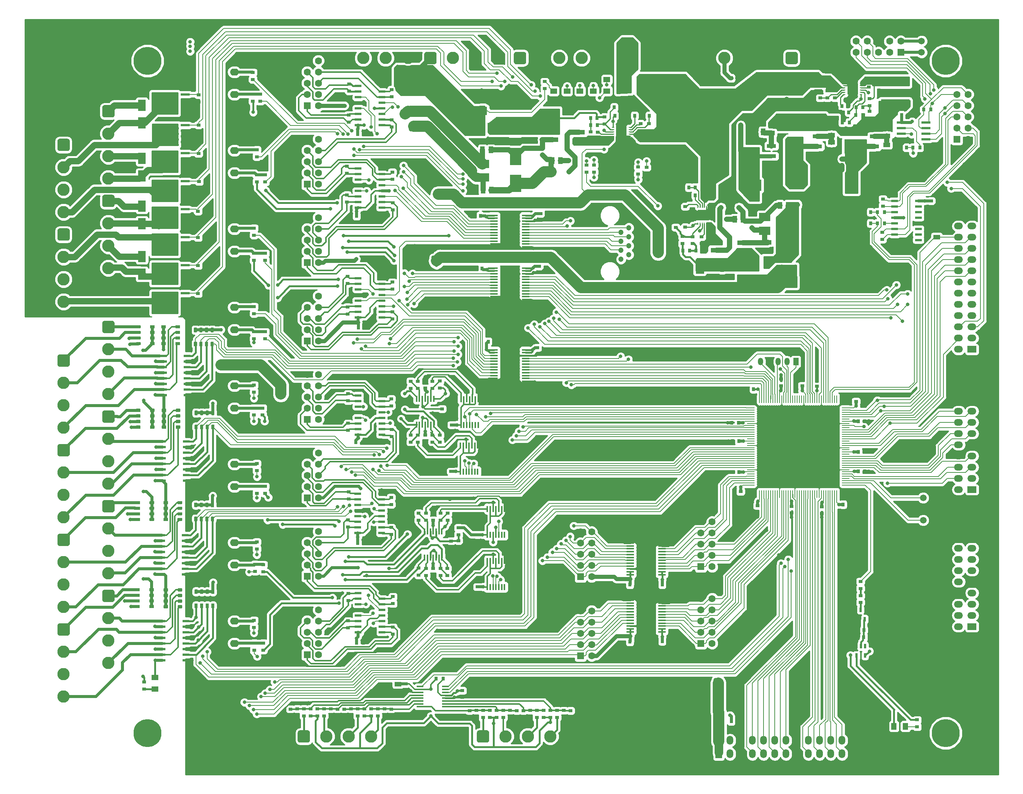
<source format=gtl>
G04 #@! TF.GenerationSoftware,KiCad,Pcbnew,(6.0.0-rc1-dev-1425-g4c184f07a)*
G04 #@! TF.CreationDate,2018-12-27T18:34:51-05:00
G04 #@! TF.ProjectId,Danalog,44616e61-6c6f-4672-9e6b-696361645f70,rev?*
G04 #@! TF.SameCoordinates,Original*
G04 #@! TF.FileFunction,Copper,L1,Top*
G04 #@! TF.FilePolarity,Positive*
%FSLAX46Y46*%
G04 Gerber Fmt 4.6, Leading zero omitted, Abs format (unit mm)*
G04 Created by KiCad (PCBNEW (6.0.0-rc1-dev-1425-g4c184f07a)) date 12/27/2018 6:34:51 PM*
%MOMM*%
%LPD*%
G04 APERTURE LIST*
%ADD10R,1.600000X1.600000*%
%ADD11C,1.600000*%
%ADD12R,1.500000X1.000000*%
%ADD13R,1.998980X0.599440*%
%ADD14R,1.198880X1.699260*%
%ADD15O,1.198880X1.699260*%
%ADD16O,2.000000X1.500000*%
%ADD17R,2.000000X1.500000*%
%ADD18R,0.900000X0.700000*%
%ADD19O,1.750000X0.250000*%
%ADD20O,0.250000X1.750000*%
%ADD21R,1.500000X0.600000*%
%ADD22C,4.572000*%
%ADD23C,6.350000*%
%ADD24R,1.750000X0.450000*%
%ADD25C,0.100000*%
%ADD26C,2.800000*%
%ADD27R,2.499360X3.200400*%
%ADD28R,1.800000X2.500000*%
%ADD29R,2.500000X4.000000*%
%ADD30R,1.200000X2.500000*%
%ADD31R,2.500000X1.200000*%
%ADD32R,0.700000X0.900000*%
%ADD33R,2.499360X1.950720*%
%ADD34R,1.950720X2.499360*%
%ADD35R,4.000000X2.500000*%
%ADD36R,1.000000X1.500000*%
%ADD37R,2.500000X1.800000*%
%ADD38R,0.900000X0.950000*%
%ADD39R,2.500000X1.100000*%
%ADD40R,6.502400X1.625600*%
%ADD41R,2.000000X2.000000*%
%ADD42O,2.000000X1.600000*%
%ADD43R,2.600000X2.400000*%
%ADD44R,0.250000X0.600000*%
%ADD45R,0.600000X0.250000*%
%ADD46R,2.400000X2.600000*%
%ADD47R,2.150000X3.250000*%
%ADD48R,2.150000X0.950000*%
%ADD49R,0.450000X1.450000*%
%ADD50R,1.500000X0.400000*%
%ADD51O,1.500000X2.000000*%
%ADD52R,1.500000X2.000000*%
%ADD53C,0.710000*%
%ADD54C,1.500000*%
%ADD55R,0.599440X1.000760*%
%ADD56R,1.200000X1.500000*%
%ADD57R,1.500000X1.200000*%
%ADD58C,1.198880*%
%ADD59C,0.812800*%
%ADD60C,0.635000*%
%ADD61C,1.143000*%
%ADD62C,0.203200*%
%ADD63C,0.304800*%
%ADD64C,0.381000*%
%ADD65C,0.889000*%
%ADD66C,0.254000*%
%ADD67C,2.540000*%
%ADD68C,1.397000*%
%ADD69C,1.905000*%
%ADD70C,2.032000*%
G04 APERTURE END LIST*
D10*
X198501000Y-195580000D03*
D11*
X201041000Y-195580000D03*
X198501000Y-193040000D03*
X201041000Y-193040000D03*
X198501000Y-190500000D03*
X201041000Y-190500000D03*
X198501000Y-187960000D03*
X201041000Y-187960000D03*
X198501000Y-185420000D03*
X201041000Y-185420000D03*
D12*
X214503000Y-77983000D03*
X214503000Y-79883000D03*
D13*
X243967000Y-77470000D03*
X243967000Y-78740000D03*
X243967000Y-80010000D03*
X243967000Y-81280000D03*
X249555000Y-81280000D03*
X249555000Y-80010000D03*
X249555000Y-78740000D03*
X249555000Y-77470000D03*
D14*
X220030040Y-131699000D03*
D15*
X216027000Y-131699000D03*
X218028520Y-131699000D03*
X214028020Y-131699000D03*
X212026500Y-131699000D03*
D10*
X109220000Y-198120000D03*
D11*
X111760000Y-198120000D03*
X109220000Y-195580000D03*
X111760000Y-195580000D03*
X109220000Y-193040000D03*
X111760000Y-193040000D03*
X109220000Y-190500000D03*
X111760000Y-190500000D03*
X109220000Y-187960000D03*
X111760000Y-187960000D03*
X111760000Y-170180000D03*
X109220000Y-170180000D03*
X111760000Y-172720000D03*
X109220000Y-172720000D03*
X111760000Y-175260000D03*
X109220000Y-175260000D03*
X111760000Y-177800000D03*
X109220000Y-177800000D03*
X111760000Y-180340000D03*
D10*
X109220000Y-180340000D03*
X109220000Y-162560000D03*
D11*
X111760000Y-162560000D03*
X109220000Y-160020000D03*
X111760000Y-160020000D03*
X109220000Y-157480000D03*
X111760000Y-157480000D03*
X109220000Y-154940000D03*
X111760000Y-154940000D03*
X109220000Y-152400000D03*
X111760000Y-152400000D03*
X111760000Y-134620000D03*
X109220000Y-134620000D03*
X111760000Y-137160000D03*
X109220000Y-137160000D03*
X111760000Y-139700000D03*
X109220000Y-139700000D03*
X111760000Y-142240000D03*
X109220000Y-142240000D03*
X111760000Y-144780000D03*
D10*
X109220000Y-144780000D03*
X109220000Y-127000000D03*
D11*
X111760000Y-127000000D03*
X109220000Y-124460000D03*
X111760000Y-124460000D03*
X109220000Y-121920000D03*
X111760000Y-121920000D03*
X109220000Y-119380000D03*
X111760000Y-119380000D03*
X109220000Y-116840000D03*
X111760000Y-116840000D03*
D16*
X256925000Y-173990000D03*
X259965000Y-173990000D03*
X259965000Y-176530000D03*
X256925000Y-176530000D03*
X256925000Y-179070000D03*
X259965000Y-179070000D03*
X259965000Y-181610000D03*
X256925000Y-181610000D03*
X256925000Y-184150000D03*
X259965000Y-184150000D03*
D17*
X259965000Y-191770000D03*
D16*
X256925000Y-191770000D03*
X259965000Y-189230000D03*
X256925000Y-189230000D03*
X259965000Y-186690000D03*
X256925000Y-186690000D03*
X256925000Y-155627000D03*
X259965000Y-155627000D03*
X256925000Y-158167000D03*
X259965000Y-158167000D03*
X256925000Y-160707000D03*
D17*
X259965000Y-160707000D03*
D16*
X259965000Y-153087000D03*
X256925000Y-153087000D03*
X256925000Y-150547000D03*
X259965000Y-150547000D03*
X259965000Y-148007000D03*
X256925000Y-148007000D03*
X256925000Y-145467000D03*
X259965000Y-145467000D03*
X259965000Y-142927000D03*
X256925000Y-142927000D03*
X259965000Y-98425000D03*
X256925000Y-98425000D03*
X256925000Y-100965000D03*
X259965000Y-100965000D03*
X259965000Y-103505000D03*
X256925000Y-103505000D03*
X256925000Y-106045000D03*
X259965000Y-106045000D03*
X259965000Y-108585000D03*
X256925000Y-108585000D03*
X256925000Y-111125000D03*
X259965000Y-111125000D03*
X259965000Y-113665000D03*
X256925000Y-113665000D03*
X256925000Y-116205000D03*
X259965000Y-116205000D03*
X259965000Y-118745000D03*
X256925000Y-118745000D03*
X256925000Y-121285000D03*
X259965000Y-121285000D03*
D17*
X259965000Y-128905000D03*
D16*
X256925000Y-128905000D03*
X259965000Y-126365000D03*
X256925000Y-126365000D03*
X259965000Y-123825000D03*
X256925000Y-123825000D03*
D12*
X251968000Y-103439000D03*
X251968000Y-101539000D03*
D18*
X118567200Y-185826400D03*
X118567200Y-184226400D03*
X118491000Y-167564000D03*
X118491000Y-169164000D03*
X128397000Y-148666000D03*
X128397000Y-147066000D03*
X128270000Y-141732000D03*
X128270000Y-140132000D03*
X118364000Y-112357000D03*
X118364000Y-113957000D03*
X128651000Y-191897000D03*
X128651000Y-193497000D03*
X118491000Y-192062000D03*
X118491000Y-190462000D03*
X128651000Y-184963000D03*
X128651000Y-186563000D03*
X128270000Y-169291000D03*
X128270000Y-170891000D03*
X118618000Y-162814000D03*
X118618000Y-161214000D03*
X128270000Y-162484000D03*
X128270000Y-164084000D03*
X118491000Y-147269000D03*
X118491000Y-145669000D03*
X118491000Y-140589000D03*
X118491000Y-138989000D03*
X128524000Y-120396000D03*
X128524000Y-121996000D03*
X118364000Y-120904000D03*
X118364000Y-119304000D03*
D19*
X209812000Y-142186000D03*
X209812000Y-142686000D03*
X209812000Y-143186000D03*
X209812000Y-143686000D03*
X209812000Y-144186000D03*
X209812000Y-144686000D03*
X209812000Y-145186000D03*
X209812000Y-145686000D03*
X209812000Y-146186000D03*
X209812000Y-146686000D03*
X209812000Y-147186000D03*
X209812000Y-147686000D03*
X209812000Y-148186000D03*
X209812000Y-148686000D03*
X209812000Y-149186000D03*
X209812000Y-149686000D03*
X209812000Y-150186000D03*
X209812000Y-150686000D03*
X209812000Y-151186000D03*
X209812000Y-151686000D03*
X209812000Y-152186000D03*
X209812000Y-152686000D03*
X209812000Y-153186000D03*
X209812000Y-153686000D03*
X209812000Y-154186000D03*
X209812000Y-154686000D03*
X209812000Y-155186000D03*
X209812000Y-155686000D03*
X209812000Y-156186000D03*
X209812000Y-156686000D03*
X209812000Y-157186000D03*
X209812000Y-157686000D03*
X209812000Y-158186000D03*
X209812000Y-158686000D03*
X209812000Y-159186000D03*
X209812000Y-159686000D03*
D20*
X211812000Y-161686000D03*
X212312000Y-161686000D03*
X212812000Y-161686000D03*
X213312000Y-161686000D03*
X213812000Y-161686000D03*
X214312000Y-161686000D03*
X214812000Y-161686000D03*
X215312000Y-161686000D03*
X215812000Y-161686000D03*
X216312000Y-161686000D03*
X216812000Y-161686000D03*
X217312000Y-161686000D03*
X217812000Y-161686000D03*
X218312000Y-161686000D03*
X218812000Y-161686000D03*
X219312000Y-161686000D03*
X219812000Y-161686000D03*
X220312000Y-161686000D03*
X220812000Y-161686000D03*
X221312000Y-161686000D03*
X221812000Y-161686000D03*
X222312000Y-161686000D03*
X222812000Y-161686000D03*
X223312000Y-161686000D03*
X223812000Y-161686000D03*
X224312000Y-161686000D03*
X224812000Y-161686000D03*
X225312000Y-161686000D03*
X225812000Y-161686000D03*
X226312000Y-161686000D03*
X226812000Y-161686000D03*
X227312000Y-161686000D03*
X227812000Y-161686000D03*
X228312000Y-161686000D03*
X228812000Y-161686000D03*
X229312000Y-161686000D03*
D19*
X231312000Y-159686000D03*
X231312000Y-159186000D03*
X231312000Y-158686000D03*
X231312000Y-158186000D03*
X231312000Y-157686000D03*
X231312000Y-157186000D03*
X231312000Y-156686000D03*
X231312000Y-156186000D03*
X231312000Y-155686000D03*
X231312000Y-155186000D03*
X231312000Y-154686000D03*
X231312000Y-154186000D03*
X231312000Y-153686000D03*
X231312000Y-153186000D03*
X231312000Y-152686000D03*
X231312000Y-152186000D03*
X231312000Y-151686000D03*
X231312000Y-151186000D03*
X231312000Y-150686000D03*
X231312000Y-150186000D03*
X231312000Y-149686000D03*
X231312000Y-149186000D03*
X231312000Y-148686000D03*
X231312000Y-148186000D03*
X231312000Y-147686000D03*
X231312000Y-147186000D03*
X231312000Y-146686000D03*
X231312000Y-146186000D03*
X231312000Y-145686000D03*
X231312000Y-145186000D03*
X231312000Y-144686000D03*
X231312000Y-144186000D03*
X231312000Y-143686000D03*
X231312000Y-143186000D03*
X231312000Y-142686000D03*
X231312000Y-142186000D03*
D20*
X229312000Y-140186000D03*
X228812000Y-140186000D03*
X228312000Y-140186000D03*
X227812000Y-140186000D03*
X227312000Y-140186000D03*
X226812000Y-140186000D03*
X226312000Y-140186000D03*
X225812000Y-140186000D03*
X225312000Y-140186000D03*
X224812000Y-140186000D03*
X224312000Y-140186000D03*
X223812000Y-140186000D03*
X223312000Y-140186000D03*
X222812000Y-140186000D03*
X222312000Y-140186000D03*
X221812000Y-140186000D03*
X221312000Y-140186000D03*
X220812000Y-140186000D03*
X220312000Y-140186000D03*
X219812000Y-140186000D03*
X219312000Y-140186000D03*
X218812000Y-140186000D03*
X218312000Y-140186000D03*
X217812000Y-140186000D03*
X217312000Y-140186000D03*
X216812000Y-140186000D03*
X216312000Y-140186000D03*
X215812000Y-140186000D03*
X215312000Y-140186000D03*
X214812000Y-140186000D03*
X214312000Y-140186000D03*
X213812000Y-140186000D03*
X213312000Y-140186000D03*
X212812000Y-140186000D03*
X212312000Y-140186000D03*
X211812000Y-140186000D03*
D21*
X126182820Y-193068720D03*
X126182820Y-191798720D03*
X126182820Y-190528720D03*
X126182820Y-189258720D03*
X126182820Y-187988720D03*
X126182820Y-186718720D03*
X126182820Y-185448720D03*
X126182820Y-184178720D03*
X120782820Y-184178720D03*
X120782820Y-185448720D03*
X120782820Y-186718720D03*
X120782820Y-187988720D03*
X120782820Y-189258720D03*
X120782820Y-190528720D03*
X120782820Y-191798720D03*
X120782820Y-193068720D03*
X126144000Y-148232640D03*
X126144000Y-146962640D03*
X126144000Y-145692640D03*
X126144000Y-144422640D03*
X126144000Y-143152640D03*
X126144000Y-141882640D03*
X126144000Y-140612640D03*
X126144000Y-139342640D03*
X120744000Y-139342640D03*
X120744000Y-140612640D03*
X120744000Y-141882640D03*
X120744000Y-143152640D03*
X120744000Y-144422640D03*
X120744000Y-145692640D03*
X120744000Y-146962640D03*
X120744000Y-148232640D03*
X120744000Y-121666000D03*
X120744000Y-120396000D03*
X120744000Y-119126000D03*
X120744000Y-117856000D03*
X120744000Y-116586000D03*
X120744000Y-115316000D03*
X120744000Y-114046000D03*
X120744000Y-112776000D03*
X126144000Y-112776000D03*
X126144000Y-114046000D03*
X126144000Y-115316000D03*
X126144000Y-116586000D03*
X126144000Y-117856000D03*
X126144000Y-119126000D03*
X126144000Y-120396000D03*
X126144000Y-121666000D03*
D22*
X259603000Y-207697000D03*
X248173000Y-207697000D03*
X248173000Y-151817000D03*
X248173000Y-88317000D03*
X259603000Y-88317000D03*
X191023000Y-88317000D03*
X179593000Y-88317000D03*
X191023000Y-151817000D03*
X179593000Y-151817000D03*
X179593000Y-160707000D03*
X179593000Y-207697000D03*
X191023000Y-207697000D03*
D23*
X254000000Y-215900000D03*
X73025000Y-215900000D03*
X254000000Y-63500000D03*
X73025000Y-63500000D03*
D18*
X128524000Y-115265000D03*
X128524000Y-113665000D03*
X128651000Y-97320000D03*
X128651000Y-95720000D03*
X118237000Y-89027000D03*
X118237000Y-87427000D03*
X128524000Y-88735000D03*
X128524000Y-90335000D03*
X118618000Y-75781000D03*
X118618000Y-77381000D03*
X118745000Y-68758000D03*
X118745000Y-70358000D03*
X128397000Y-76924000D03*
X128397000Y-78524000D03*
X128397000Y-70028000D03*
X128397000Y-71628000D03*
D24*
X151594000Y-110471000D03*
X151594000Y-111121000D03*
X151594000Y-111771000D03*
X151594000Y-112421000D03*
X151594000Y-113071000D03*
X151594000Y-113721000D03*
X151594000Y-114371000D03*
X151594000Y-115021000D03*
X151594000Y-115671000D03*
X151594000Y-116321000D03*
X151594000Y-116971000D03*
X151594000Y-117621000D03*
X158794000Y-117621000D03*
X158794000Y-116971000D03*
X158794000Y-116321000D03*
X158794000Y-115671000D03*
X158794000Y-115021000D03*
X158794000Y-114371000D03*
X158794000Y-113721000D03*
X158794000Y-113071000D03*
X158794000Y-112421000D03*
X158794000Y-111771000D03*
X158794000Y-111121000D03*
X158794000Y-110471000D03*
X158794000Y-129013000D03*
X158794000Y-129663000D03*
X158794000Y-130313000D03*
X158794000Y-130963000D03*
X158794000Y-131613000D03*
X158794000Y-132263000D03*
X158794000Y-132913000D03*
X158794000Y-133563000D03*
X158794000Y-134213000D03*
X158794000Y-134863000D03*
X158794000Y-135513000D03*
X158794000Y-136163000D03*
X151594000Y-136163000D03*
X151594000Y-135513000D03*
X151594000Y-134863000D03*
X151594000Y-134213000D03*
X151594000Y-133563000D03*
X151594000Y-132913000D03*
X151594000Y-132263000D03*
X151594000Y-131613000D03*
X151594000Y-130963000D03*
X151594000Y-130313000D03*
X151594000Y-129663000D03*
X151594000Y-129013000D03*
X151594000Y-98533000D03*
X151594000Y-99183000D03*
X151594000Y-99833000D03*
X151594000Y-100483000D03*
X151594000Y-101133000D03*
X151594000Y-101783000D03*
X151594000Y-102433000D03*
X151594000Y-103083000D03*
X151594000Y-103733000D03*
X151594000Y-104383000D03*
X151594000Y-105033000D03*
X151594000Y-105683000D03*
X158794000Y-105683000D03*
X158794000Y-105033000D03*
X158794000Y-104383000D03*
X158794000Y-103733000D03*
X158794000Y-103083000D03*
X158794000Y-102433000D03*
X158794000Y-101783000D03*
X158794000Y-101133000D03*
X158794000Y-100483000D03*
X158794000Y-99833000D03*
X158794000Y-99183000D03*
X158794000Y-98533000D03*
D25*
G36*
X65029890Y-73532697D02*
G01*
X65084251Y-73540760D01*
X65137559Y-73554113D01*
X65189303Y-73572627D01*
X65238982Y-73596124D01*
X65286119Y-73624377D01*
X65330260Y-73657114D01*
X65370980Y-73694020D01*
X65407886Y-73734740D01*
X65440623Y-73778881D01*
X65468876Y-73826018D01*
X65492373Y-73875697D01*
X65510887Y-73927441D01*
X65524240Y-73980749D01*
X65532303Y-74035110D01*
X65535000Y-74090000D01*
X65535000Y-75770000D01*
X65532303Y-75824890D01*
X65524240Y-75879251D01*
X65510887Y-75932559D01*
X65492373Y-75984303D01*
X65468876Y-76033982D01*
X65440623Y-76081119D01*
X65407886Y-76125260D01*
X65370980Y-76165980D01*
X65330260Y-76202886D01*
X65286119Y-76235623D01*
X65238982Y-76263876D01*
X65189303Y-76287373D01*
X65137559Y-76305887D01*
X65084251Y-76319240D01*
X65029890Y-76327303D01*
X64975000Y-76330000D01*
X63295000Y-76330000D01*
X63240110Y-76327303D01*
X63185749Y-76319240D01*
X63132441Y-76305887D01*
X63080697Y-76287373D01*
X63031018Y-76263876D01*
X62983881Y-76235623D01*
X62939740Y-76202886D01*
X62899020Y-76165980D01*
X62862114Y-76125260D01*
X62829377Y-76081119D01*
X62801124Y-76033982D01*
X62777627Y-75984303D01*
X62759113Y-75932559D01*
X62745760Y-75879251D01*
X62737697Y-75824890D01*
X62735000Y-75770000D01*
X62735000Y-74090000D01*
X62737697Y-74035110D01*
X62745760Y-73980749D01*
X62759113Y-73927441D01*
X62777627Y-73875697D01*
X62801124Y-73826018D01*
X62829377Y-73778881D01*
X62862114Y-73734740D01*
X62899020Y-73694020D01*
X62939740Y-73657114D01*
X62983881Y-73624377D01*
X63031018Y-73596124D01*
X63080697Y-73572627D01*
X63132441Y-73554113D01*
X63185749Y-73540760D01*
X63240110Y-73532697D01*
X63295000Y-73530000D01*
X64975000Y-73530000D01*
X65029890Y-73532697D01*
X65029890Y-73532697D01*
G37*
D26*
X64135000Y-74930000D03*
X64135000Y-80010000D03*
X64135000Y-85090000D03*
X64135000Y-90170000D03*
D25*
G36*
X54869890Y-81152697D02*
G01*
X54924251Y-81160760D01*
X54977559Y-81174113D01*
X55029303Y-81192627D01*
X55078982Y-81216124D01*
X55126119Y-81244377D01*
X55170260Y-81277114D01*
X55210980Y-81314020D01*
X55247886Y-81354740D01*
X55280623Y-81398881D01*
X55308876Y-81446018D01*
X55332373Y-81495697D01*
X55350887Y-81547441D01*
X55364240Y-81600749D01*
X55372303Y-81655110D01*
X55375000Y-81710000D01*
X55375000Y-83390000D01*
X55372303Y-83444890D01*
X55364240Y-83499251D01*
X55350887Y-83552559D01*
X55332373Y-83604303D01*
X55308876Y-83653982D01*
X55280623Y-83701119D01*
X55247886Y-83745260D01*
X55210980Y-83785980D01*
X55170260Y-83822886D01*
X55126119Y-83855623D01*
X55078982Y-83883876D01*
X55029303Y-83907373D01*
X54977559Y-83925887D01*
X54924251Y-83939240D01*
X54869890Y-83947303D01*
X54815000Y-83950000D01*
X53135000Y-83950000D01*
X53080110Y-83947303D01*
X53025749Y-83939240D01*
X52972441Y-83925887D01*
X52920697Y-83907373D01*
X52871018Y-83883876D01*
X52823881Y-83855623D01*
X52779740Y-83822886D01*
X52739020Y-83785980D01*
X52702114Y-83745260D01*
X52669377Y-83701119D01*
X52641124Y-83653982D01*
X52617627Y-83604303D01*
X52599113Y-83552559D01*
X52585760Y-83499251D01*
X52577697Y-83444890D01*
X52575000Y-83390000D01*
X52575000Y-81710000D01*
X52577697Y-81655110D01*
X52585760Y-81600749D01*
X52599113Y-81547441D01*
X52617627Y-81495697D01*
X52641124Y-81446018D01*
X52669377Y-81398881D01*
X52702114Y-81354740D01*
X52739020Y-81314020D01*
X52779740Y-81277114D01*
X52823881Y-81244377D01*
X52871018Y-81216124D01*
X52920697Y-81192627D01*
X52972441Y-81174113D01*
X53025749Y-81160760D01*
X53080110Y-81152697D01*
X53135000Y-81150000D01*
X54815000Y-81150000D01*
X54869890Y-81152697D01*
X54869890Y-81152697D01*
G37*
D26*
X53975000Y-82550000D03*
X53975000Y-87630000D03*
X53975000Y-92710000D03*
X53975000Y-97790000D03*
D13*
X81534000Y-81915000D03*
X81534000Y-80645000D03*
X81534000Y-79375000D03*
X81534000Y-78105000D03*
X75946000Y-78105000D03*
X75946000Y-79375000D03*
X75946000Y-80645000D03*
X75946000Y-81915000D03*
D27*
X78740000Y-80010000D03*
D13*
X81534000Y-94615000D03*
X81534000Y-93345000D03*
X81534000Y-92075000D03*
X81534000Y-90805000D03*
X75946000Y-90805000D03*
X75946000Y-92075000D03*
X75946000Y-93345000D03*
X75946000Y-94615000D03*
D27*
X78740000Y-92710000D03*
X78740000Y-73025000D03*
D13*
X75946000Y-74930000D03*
X75946000Y-73660000D03*
X75946000Y-72390000D03*
X75946000Y-71120000D03*
X81534000Y-71120000D03*
X81534000Y-72390000D03*
X81534000Y-73660000D03*
X81534000Y-74930000D03*
D27*
X78740000Y-86360000D03*
D13*
X75946000Y-88265000D03*
X75946000Y-86995000D03*
X75946000Y-85725000D03*
X75946000Y-84455000D03*
X81534000Y-84455000D03*
X81534000Y-85725000D03*
X81534000Y-86995000D03*
X81534000Y-88265000D03*
D27*
X78740000Y-105410000D03*
D13*
X75946000Y-107315000D03*
X75946000Y-106045000D03*
X75946000Y-104775000D03*
X75946000Y-103505000D03*
X81534000Y-103505000D03*
X81534000Y-104775000D03*
X81534000Y-106045000D03*
X81534000Y-107315000D03*
D27*
X78740000Y-118110000D03*
D13*
X75946000Y-120015000D03*
X75946000Y-118745000D03*
X75946000Y-117475000D03*
X75946000Y-116205000D03*
X81534000Y-116205000D03*
X81534000Y-117475000D03*
X81534000Y-118745000D03*
X81534000Y-120015000D03*
X81534000Y-100965000D03*
X81534000Y-99695000D03*
X81534000Y-98425000D03*
X81534000Y-97155000D03*
X75946000Y-97155000D03*
X75946000Y-98425000D03*
X75946000Y-99695000D03*
X75946000Y-100965000D03*
D27*
X78740000Y-99060000D03*
D13*
X81534000Y-113665000D03*
X81534000Y-112395000D03*
X81534000Y-111125000D03*
X81534000Y-109855000D03*
X75946000Y-109855000D03*
X75946000Y-111125000D03*
X75946000Y-112395000D03*
X75946000Y-113665000D03*
D27*
X78740000Y-111760000D03*
D18*
X84582000Y-78067000D03*
X84582000Y-79667000D03*
X84709000Y-90894000D03*
X84709000Y-92494000D03*
X84582000Y-72809000D03*
X84582000Y-71209000D03*
X84582000Y-86144000D03*
X84582000Y-84544000D03*
X84455000Y-103594000D03*
X84455000Y-105194000D03*
X84455000Y-116294000D03*
X84455000Y-117894000D03*
X84455000Y-99225000D03*
X84455000Y-97625000D03*
X84455000Y-111544000D03*
X84455000Y-109944000D03*
D21*
X82011500Y-130365500D03*
X82011500Y-131635500D03*
X82011500Y-132905500D03*
X82011500Y-134175500D03*
X82011500Y-135445500D03*
X82011500Y-136715500D03*
X82011500Y-137985500D03*
X82011500Y-139255500D03*
X76611500Y-139255500D03*
X76611500Y-137985500D03*
X76611500Y-136715500D03*
X76611500Y-135445500D03*
X76611500Y-134175500D03*
X76611500Y-132905500D03*
X76611500Y-131635500D03*
X76611500Y-130365500D03*
X76388001Y-149819401D03*
X76388001Y-151089401D03*
X76388001Y-152359401D03*
X76388001Y-153629401D03*
X76388001Y-154899401D03*
X76388001Y-156169401D03*
X76388001Y-157439401D03*
X76388001Y-158709401D03*
X81788001Y-158709401D03*
X81788001Y-157439401D03*
X81788001Y-156169401D03*
X81788001Y-154899401D03*
X81788001Y-153629401D03*
X81788001Y-152359401D03*
X81788001Y-151089401D03*
X81788001Y-149819401D03*
X76192400Y-171018200D03*
X76192400Y-172288200D03*
X76192400Y-173558200D03*
X76192400Y-174828200D03*
X76192400Y-176098200D03*
X76192400Y-177368200D03*
X76192400Y-178638200D03*
X76192400Y-179908200D03*
X81592400Y-179908200D03*
X81592400Y-178638200D03*
X81592400Y-177368200D03*
X81592400Y-176098200D03*
X81592400Y-174828200D03*
X81592400Y-173558200D03*
X81592400Y-172288200D03*
X81592400Y-171018200D03*
X81694000Y-190474600D03*
X81694000Y-191744600D03*
X81694000Y-193014600D03*
X81694000Y-194284600D03*
X81694000Y-195554600D03*
X81694000Y-196824600D03*
X81694000Y-198094600D03*
X81694000Y-199364600D03*
X76294000Y-199364600D03*
X76294000Y-198094600D03*
X76294000Y-196824600D03*
X76294000Y-195554600D03*
X76294000Y-194284600D03*
X76294000Y-193014600D03*
X76294000Y-191744600D03*
X76294000Y-190474600D03*
D25*
G36*
X65029890Y-93852697D02*
G01*
X65084251Y-93860760D01*
X65137559Y-93874113D01*
X65189303Y-93892627D01*
X65238982Y-93916124D01*
X65286119Y-93944377D01*
X65330260Y-93977114D01*
X65370980Y-94014020D01*
X65407886Y-94054740D01*
X65440623Y-94098881D01*
X65468876Y-94146018D01*
X65492373Y-94195697D01*
X65510887Y-94247441D01*
X65524240Y-94300749D01*
X65532303Y-94355110D01*
X65535000Y-94410000D01*
X65535000Y-96090000D01*
X65532303Y-96144890D01*
X65524240Y-96199251D01*
X65510887Y-96252559D01*
X65492373Y-96304303D01*
X65468876Y-96353982D01*
X65440623Y-96401119D01*
X65407886Y-96445260D01*
X65370980Y-96485980D01*
X65330260Y-96522886D01*
X65286119Y-96555623D01*
X65238982Y-96583876D01*
X65189303Y-96607373D01*
X65137559Y-96625887D01*
X65084251Y-96639240D01*
X65029890Y-96647303D01*
X64975000Y-96650000D01*
X63295000Y-96650000D01*
X63240110Y-96647303D01*
X63185749Y-96639240D01*
X63132441Y-96625887D01*
X63080697Y-96607373D01*
X63031018Y-96583876D01*
X62983881Y-96555623D01*
X62939740Y-96522886D01*
X62899020Y-96485980D01*
X62862114Y-96445260D01*
X62829377Y-96401119D01*
X62801124Y-96353982D01*
X62777627Y-96304303D01*
X62759113Y-96252559D01*
X62745760Y-96199251D01*
X62737697Y-96144890D01*
X62735000Y-96090000D01*
X62735000Y-94410000D01*
X62737697Y-94355110D01*
X62745760Y-94300749D01*
X62759113Y-94247441D01*
X62777627Y-94195697D01*
X62801124Y-94146018D01*
X62829377Y-94098881D01*
X62862114Y-94054740D01*
X62899020Y-94014020D01*
X62939740Y-93977114D01*
X62983881Y-93944377D01*
X63031018Y-93916124D01*
X63080697Y-93892627D01*
X63132441Y-93874113D01*
X63185749Y-93860760D01*
X63240110Y-93852697D01*
X63295000Y-93850000D01*
X64975000Y-93850000D01*
X65029890Y-93852697D01*
X65029890Y-93852697D01*
G37*
D26*
X64135000Y-95250000D03*
X64135000Y-100330000D03*
X64135000Y-105410000D03*
X64135000Y-110490000D03*
D25*
G36*
X54869890Y-101472697D02*
G01*
X54924251Y-101480760D01*
X54977559Y-101494113D01*
X55029303Y-101512627D01*
X55078982Y-101536124D01*
X55126119Y-101564377D01*
X55170260Y-101597114D01*
X55210980Y-101634020D01*
X55247886Y-101674740D01*
X55280623Y-101718881D01*
X55308876Y-101766018D01*
X55332373Y-101815697D01*
X55350887Y-101867441D01*
X55364240Y-101920749D01*
X55372303Y-101975110D01*
X55375000Y-102030000D01*
X55375000Y-103710000D01*
X55372303Y-103764890D01*
X55364240Y-103819251D01*
X55350887Y-103872559D01*
X55332373Y-103924303D01*
X55308876Y-103973982D01*
X55280623Y-104021119D01*
X55247886Y-104065260D01*
X55210980Y-104105980D01*
X55170260Y-104142886D01*
X55126119Y-104175623D01*
X55078982Y-104203876D01*
X55029303Y-104227373D01*
X54977559Y-104245887D01*
X54924251Y-104259240D01*
X54869890Y-104267303D01*
X54815000Y-104270000D01*
X53135000Y-104270000D01*
X53080110Y-104267303D01*
X53025749Y-104259240D01*
X52972441Y-104245887D01*
X52920697Y-104227373D01*
X52871018Y-104203876D01*
X52823881Y-104175623D01*
X52779740Y-104142886D01*
X52739020Y-104105980D01*
X52702114Y-104065260D01*
X52669377Y-104021119D01*
X52641124Y-103973982D01*
X52617627Y-103924303D01*
X52599113Y-103872559D01*
X52585760Y-103819251D01*
X52577697Y-103764890D01*
X52575000Y-103710000D01*
X52575000Y-102030000D01*
X52577697Y-101975110D01*
X52585760Y-101920749D01*
X52599113Y-101867441D01*
X52617627Y-101815697D01*
X52641124Y-101766018D01*
X52669377Y-101718881D01*
X52702114Y-101674740D01*
X52739020Y-101634020D01*
X52779740Y-101597114D01*
X52823881Y-101564377D01*
X52871018Y-101536124D01*
X52920697Y-101512627D01*
X52972441Y-101494113D01*
X53025749Y-101480760D01*
X53080110Y-101472697D01*
X53135000Y-101470000D01*
X54815000Y-101470000D01*
X54869890Y-101472697D01*
X54869890Y-101472697D01*
G37*
D26*
X53975000Y-102870000D03*
X53975000Y-107950000D03*
X53975000Y-113030000D03*
X53975000Y-118110000D03*
D28*
X71755000Y-73565000D03*
X71755000Y-77565000D03*
X71755000Y-85630000D03*
X71755000Y-89630000D03*
X71755000Y-100425000D03*
X71755000Y-96425000D03*
X71755000Y-111855000D03*
X71755000Y-107855000D03*
D29*
X193167000Y-68516000D03*
X193167000Y-60516000D03*
D30*
X200557000Y-93726000D03*
X203557000Y-93726000D03*
D31*
X185443983Y-84098321D03*
X185443983Y-81098321D03*
X227838000Y-65810000D03*
X227838000Y-68810000D03*
D18*
X194945000Y-96544000D03*
X194945000Y-98044000D03*
D32*
X181977000Y-75946000D03*
X183477000Y-75946000D03*
X232017000Y-73787000D03*
X230517000Y-73787000D03*
D18*
X194945000Y-99707000D03*
X194945000Y-101207000D03*
D32*
X180478983Y-75946000D03*
X178978983Y-75946000D03*
X232017000Y-75184000D03*
X230517000Y-75184000D03*
D18*
X198628000Y-103378000D03*
X198628000Y-104878000D03*
X175133000Y-81141000D03*
X175133000Y-79641000D03*
X236601000Y-69469000D03*
X236601000Y-67969000D03*
D32*
X204331000Y-99441000D03*
X202831000Y-99441000D03*
X169968679Y-86129983D03*
X168468679Y-86129983D03*
D18*
X196596000Y-104890000D03*
X196596000Y-103390000D03*
D32*
X173494000Y-78105000D03*
X174994000Y-78105000D03*
X235192000Y-74041000D03*
X233692000Y-74041000D03*
X194449000Y-106553000D03*
X195949000Y-106553000D03*
X174982000Y-76454000D03*
X173482000Y-76454000D03*
D18*
X236728000Y-74942000D03*
X236728000Y-76442000D03*
X210058000Y-99834000D03*
X210058000Y-101334000D03*
X162560000Y-84812000D03*
X162560000Y-83312000D03*
X228600000Y-76430000D03*
X228600000Y-74930000D03*
D33*
X212979000Y-102006400D03*
X212979000Y-98907600D03*
D18*
X203327000Y-112510000D03*
X203327000Y-111010000D03*
D29*
X156464000Y-91313000D03*
X156464000Y-85213000D03*
D32*
X166001000Y-75057000D03*
X167501000Y-75057000D03*
D33*
X222504000Y-73736200D03*
X222504000Y-76835000D03*
D34*
X195173600Y-110490000D03*
X198272400Y-110490000D03*
D33*
X149225000Y-86842600D03*
X149225000Y-89941400D03*
D29*
X156337000Y-78361000D03*
X156337000Y-72261000D03*
D35*
X224157000Y-102616000D03*
X218057000Y-102616000D03*
D33*
X217932000Y-76835000D03*
X217932000Y-73736200D03*
D18*
X135991600Y-137706800D03*
X135991600Y-136206800D03*
X148742400Y-81611600D03*
X148742400Y-80111600D03*
D32*
X205613000Y-112522000D03*
X207113000Y-112522000D03*
D18*
X137795000Y-167665400D03*
X137795000Y-166165400D03*
D33*
X148717000Y-71729600D03*
X148717000Y-74828400D03*
D35*
X224157000Y-111760000D03*
X218057000Y-111760000D03*
D36*
X212593000Y-79629000D03*
X210693000Y-79629000D03*
D12*
X228092000Y-83881000D03*
X228092000Y-81981000D03*
X240665000Y-84450000D03*
X240665000Y-82550000D03*
D18*
X137795000Y-178599400D03*
X137795000Y-180099400D03*
D32*
X120408000Y-195453000D03*
X121908000Y-195453000D03*
D18*
X135991600Y-149885400D03*
X135991600Y-148385400D03*
D32*
X209042000Y-79883000D03*
X207542000Y-79883000D03*
X218301000Y-87503000D03*
X216801000Y-87503000D03*
D18*
X230505000Y-87237000D03*
X230505000Y-85737000D03*
D32*
X122174000Y-172847000D03*
X120674000Y-172847000D03*
X201664000Y-211328000D03*
X200164000Y-211328000D03*
D34*
X214376000Y-91694000D03*
X211277200Y-91694000D03*
X224434400Y-89027000D03*
X221335600Y-89027000D03*
X233045000Y-89535000D03*
X236143800Y-89535000D03*
D32*
X120674000Y-80137000D03*
X122174000Y-80137000D03*
X201652000Y-213106000D03*
X200152000Y-213106000D03*
X121920000Y-98679000D03*
X120420000Y-98679000D03*
X230759000Y-164084000D03*
X232259000Y-164084000D03*
X211201000Y-94869000D03*
X212701000Y-94869000D03*
X207137000Y-149733000D03*
X205637000Y-149733000D03*
D18*
X207518000Y-162663000D03*
X207518000Y-161163000D03*
D32*
X209042000Y-78105000D03*
X207542000Y-78105000D03*
X234188000Y-156591000D03*
X235688000Y-156591000D03*
D18*
X233680000Y-140716000D03*
X233680000Y-139216000D03*
X224790000Y-137287000D03*
X224790000Y-135787000D03*
D32*
X205383000Y-67437000D03*
X206883000Y-67437000D03*
X208939000Y-137922000D03*
X210439000Y-137922000D03*
X235700000Y-152146000D03*
X234200000Y-152146000D03*
X206883000Y-213233000D03*
X205383000Y-213233000D03*
X207137000Y-156718000D03*
X205637000Y-156718000D03*
X235688000Y-145173000D03*
X234188000Y-145173000D03*
D18*
X168910000Y-210832000D03*
X168910000Y-212332000D03*
X158242000Y-212332000D03*
X158242000Y-210832000D03*
X156718000Y-212332000D03*
X156718000Y-210832000D03*
X146050000Y-212332000D03*
X146050000Y-210832000D03*
X128270000Y-210451000D03*
X128270000Y-211951000D03*
X117602000Y-211951000D03*
X117602000Y-210451000D03*
X116078000Y-210451000D03*
X116078000Y-211951000D03*
X105410000Y-210451000D03*
X105410000Y-211951000D03*
D37*
X185261000Y-69088000D03*
X181261000Y-69088000D03*
D38*
X203080000Y-96774000D03*
X207130000Y-96774000D03*
X164526679Y-88669983D03*
X168576679Y-88669983D03*
D36*
X216408000Y-96266000D03*
X218308000Y-96266000D03*
D12*
X213741000Y-106553000D03*
X213741000Y-104653000D03*
D36*
X149098000Y-92837000D03*
X150998000Y-92837000D03*
X150876000Y-83693000D03*
X148976000Y-83693000D03*
D12*
X210566000Y-112522000D03*
X210566000Y-110622000D03*
D36*
X150683000Y-78359000D03*
X148783000Y-78359000D03*
D12*
X228092000Y-80325000D03*
X228092000Y-78425000D03*
X240665000Y-80518000D03*
X240665000Y-78618000D03*
D10*
X109220000Y-109220000D03*
D11*
X111760000Y-109220000D03*
X109220000Y-106680000D03*
X111760000Y-106680000D03*
X109220000Y-104140000D03*
X111760000Y-104140000D03*
X109220000Y-101600000D03*
X111760000Y-101600000D03*
X109220000Y-99060000D03*
X111760000Y-99060000D03*
D10*
X109220000Y-91440000D03*
D11*
X111760000Y-91440000D03*
X109220000Y-88900000D03*
X111760000Y-88900000D03*
X109220000Y-86360000D03*
X111760000Y-86360000D03*
X109220000Y-83820000D03*
X111760000Y-83820000D03*
X109220000Y-81280000D03*
X111760000Y-81280000D03*
X111760000Y-63500000D03*
X109220000Y-63500000D03*
X111760000Y-66040000D03*
X109220000Y-66040000D03*
X111760000Y-68580000D03*
X109220000Y-68580000D03*
X111760000Y-71120000D03*
X109220000Y-71120000D03*
X111760000Y-73660000D03*
D10*
X109220000Y-73660000D03*
D25*
G36*
X54869890Y-130047697D02*
G01*
X54924251Y-130055760D01*
X54977559Y-130069113D01*
X55029303Y-130087627D01*
X55078982Y-130111124D01*
X55126119Y-130139377D01*
X55170260Y-130172114D01*
X55210980Y-130209020D01*
X55247886Y-130249740D01*
X55280623Y-130293881D01*
X55308876Y-130341018D01*
X55332373Y-130390697D01*
X55350887Y-130442441D01*
X55364240Y-130495749D01*
X55372303Y-130550110D01*
X55375000Y-130605000D01*
X55375000Y-132285000D01*
X55372303Y-132339890D01*
X55364240Y-132394251D01*
X55350887Y-132447559D01*
X55332373Y-132499303D01*
X55308876Y-132548982D01*
X55280623Y-132596119D01*
X55247886Y-132640260D01*
X55210980Y-132680980D01*
X55170260Y-132717886D01*
X55126119Y-132750623D01*
X55078982Y-132778876D01*
X55029303Y-132802373D01*
X54977559Y-132820887D01*
X54924251Y-132834240D01*
X54869890Y-132842303D01*
X54815000Y-132845000D01*
X53135000Y-132845000D01*
X53080110Y-132842303D01*
X53025749Y-132834240D01*
X52972441Y-132820887D01*
X52920697Y-132802373D01*
X52871018Y-132778876D01*
X52823881Y-132750623D01*
X52779740Y-132717886D01*
X52739020Y-132680980D01*
X52702114Y-132640260D01*
X52669377Y-132596119D01*
X52641124Y-132548982D01*
X52617627Y-132499303D01*
X52599113Y-132447559D01*
X52585760Y-132394251D01*
X52577697Y-132339890D01*
X52575000Y-132285000D01*
X52575000Y-130605000D01*
X52577697Y-130550110D01*
X52585760Y-130495749D01*
X52599113Y-130442441D01*
X52617627Y-130390697D01*
X52641124Y-130341018D01*
X52669377Y-130293881D01*
X52702114Y-130249740D01*
X52739020Y-130209020D01*
X52779740Y-130172114D01*
X52823881Y-130139377D01*
X52871018Y-130111124D01*
X52920697Y-130087627D01*
X52972441Y-130069113D01*
X53025749Y-130055760D01*
X53080110Y-130047697D01*
X53135000Y-130045000D01*
X54815000Y-130045000D01*
X54869890Y-130047697D01*
X54869890Y-130047697D01*
G37*
D26*
X53975000Y-131445000D03*
X53975000Y-136525000D03*
X53975000Y-141605000D03*
X53975000Y-146685000D03*
X64135000Y-139065000D03*
X64135000Y-133985000D03*
X64135000Y-128905000D03*
D25*
G36*
X65029890Y-122427697D02*
G01*
X65084251Y-122435760D01*
X65137559Y-122449113D01*
X65189303Y-122467627D01*
X65238982Y-122491124D01*
X65286119Y-122519377D01*
X65330260Y-122552114D01*
X65370980Y-122589020D01*
X65407886Y-122629740D01*
X65440623Y-122673881D01*
X65468876Y-122721018D01*
X65492373Y-122770697D01*
X65510887Y-122822441D01*
X65524240Y-122875749D01*
X65532303Y-122930110D01*
X65535000Y-122985000D01*
X65535000Y-124665000D01*
X65532303Y-124719890D01*
X65524240Y-124774251D01*
X65510887Y-124827559D01*
X65492373Y-124879303D01*
X65468876Y-124928982D01*
X65440623Y-124976119D01*
X65407886Y-125020260D01*
X65370980Y-125060980D01*
X65330260Y-125097886D01*
X65286119Y-125130623D01*
X65238982Y-125158876D01*
X65189303Y-125182373D01*
X65137559Y-125200887D01*
X65084251Y-125214240D01*
X65029890Y-125222303D01*
X64975000Y-125225000D01*
X63295000Y-125225000D01*
X63240110Y-125222303D01*
X63185749Y-125214240D01*
X63132441Y-125200887D01*
X63080697Y-125182373D01*
X63031018Y-125158876D01*
X62983881Y-125130623D01*
X62939740Y-125097886D01*
X62899020Y-125060980D01*
X62862114Y-125020260D01*
X62829377Y-124976119D01*
X62801124Y-124928982D01*
X62777627Y-124879303D01*
X62759113Y-124827559D01*
X62745760Y-124774251D01*
X62737697Y-124719890D01*
X62735000Y-124665000D01*
X62735000Y-122985000D01*
X62737697Y-122930110D01*
X62745760Y-122875749D01*
X62759113Y-122822441D01*
X62777627Y-122770697D01*
X62801124Y-122721018D01*
X62829377Y-122673881D01*
X62862114Y-122629740D01*
X62899020Y-122589020D01*
X62939740Y-122552114D01*
X62983881Y-122519377D01*
X63031018Y-122491124D01*
X63080697Y-122467627D01*
X63132441Y-122449113D01*
X63185749Y-122435760D01*
X63240110Y-122427697D01*
X63295000Y-122425000D01*
X64975000Y-122425000D01*
X65029890Y-122427697D01*
X65029890Y-122427697D01*
G37*
D26*
X64135000Y-123825000D03*
X53975000Y-167005000D03*
X53975000Y-161925000D03*
X53975000Y-156845000D03*
D25*
G36*
X54869890Y-150367697D02*
G01*
X54924251Y-150375760D01*
X54977559Y-150389113D01*
X55029303Y-150407627D01*
X55078982Y-150431124D01*
X55126119Y-150459377D01*
X55170260Y-150492114D01*
X55210980Y-150529020D01*
X55247886Y-150569740D01*
X55280623Y-150613881D01*
X55308876Y-150661018D01*
X55332373Y-150710697D01*
X55350887Y-150762441D01*
X55364240Y-150815749D01*
X55372303Y-150870110D01*
X55375000Y-150925000D01*
X55375000Y-152605000D01*
X55372303Y-152659890D01*
X55364240Y-152714251D01*
X55350887Y-152767559D01*
X55332373Y-152819303D01*
X55308876Y-152868982D01*
X55280623Y-152916119D01*
X55247886Y-152960260D01*
X55210980Y-153000980D01*
X55170260Y-153037886D01*
X55126119Y-153070623D01*
X55078982Y-153098876D01*
X55029303Y-153122373D01*
X54977559Y-153140887D01*
X54924251Y-153154240D01*
X54869890Y-153162303D01*
X54815000Y-153165000D01*
X53135000Y-153165000D01*
X53080110Y-153162303D01*
X53025749Y-153154240D01*
X52972441Y-153140887D01*
X52920697Y-153122373D01*
X52871018Y-153098876D01*
X52823881Y-153070623D01*
X52779740Y-153037886D01*
X52739020Y-153000980D01*
X52702114Y-152960260D01*
X52669377Y-152916119D01*
X52641124Y-152868982D01*
X52617627Y-152819303D01*
X52599113Y-152767559D01*
X52585760Y-152714251D01*
X52577697Y-152659890D01*
X52575000Y-152605000D01*
X52575000Y-150925000D01*
X52577697Y-150870110D01*
X52585760Y-150815749D01*
X52599113Y-150762441D01*
X52617627Y-150710697D01*
X52641124Y-150661018D01*
X52669377Y-150613881D01*
X52702114Y-150569740D01*
X52739020Y-150529020D01*
X52779740Y-150492114D01*
X52823881Y-150459377D01*
X52871018Y-150431124D01*
X52920697Y-150407627D01*
X52972441Y-150389113D01*
X53025749Y-150375760D01*
X53080110Y-150367697D01*
X53135000Y-150365000D01*
X54815000Y-150365000D01*
X54869890Y-150367697D01*
X54869890Y-150367697D01*
G37*
D26*
X53975000Y-151765000D03*
X64135000Y-159385000D03*
X64135000Y-154305000D03*
X64135000Y-149225000D03*
D25*
G36*
X65029890Y-142747697D02*
G01*
X65084251Y-142755760D01*
X65137559Y-142769113D01*
X65189303Y-142787627D01*
X65238982Y-142811124D01*
X65286119Y-142839377D01*
X65330260Y-142872114D01*
X65370980Y-142909020D01*
X65407886Y-142949740D01*
X65440623Y-142993881D01*
X65468876Y-143041018D01*
X65492373Y-143090697D01*
X65510887Y-143142441D01*
X65524240Y-143195749D01*
X65532303Y-143250110D01*
X65535000Y-143305000D01*
X65535000Y-144985000D01*
X65532303Y-145039890D01*
X65524240Y-145094251D01*
X65510887Y-145147559D01*
X65492373Y-145199303D01*
X65468876Y-145248982D01*
X65440623Y-145296119D01*
X65407886Y-145340260D01*
X65370980Y-145380980D01*
X65330260Y-145417886D01*
X65286119Y-145450623D01*
X65238982Y-145478876D01*
X65189303Y-145502373D01*
X65137559Y-145520887D01*
X65084251Y-145534240D01*
X65029890Y-145542303D01*
X64975000Y-145545000D01*
X63295000Y-145545000D01*
X63240110Y-145542303D01*
X63185749Y-145534240D01*
X63132441Y-145520887D01*
X63080697Y-145502373D01*
X63031018Y-145478876D01*
X62983881Y-145450623D01*
X62939740Y-145417886D01*
X62899020Y-145380980D01*
X62862114Y-145340260D01*
X62829377Y-145296119D01*
X62801124Y-145248982D01*
X62777627Y-145199303D01*
X62759113Y-145147559D01*
X62745760Y-145094251D01*
X62737697Y-145039890D01*
X62735000Y-144985000D01*
X62735000Y-143305000D01*
X62737697Y-143250110D01*
X62745760Y-143195749D01*
X62759113Y-143142441D01*
X62777627Y-143090697D01*
X62801124Y-143041018D01*
X62829377Y-142993881D01*
X62862114Y-142949740D01*
X62899020Y-142909020D01*
X62939740Y-142872114D01*
X62983881Y-142839377D01*
X63031018Y-142811124D01*
X63080697Y-142787627D01*
X63132441Y-142769113D01*
X63185749Y-142755760D01*
X63240110Y-142747697D01*
X63295000Y-142745000D01*
X64975000Y-142745000D01*
X65029890Y-142747697D01*
X65029890Y-142747697D01*
G37*
D26*
X64135000Y-144145000D03*
X53975000Y-187325000D03*
X53975000Y-182245000D03*
X53975000Y-177165000D03*
D25*
G36*
X54869890Y-170687697D02*
G01*
X54924251Y-170695760D01*
X54977559Y-170709113D01*
X55029303Y-170727627D01*
X55078982Y-170751124D01*
X55126119Y-170779377D01*
X55170260Y-170812114D01*
X55210980Y-170849020D01*
X55247886Y-170889740D01*
X55280623Y-170933881D01*
X55308876Y-170981018D01*
X55332373Y-171030697D01*
X55350887Y-171082441D01*
X55364240Y-171135749D01*
X55372303Y-171190110D01*
X55375000Y-171245000D01*
X55375000Y-172925000D01*
X55372303Y-172979890D01*
X55364240Y-173034251D01*
X55350887Y-173087559D01*
X55332373Y-173139303D01*
X55308876Y-173188982D01*
X55280623Y-173236119D01*
X55247886Y-173280260D01*
X55210980Y-173320980D01*
X55170260Y-173357886D01*
X55126119Y-173390623D01*
X55078982Y-173418876D01*
X55029303Y-173442373D01*
X54977559Y-173460887D01*
X54924251Y-173474240D01*
X54869890Y-173482303D01*
X54815000Y-173485000D01*
X53135000Y-173485000D01*
X53080110Y-173482303D01*
X53025749Y-173474240D01*
X52972441Y-173460887D01*
X52920697Y-173442373D01*
X52871018Y-173418876D01*
X52823881Y-173390623D01*
X52779740Y-173357886D01*
X52739020Y-173320980D01*
X52702114Y-173280260D01*
X52669377Y-173236119D01*
X52641124Y-173188982D01*
X52617627Y-173139303D01*
X52599113Y-173087559D01*
X52585760Y-173034251D01*
X52577697Y-172979890D01*
X52575000Y-172925000D01*
X52575000Y-171245000D01*
X52577697Y-171190110D01*
X52585760Y-171135749D01*
X52599113Y-171082441D01*
X52617627Y-171030697D01*
X52641124Y-170981018D01*
X52669377Y-170933881D01*
X52702114Y-170889740D01*
X52739020Y-170849020D01*
X52779740Y-170812114D01*
X52823881Y-170779377D01*
X52871018Y-170751124D01*
X52920697Y-170727627D01*
X52972441Y-170709113D01*
X53025749Y-170695760D01*
X53080110Y-170687697D01*
X53135000Y-170685000D01*
X54815000Y-170685000D01*
X54869890Y-170687697D01*
X54869890Y-170687697D01*
G37*
D26*
X53975000Y-172085000D03*
D25*
G36*
X65029890Y-163067697D02*
G01*
X65084251Y-163075760D01*
X65137559Y-163089113D01*
X65189303Y-163107627D01*
X65238982Y-163131124D01*
X65286119Y-163159377D01*
X65330260Y-163192114D01*
X65370980Y-163229020D01*
X65407886Y-163269740D01*
X65440623Y-163313881D01*
X65468876Y-163361018D01*
X65492373Y-163410697D01*
X65510887Y-163462441D01*
X65524240Y-163515749D01*
X65532303Y-163570110D01*
X65535000Y-163625000D01*
X65535000Y-165305000D01*
X65532303Y-165359890D01*
X65524240Y-165414251D01*
X65510887Y-165467559D01*
X65492373Y-165519303D01*
X65468876Y-165568982D01*
X65440623Y-165616119D01*
X65407886Y-165660260D01*
X65370980Y-165700980D01*
X65330260Y-165737886D01*
X65286119Y-165770623D01*
X65238982Y-165798876D01*
X65189303Y-165822373D01*
X65137559Y-165840887D01*
X65084251Y-165854240D01*
X65029890Y-165862303D01*
X64975000Y-165865000D01*
X63295000Y-165865000D01*
X63240110Y-165862303D01*
X63185749Y-165854240D01*
X63132441Y-165840887D01*
X63080697Y-165822373D01*
X63031018Y-165798876D01*
X62983881Y-165770623D01*
X62939740Y-165737886D01*
X62899020Y-165700980D01*
X62862114Y-165660260D01*
X62829377Y-165616119D01*
X62801124Y-165568982D01*
X62777627Y-165519303D01*
X62759113Y-165467559D01*
X62745760Y-165414251D01*
X62737697Y-165359890D01*
X62735000Y-165305000D01*
X62735000Y-163625000D01*
X62737697Y-163570110D01*
X62745760Y-163515749D01*
X62759113Y-163462441D01*
X62777627Y-163410697D01*
X62801124Y-163361018D01*
X62829377Y-163313881D01*
X62862114Y-163269740D01*
X62899020Y-163229020D01*
X62939740Y-163192114D01*
X62983881Y-163159377D01*
X63031018Y-163131124D01*
X63080697Y-163107627D01*
X63132441Y-163089113D01*
X63185749Y-163075760D01*
X63240110Y-163067697D01*
X63295000Y-163065000D01*
X64975000Y-163065000D01*
X65029890Y-163067697D01*
X65029890Y-163067697D01*
G37*
D26*
X64135000Y-164465000D03*
X64135000Y-169545000D03*
X64135000Y-174625000D03*
X64135000Y-179705000D03*
D25*
G36*
X54869890Y-191007697D02*
G01*
X54924251Y-191015760D01*
X54977559Y-191029113D01*
X55029303Y-191047627D01*
X55078982Y-191071124D01*
X55126119Y-191099377D01*
X55170260Y-191132114D01*
X55210980Y-191169020D01*
X55247886Y-191209740D01*
X55280623Y-191253881D01*
X55308876Y-191301018D01*
X55332373Y-191350697D01*
X55350887Y-191402441D01*
X55364240Y-191455749D01*
X55372303Y-191510110D01*
X55375000Y-191565000D01*
X55375000Y-193245000D01*
X55372303Y-193299890D01*
X55364240Y-193354251D01*
X55350887Y-193407559D01*
X55332373Y-193459303D01*
X55308876Y-193508982D01*
X55280623Y-193556119D01*
X55247886Y-193600260D01*
X55210980Y-193640980D01*
X55170260Y-193677886D01*
X55126119Y-193710623D01*
X55078982Y-193738876D01*
X55029303Y-193762373D01*
X54977559Y-193780887D01*
X54924251Y-193794240D01*
X54869890Y-193802303D01*
X54815000Y-193805000D01*
X53135000Y-193805000D01*
X53080110Y-193802303D01*
X53025749Y-193794240D01*
X52972441Y-193780887D01*
X52920697Y-193762373D01*
X52871018Y-193738876D01*
X52823881Y-193710623D01*
X52779740Y-193677886D01*
X52739020Y-193640980D01*
X52702114Y-193600260D01*
X52669377Y-193556119D01*
X52641124Y-193508982D01*
X52617627Y-193459303D01*
X52599113Y-193407559D01*
X52585760Y-193354251D01*
X52577697Y-193299890D01*
X52575000Y-193245000D01*
X52575000Y-191565000D01*
X52577697Y-191510110D01*
X52585760Y-191455749D01*
X52599113Y-191402441D01*
X52617627Y-191350697D01*
X52641124Y-191301018D01*
X52669377Y-191253881D01*
X52702114Y-191209740D01*
X52739020Y-191169020D01*
X52779740Y-191132114D01*
X52823881Y-191099377D01*
X52871018Y-191071124D01*
X52920697Y-191047627D01*
X52972441Y-191029113D01*
X53025749Y-191015760D01*
X53080110Y-191007697D01*
X53135000Y-191005000D01*
X54815000Y-191005000D01*
X54869890Y-191007697D01*
X54869890Y-191007697D01*
G37*
D26*
X53975000Y-192405000D03*
X53975000Y-197485000D03*
X53975000Y-202565000D03*
X53975000Y-207645000D03*
D25*
G36*
X65029890Y-183387697D02*
G01*
X65084251Y-183395760D01*
X65137559Y-183409113D01*
X65189303Y-183427627D01*
X65238982Y-183451124D01*
X65286119Y-183479377D01*
X65330260Y-183512114D01*
X65370980Y-183549020D01*
X65407886Y-183589740D01*
X65440623Y-183633881D01*
X65468876Y-183681018D01*
X65492373Y-183730697D01*
X65510887Y-183782441D01*
X65524240Y-183835749D01*
X65532303Y-183890110D01*
X65535000Y-183945000D01*
X65535000Y-185625000D01*
X65532303Y-185679890D01*
X65524240Y-185734251D01*
X65510887Y-185787559D01*
X65492373Y-185839303D01*
X65468876Y-185888982D01*
X65440623Y-185936119D01*
X65407886Y-185980260D01*
X65370980Y-186020980D01*
X65330260Y-186057886D01*
X65286119Y-186090623D01*
X65238982Y-186118876D01*
X65189303Y-186142373D01*
X65137559Y-186160887D01*
X65084251Y-186174240D01*
X65029890Y-186182303D01*
X64975000Y-186185000D01*
X63295000Y-186185000D01*
X63240110Y-186182303D01*
X63185749Y-186174240D01*
X63132441Y-186160887D01*
X63080697Y-186142373D01*
X63031018Y-186118876D01*
X62983881Y-186090623D01*
X62939740Y-186057886D01*
X62899020Y-186020980D01*
X62862114Y-185980260D01*
X62829377Y-185936119D01*
X62801124Y-185888982D01*
X62777627Y-185839303D01*
X62759113Y-185787559D01*
X62745760Y-185734251D01*
X62737697Y-185679890D01*
X62735000Y-185625000D01*
X62735000Y-183945000D01*
X62737697Y-183890110D01*
X62745760Y-183835749D01*
X62759113Y-183782441D01*
X62777627Y-183730697D01*
X62801124Y-183681018D01*
X62829377Y-183633881D01*
X62862114Y-183589740D01*
X62899020Y-183549020D01*
X62939740Y-183512114D01*
X62983881Y-183479377D01*
X63031018Y-183451124D01*
X63080697Y-183427627D01*
X63132441Y-183409113D01*
X63185749Y-183395760D01*
X63240110Y-183387697D01*
X63295000Y-183385000D01*
X64975000Y-183385000D01*
X65029890Y-183387697D01*
X65029890Y-183387697D01*
G37*
D26*
X64135000Y-184785000D03*
X64135000Y-189865000D03*
X64135000Y-194945000D03*
X64135000Y-200025000D03*
D39*
X208026000Y-104726000D03*
X208026000Y-106426000D03*
X202026000Y-106426000D03*
X202026000Y-104726000D03*
X170894000Y-81368000D03*
X170894000Y-79668000D03*
X164894000Y-79668000D03*
X164894000Y-81368000D03*
D40*
X242570000Y-68453000D03*
X242570000Y-73025000D03*
D41*
X92710000Y-73660000D03*
D42*
X92710000Y-71120000D03*
X92710000Y-68580000D03*
X92710000Y-66040000D03*
X92710000Y-190500000D03*
X92710000Y-193040000D03*
X92710000Y-195580000D03*
D41*
X92710000Y-198120000D03*
X92710000Y-180340000D03*
D42*
X92710000Y-177800000D03*
X92710000Y-175260000D03*
X92710000Y-172720000D03*
X92710000Y-154940000D03*
X92710000Y-157480000D03*
X92710000Y-160020000D03*
D41*
X92710000Y-162560000D03*
X92710000Y-144780000D03*
D42*
X92710000Y-142240000D03*
X92710000Y-139700000D03*
X92710000Y-137160000D03*
X92710000Y-119380000D03*
X92710000Y-121920000D03*
X92710000Y-124460000D03*
D41*
X92710000Y-127000000D03*
X92710000Y-109220000D03*
D42*
X92710000Y-106680000D03*
X92710000Y-104140000D03*
X92710000Y-101600000D03*
X92710000Y-83820000D03*
X92710000Y-86360000D03*
X92710000Y-88900000D03*
D41*
X92710000Y-91440000D03*
D18*
X118237000Y-93904000D03*
X118237000Y-95504000D03*
D32*
X198793000Y-92202000D03*
X197193000Y-92202000D03*
X194145000Y-92202000D03*
X195745000Y-92202000D03*
D18*
X186713983Y-77758321D03*
X186713983Y-79358321D03*
D32*
X186817000Y-75946000D03*
X185217000Y-75946000D03*
D18*
X227203000Y-70320000D03*
X227203000Y-71920000D03*
X225552000Y-70320000D03*
X225552000Y-71920000D03*
D32*
X197193000Y-93980000D03*
X198793000Y-93980000D03*
D18*
X184808983Y-79358321D03*
X184808983Y-77758321D03*
X228854000Y-71882000D03*
X228854000Y-70282000D03*
D32*
X199009000Y-106553000D03*
X197409000Y-106553000D03*
D18*
X173482000Y-79591000D03*
X173482000Y-81191000D03*
X236728000Y-72060000D03*
X236728000Y-73660000D03*
D36*
X206187000Y-99441000D03*
X208087000Y-99441000D03*
X164778679Y-86129983D03*
X166678679Y-86129983D03*
D18*
X194310000Y-103340000D03*
X194310000Y-104940000D03*
X192786000Y-101257000D03*
X192786000Y-99657000D03*
X176657000Y-76234321D03*
X176657000Y-77834321D03*
D32*
X180439983Y-74041000D03*
X178839983Y-74041000D03*
X233642000Y-75819000D03*
X235242000Y-75819000D03*
X232156000Y-77470000D03*
X230556000Y-77470000D03*
D18*
X136144000Y-180149400D03*
X136144000Y-178549400D03*
X139446000Y-180149400D03*
X139446000Y-178549400D03*
X139446000Y-167665400D03*
X139446000Y-166065400D03*
X136144000Y-166065400D03*
X136144000Y-167665400D03*
X134340600Y-148323400D03*
X134340600Y-149923400D03*
X137642600Y-149923400D03*
X137642600Y-148323400D03*
X137642600Y-137756800D03*
X137642600Y-136156800D03*
X134340600Y-136156800D03*
X134340600Y-137756800D03*
X143510000Y-169367400D03*
X143510000Y-170967400D03*
X143510000Y-173888400D03*
X143510000Y-172288400D03*
X134493000Y-178511400D03*
X134493000Y-180111400D03*
X140970000Y-178549400D03*
X140970000Y-180149400D03*
X141097000Y-166065400D03*
X141097000Y-167665400D03*
X134493000Y-167665400D03*
X134493000Y-166065400D03*
X132689600Y-148323400D03*
X132689600Y-149923400D03*
X139293600Y-149923400D03*
X139293600Y-148323400D03*
X139293600Y-137706000D03*
X139293600Y-136106000D03*
X132689600Y-136156800D03*
X132689600Y-137756800D03*
X99212400Y-195529200D03*
X99212400Y-197129200D03*
X99263200Y-179311200D03*
X99263200Y-177711200D03*
X99669600Y-159982000D03*
X99669600Y-161582000D03*
X99110800Y-143814800D03*
X99110800Y-142214800D03*
X97155000Y-124930000D03*
X97155000Y-126530000D03*
X97155000Y-108750000D03*
X97155000Y-107150000D03*
X97790000Y-89370000D03*
X97790000Y-90970000D03*
X96901000Y-72682000D03*
X96901000Y-71082000D03*
X97155000Y-138595000D03*
X97155000Y-136995000D03*
X97180400Y-195529200D03*
X97180400Y-197129200D03*
X97155000Y-190335000D03*
X97155000Y-191935000D03*
X97383600Y-179260400D03*
X97383600Y-177660400D03*
X97790000Y-174155000D03*
X97790000Y-172555000D03*
X97790000Y-159982000D03*
X97790000Y-161582000D03*
X97790000Y-154775000D03*
X97790000Y-156375000D03*
X97129600Y-142214800D03*
X97129600Y-143814800D03*
X99695000Y-126530000D03*
X99695000Y-124930000D03*
X97155000Y-119215000D03*
X97155000Y-120815000D03*
X99695000Y-107150000D03*
X99695000Y-108750000D03*
X97155000Y-103035000D03*
X97155000Y-101435000D03*
X99695000Y-90970000D03*
X99695000Y-89370000D03*
X97790000Y-85255000D03*
X97790000Y-83655000D03*
X98552000Y-72682000D03*
X98552000Y-71082000D03*
X96901000Y-66129000D03*
X96901000Y-67729000D03*
D43*
X199030950Y-98511212D03*
D44*
X197780950Y-100411212D03*
X198280950Y-100411212D03*
X198780950Y-100411212D03*
X199280950Y-100411212D03*
X199780950Y-100411212D03*
X200280950Y-100411212D03*
X197780950Y-96611212D03*
X198280950Y-96611212D03*
X198780950Y-96611212D03*
X199280950Y-96611212D03*
X199780950Y-96611212D03*
X200280950Y-96611212D03*
D45*
X182367000Y-81078321D03*
X182367000Y-80578321D03*
X182367000Y-80078321D03*
X182367000Y-79578321D03*
X182367000Y-79078321D03*
X182367000Y-78578321D03*
X178567000Y-81078321D03*
X178567000Y-80578321D03*
X178567000Y-80078321D03*
X178567000Y-79578321D03*
X178567000Y-79078321D03*
X178567000Y-78578321D03*
D46*
X180467000Y-79828321D03*
D45*
X231018000Y-68600000D03*
X231018000Y-69100000D03*
X231018000Y-69600000D03*
X231018000Y-70100000D03*
X231018000Y-70600000D03*
X231018000Y-71100000D03*
X234818000Y-68600000D03*
X234818000Y-69100000D03*
X234818000Y-69600000D03*
X234818000Y-70100000D03*
X234818000Y-70600000D03*
X234818000Y-71100000D03*
D46*
X232918000Y-69850000D03*
D21*
X126111000Y-170561000D03*
X126111000Y-169291000D03*
X126111000Y-168021000D03*
X126111000Y-166751000D03*
X126111000Y-165481000D03*
X126111000Y-164211000D03*
X126111000Y-162941000D03*
X126111000Y-161671000D03*
X120711000Y-161671000D03*
X120711000Y-162941000D03*
X120711000Y-164211000D03*
X120711000Y-165481000D03*
X120711000Y-166751000D03*
X120711000Y-168021000D03*
X120711000Y-169291000D03*
X120711000Y-170561000D03*
D47*
X208703000Y-85104000D03*
D48*
X214503000Y-82804000D03*
X214503000Y-85104000D03*
X214503000Y-87404000D03*
X224917000Y-85231000D03*
X224917000Y-82931000D03*
X224917000Y-80631000D03*
D47*
X219117000Y-82931000D03*
D48*
X237871000Y-85231000D03*
X237871000Y-82931000D03*
X237871000Y-80631000D03*
D47*
X232071000Y-82931000D03*
D49*
X150069000Y-182782000D03*
X150719000Y-182782000D03*
X151369000Y-182782000D03*
X152019000Y-182782000D03*
X152669000Y-182782000D03*
X153319000Y-182782000D03*
X153969000Y-182782000D03*
X153969000Y-176882000D03*
X153319000Y-176882000D03*
X152669000Y-176882000D03*
X152019000Y-176882000D03*
X151369000Y-176882000D03*
X150719000Y-176882000D03*
X150069000Y-176882000D03*
X150069000Y-165071000D03*
X150719000Y-165071000D03*
X151369000Y-165071000D03*
X152019000Y-165071000D03*
X152669000Y-165071000D03*
X153319000Y-165071000D03*
X153969000Y-165071000D03*
X153969000Y-170971000D03*
X153319000Y-170971000D03*
X152669000Y-170971000D03*
X152019000Y-170971000D03*
X151369000Y-170971000D03*
X150719000Y-170971000D03*
X150069000Y-170971000D03*
X143973000Y-150720000D03*
X144623000Y-150720000D03*
X145273000Y-150720000D03*
X145923000Y-150720000D03*
X146573000Y-150720000D03*
X147223000Y-150720000D03*
X147873000Y-150720000D03*
X147873000Y-156620000D03*
X147223000Y-156620000D03*
X146573000Y-156620000D03*
X145923000Y-156620000D03*
X145273000Y-156620000D03*
X144623000Y-156620000D03*
X143973000Y-156620000D03*
X144100000Y-146079000D03*
X144750000Y-146079000D03*
X145400000Y-146079000D03*
X146050000Y-146079000D03*
X146700000Y-146079000D03*
X147350000Y-146079000D03*
X148000000Y-146079000D03*
X148000000Y-140179000D03*
X147350000Y-140179000D03*
X146700000Y-140179000D03*
X146050000Y-140179000D03*
X145400000Y-140179000D03*
X144750000Y-140179000D03*
X144100000Y-140179000D03*
X135845000Y-170176400D03*
X136495000Y-170176400D03*
X137145000Y-170176400D03*
X137795000Y-170176400D03*
X138445000Y-170176400D03*
X139095000Y-170176400D03*
X139745000Y-170176400D03*
X139745000Y-176076400D03*
X139095000Y-176076400D03*
X138445000Y-176076400D03*
X137795000Y-176076400D03*
X137145000Y-176076400D03*
X136495000Y-176076400D03*
X135845000Y-176076400D03*
X134026600Y-146006400D03*
X134676600Y-146006400D03*
X135326600Y-146006400D03*
X135976600Y-146006400D03*
X136626600Y-146006400D03*
X137276600Y-146006400D03*
X137926600Y-146006400D03*
X137926600Y-140106400D03*
X137276600Y-140106400D03*
X136626600Y-140106400D03*
X135976600Y-140106400D03*
X135326600Y-140106400D03*
X134676600Y-140106400D03*
X134026600Y-140106400D03*
D50*
X140568000Y-205370000D03*
X134768000Y-205370000D03*
X140568000Y-206020000D03*
X134768000Y-206020000D03*
X140568000Y-206670000D03*
X134768000Y-206670000D03*
X140568000Y-207320000D03*
X134768000Y-207320000D03*
X140568000Y-207970000D03*
X134768000Y-207970000D03*
X140568000Y-208620000D03*
X134768000Y-208620000D03*
X140568000Y-209270000D03*
X134768000Y-209270000D03*
X140568000Y-209920000D03*
X134768000Y-209920000D03*
D25*
G36*
X182504890Y-61467697D02*
G01*
X182559251Y-61475760D01*
X182612559Y-61489113D01*
X182664303Y-61507627D01*
X182713982Y-61531124D01*
X182761119Y-61559377D01*
X182805260Y-61592114D01*
X182845980Y-61629020D01*
X182882886Y-61669740D01*
X182915623Y-61713881D01*
X182943876Y-61761018D01*
X182967373Y-61810697D01*
X182985887Y-61862441D01*
X182999240Y-61915749D01*
X183007303Y-61970110D01*
X183010000Y-62025000D01*
X183010000Y-63705000D01*
X183007303Y-63759890D01*
X182999240Y-63814251D01*
X182985887Y-63867559D01*
X182967373Y-63919303D01*
X182943876Y-63968982D01*
X182915623Y-64016119D01*
X182882886Y-64060260D01*
X182845980Y-64100980D01*
X182805260Y-64137886D01*
X182761119Y-64170623D01*
X182713982Y-64198876D01*
X182664303Y-64222373D01*
X182612559Y-64240887D01*
X182559251Y-64254240D01*
X182504890Y-64262303D01*
X182450000Y-64265000D01*
X180770000Y-64265000D01*
X180715110Y-64262303D01*
X180660749Y-64254240D01*
X180607441Y-64240887D01*
X180555697Y-64222373D01*
X180506018Y-64198876D01*
X180458881Y-64170623D01*
X180414740Y-64137886D01*
X180374020Y-64100980D01*
X180337114Y-64060260D01*
X180304377Y-64016119D01*
X180276124Y-63968982D01*
X180252627Y-63919303D01*
X180234113Y-63867559D01*
X180220760Y-63814251D01*
X180212697Y-63759890D01*
X180210000Y-63705000D01*
X180210000Y-62025000D01*
X180212697Y-61970110D01*
X180220760Y-61915749D01*
X180234113Y-61862441D01*
X180252627Y-61810697D01*
X180276124Y-61761018D01*
X180304377Y-61713881D01*
X180337114Y-61669740D01*
X180374020Y-61629020D01*
X180414740Y-61592114D01*
X180458881Y-61559377D01*
X180506018Y-61531124D01*
X180555697Y-61507627D01*
X180607441Y-61489113D01*
X180660749Y-61475760D01*
X180715110Y-61467697D01*
X180770000Y-61465000D01*
X182450000Y-61465000D01*
X182504890Y-61467697D01*
X182504890Y-61467697D01*
G37*
D26*
X181610000Y-62865000D03*
X176530000Y-62865000D03*
X171450000Y-62865000D03*
X166370000Y-62865000D03*
D32*
X121769000Y-149987000D03*
X120269000Y-149987000D03*
X120801000Y-123952000D03*
X122301000Y-123952000D03*
X151778400Y-127152400D03*
X150278400Y-127152400D03*
X182396000Y-182245000D03*
X183896000Y-182245000D03*
X183896000Y-195199000D03*
X182396000Y-195199000D03*
X148488400Y-98653600D03*
X146988400Y-98653600D03*
X147394800Y-110591600D03*
X148894800Y-110591600D03*
D25*
G36*
X219969890Y-61467697D02*
G01*
X220024251Y-61475760D01*
X220077559Y-61489113D01*
X220129303Y-61507627D01*
X220178982Y-61531124D01*
X220226119Y-61559377D01*
X220270260Y-61592114D01*
X220310980Y-61629020D01*
X220347886Y-61669740D01*
X220380623Y-61713881D01*
X220408876Y-61761018D01*
X220432373Y-61810697D01*
X220450887Y-61862441D01*
X220464240Y-61915749D01*
X220472303Y-61970110D01*
X220475000Y-62025000D01*
X220475000Y-63705000D01*
X220472303Y-63759890D01*
X220464240Y-63814251D01*
X220450887Y-63867559D01*
X220432373Y-63919303D01*
X220408876Y-63968982D01*
X220380623Y-64016119D01*
X220347886Y-64060260D01*
X220310980Y-64100980D01*
X220270260Y-64137886D01*
X220226119Y-64170623D01*
X220178982Y-64198876D01*
X220129303Y-64222373D01*
X220077559Y-64240887D01*
X220024251Y-64254240D01*
X219969890Y-64262303D01*
X219915000Y-64265000D01*
X218235000Y-64265000D01*
X218180110Y-64262303D01*
X218125749Y-64254240D01*
X218072441Y-64240887D01*
X218020697Y-64222373D01*
X217971018Y-64198876D01*
X217923881Y-64170623D01*
X217879740Y-64137886D01*
X217839020Y-64100980D01*
X217802114Y-64060260D01*
X217769377Y-64016119D01*
X217741124Y-63968982D01*
X217717627Y-63919303D01*
X217699113Y-63867559D01*
X217685760Y-63814251D01*
X217677697Y-63759890D01*
X217675000Y-63705000D01*
X217675000Y-62025000D01*
X217677697Y-61970110D01*
X217685760Y-61915749D01*
X217699113Y-61862441D01*
X217717627Y-61810697D01*
X217741124Y-61761018D01*
X217769377Y-61713881D01*
X217802114Y-61669740D01*
X217839020Y-61629020D01*
X217879740Y-61592114D01*
X217923881Y-61559377D01*
X217971018Y-61531124D01*
X218020697Y-61507627D01*
X218072441Y-61489113D01*
X218125749Y-61475760D01*
X218180110Y-61467697D01*
X218235000Y-61465000D01*
X219915000Y-61465000D01*
X219969890Y-61467697D01*
X219969890Y-61467697D01*
G37*
D26*
X219075000Y-62865000D03*
X213995000Y-62865000D03*
X208915000Y-62865000D03*
X203835000Y-62865000D03*
D18*
X141859000Y-172364400D03*
X141859000Y-173864400D03*
X139801600Y-143916400D03*
X139801600Y-142416400D03*
D25*
G36*
X149992890Y-215264697D02*
G01*
X150047251Y-215272760D01*
X150100559Y-215286113D01*
X150152303Y-215304627D01*
X150201982Y-215328124D01*
X150249119Y-215356377D01*
X150293260Y-215389114D01*
X150333980Y-215426020D01*
X150370886Y-215466740D01*
X150403623Y-215510881D01*
X150431876Y-215558018D01*
X150455373Y-215607697D01*
X150473887Y-215659441D01*
X150487240Y-215712749D01*
X150495303Y-215767110D01*
X150498000Y-215822000D01*
X150498000Y-217502000D01*
X150495303Y-217556890D01*
X150487240Y-217611251D01*
X150473887Y-217664559D01*
X150455373Y-217716303D01*
X150431876Y-217765982D01*
X150403623Y-217813119D01*
X150370886Y-217857260D01*
X150333980Y-217897980D01*
X150293260Y-217934886D01*
X150249119Y-217967623D01*
X150201982Y-217995876D01*
X150152303Y-218019373D01*
X150100559Y-218037887D01*
X150047251Y-218051240D01*
X149992890Y-218059303D01*
X149938000Y-218062000D01*
X148258000Y-218062000D01*
X148203110Y-218059303D01*
X148148749Y-218051240D01*
X148095441Y-218037887D01*
X148043697Y-218019373D01*
X147994018Y-217995876D01*
X147946881Y-217967623D01*
X147902740Y-217934886D01*
X147862020Y-217897980D01*
X147825114Y-217857260D01*
X147792377Y-217813119D01*
X147764124Y-217765982D01*
X147740627Y-217716303D01*
X147722113Y-217664559D01*
X147708760Y-217611251D01*
X147700697Y-217556890D01*
X147698000Y-217502000D01*
X147698000Y-215822000D01*
X147700697Y-215767110D01*
X147708760Y-215712749D01*
X147722113Y-215659441D01*
X147740627Y-215607697D01*
X147764124Y-215558018D01*
X147792377Y-215510881D01*
X147825114Y-215466740D01*
X147862020Y-215426020D01*
X147902740Y-215389114D01*
X147946881Y-215356377D01*
X147994018Y-215328124D01*
X148043697Y-215304627D01*
X148095441Y-215286113D01*
X148148749Y-215272760D01*
X148203110Y-215264697D01*
X148258000Y-215262000D01*
X149938000Y-215262000D01*
X149992890Y-215264697D01*
X149992890Y-215264697D01*
G37*
D26*
X149098000Y-216662000D03*
X154178000Y-216662000D03*
X159258000Y-216662000D03*
X164338000Y-216662000D03*
X144018000Y-216662000D03*
X138938000Y-216662000D03*
X133858000Y-216662000D03*
D25*
G36*
X129672890Y-215264697D02*
G01*
X129727251Y-215272760D01*
X129780559Y-215286113D01*
X129832303Y-215304627D01*
X129881982Y-215328124D01*
X129929119Y-215356377D01*
X129973260Y-215389114D01*
X130013980Y-215426020D01*
X130050886Y-215466740D01*
X130083623Y-215510881D01*
X130111876Y-215558018D01*
X130135373Y-215607697D01*
X130153887Y-215659441D01*
X130167240Y-215712749D01*
X130175303Y-215767110D01*
X130178000Y-215822000D01*
X130178000Y-217502000D01*
X130175303Y-217556890D01*
X130167240Y-217611251D01*
X130153887Y-217664559D01*
X130135373Y-217716303D01*
X130111876Y-217765982D01*
X130083623Y-217813119D01*
X130050886Y-217857260D01*
X130013980Y-217897980D01*
X129973260Y-217934886D01*
X129929119Y-217967623D01*
X129881982Y-217995876D01*
X129832303Y-218019373D01*
X129780559Y-218037887D01*
X129727251Y-218051240D01*
X129672890Y-218059303D01*
X129618000Y-218062000D01*
X127938000Y-218062000D01*
X127883110Y-218059303D01*
X127828749Y-218051240D01*
X127775441Y-218037887D01*
X127723697Y-218019373D01*
X127674018Y-217995876D01*
X127626881Y-217967623D01*
X127582740Y-217934886D01*
X127542020Y-217897980D01*
X127505114Y-217857260D01*
X127472377Y-217813119D01*
X127444124Y-217765982D01*
X127420627Y-217716303D01*
X127402113Y-217664559D01*
X127388760Y-217611251D01*
X127380697Y-217556890D01*
X127378000Y-217502000D01*
X127378000Y-215822000D01*
X127380697Y-215767110D01*
X127388760Y-215712749D01*
X127402113Y-215659441D01*
X127420627Y-215607697D01*
X127444124Y-215558018D01*
X127472377Y-215510881D01*
X127505114Y-215466740D01*
X127542020Y-215426020D01*
X127582740Y-215389114D01*
X127626881Y-215356377D01*
X127674018Y-215328124D01*
X127723697Y-215304627D01*
X127775441Y-215286113D01*
X127828749Y-215272760D01*
X127883110Y-215264697D01*
X127938000Y-215262000D01*
X129618000Y-215262000D01*
X129672890Y-215264697D01*
X129672890Y-215264697D01*
G37*
D26*
X128778000Y-216662000D03*
D11*
X233680000Y-59055000D03*
X233680000Y-61595000D03*
X236220000Y-59055000D03*
X236220000Y-61595000D03*
X238760000Y-59055000D03*
X238760000Y-61595000D03*
X241300000Y-59055000D03*
X241300000Y-61595000D03*
X243840000Y-59055000D03*
D10*
X243840000Y-61595000D03*
X256540000Y-81280000D03*
D11*
X259080000Y-81280000D03*
X256540000Y-78740000D03*
X259080000Y-78740000D03*
X256540000Y-76200000D03*
X259080000Y-76200000D03*
X256540000Y-73660000D03*
X259080000Y-73660000D03*
X256540000Y-71120000D03*
X259080000Y-71120000D03*
D21*
X242410000Y-95250000D03*
X242410000Y-96520000D03*
X242410000Y-97790000D03*
X242410000Y-99060000D03*
X242410000Y-100330000D03*
X242410000Y-101600000D03*
X242410000Y-102870000D03*
X242410000Y-104140000D03*
X247810000Y-104140000D03*
X247810000Y-102870000D03*
X247810000Y-101600000D03*
X247810000Y-100330000D03*
X247810000Y-99060000D03*
X247810000Y-97790000D03*
X247810000Y-96520000D03*
X247810000Y-95250000D03*
D32*
X245135000Y-83185000D03*
X243535000Y-83185000D03*
X235382000Y-97790000D03*
X236982000Y-97790000D03*
X235382000Y-100330000D03*
X236982000Y-100330000D03*
X248145000Y-83185000D03*
X246545000Y-83185000D03*
X238557000Y-97790000D03*
X240157000Y-97790000D03*
X238557000Y-100330000D03*
X240157000Y-100330000D03*
D18*
X239776000Y-94831000D03*
X239776000Y-96431000D03*
X239649000Y-102362000D03*
X239649000Y-103962000D03*
D32*
X250647000Y-74549000D03*
X249047000Y-74549000D03*
D51*
X233045000Y-220595000D03*
X233045000Y-217555000D03*
X230505000Y-217555000D03*
X230505000Y-220595000D03*
X227965000Y-220595000D03*
X227965000Y-217555000D03*
X225425000Y-217555000D03*
X225425000Y-220595000D03*
X222885000Y-220595000D03*
X222885000Y-217555000D03*
X220345000Y-217555000D03*
X220345000Y-220595000D03*
X217805000Y-220595000D03*
X217805000Y-217555000D03*
X215265000Y-217555000D03*
X215265000Y-220595000D03*
X212725000Y-220595000D03*
X212725000Y-217555000D03*
X210185000Y-217555000D03*
X210185000Y-220595000D03*
D52*
X202565000Y-220595000D03*
D51*
X202565000Y-217555000D03*
X205105000Y-220595000D03*
X205105000Y-217555000D03*
X207645000Y-220595000D03*
X207645000Y-217555000D03*
D25*
G36*
X109352890Y-215264697D02*
G01*
X109407251Y-215272760D01*
X109460559Y-215286113D01*
X109512303Y-215304627D01*
X109561982Y-215328124D01*
X109609119Y-215356377D01*
X109653260Y-215389114D01*
X109693980Y-215426020D01*
X109730886Y-215466740D01*
X109763623Y-215510881D01*
X109791876Y-215558018D01*
X109815373Y-215607697D01*
X109833887Y-215659441D01*
X109847240Y-215712749D01*
X109855303Y-215767110D01*
X109858000Y-215822000D01*
X109858000Y-217502000D01*
X109855303Y-217556890D01*
X109847240Y-217611251D01*
X109833887Y-217664559D01*
X109815373Y-217716303D01*
X109791876Y-217765982D01*
X109763623Y-217813119D01*
X109730886Y-217857260D01*
X109693980Y-217897980D01*
X109653260Y-217934886D01*
X109609119Y-217967623D01*
X109561982Y-217995876D01*
X109512303Y-218019373D01*
X109460559Y-218037887D01*
X109407251Y-218051240D01*
X109352890Y-218059303D01*
X109298000Y-218062000D01*
X107618000Y-218062000D01*
X107563110Y-218059303D01*
X107508749Y-218051240D01*
X107455441Y-218037887D01*
X107403697Y-218019373D01*
X107354018Y-217995876D01*
X107306881Y-217967623D01*
X107262740Y-217934886D01*
X107222020Y-217897980D01*
X107185114Y-217857260D01*
X107152377Y-217813119D01*
X107124124Y-217765982D01*
X107100627Y-217716303D01*
X107082113Y-217664559D01*
X107068760Y-217611251D01*
X107060697Y-217556890D01*
X107058000Y-217502000D01*
X107058000Y-215822000D01*
X107060697Y-215767110D01*
X107068760Y-215712749D01*
X107082113Y-215659441D01*
X107100627Y-215607697D01*
X107124124Y-215558018D01*
X107152377Y-215510881D01*
X107185114Y-215466740D01*
X107222020Y-215426020D01*
X107262740Y-215389114D01*
X107306881Y-215356377D01*
X107354018Y-215328124D01*
X107403697Y-215304627D01*
X107455441Y-215286113D01*
X107508749Y-215272760D01*
X107563110Y-215264697D01*
X107618000Y-215262000D01*
X109298000Y-215262000D01*
X109352890Y-215264697D01*
X109352890Y-215264697D01*
G37*
D26*
X108458000Y-216662000D03*
X113538000Y-216662000D03*
X118618000Y-216662000D03*
X123698000Y-216662000D03*
D21*
X126144000Y-78105000D03*
X126144000Y-76835000D03*
X126144000Y-75565000D03*
X126144000Y-74295000D03*
X126144000Y-73025000D03*
X126144000Y-71755000D03*
X126144000Y-70485000D03*
X126144000Y-69215000D03*
X120744000Y-69215000D03*
X120744000Y-70485000D03*
X120744000Y-71755000D03*
X120744000Y-73025000D03*
X120744000Y-74295000D03*
X120744000Y-75565000D03*
X120744000Y-76835000D03*
X120744000Y-78105000D03*
D25*
G36*
X74514118Y-127255284D02*
G01*
X74527903Y-127257328D01*
X74541420Y-127260714D01*
X74554541Y-127265409D01*
X74567138Y-127271367D01*
X74579091Y-127278531D01*
X74590284Y-127286833D01*
X74600609Y-127296191D01*
X74609967Y-127306516D01*
X74618269Y-127317709D01*
X74625433Y-127329662D01*
X74631391Y-127342259D01*
X74636086Y-127355380D01*
X74639472Y-127368897D01*
X74641516Y-127382682D01*
X74642200Y-127396600D01*
X74642200Y-127822600D01*
X74641516Y-127836518D01*
X74639472Y-127850303D01*
X74636086Y-127863820D01*
X74631391Y-127876941D01*
X74625433Y-127889538D01*
X74618269Y-127901491D01*
X74609967Y-127912684D01*
X74600609Y-127923009D01*
X74590284Y-127932367D01*
X74579091Y-127940669D01*
X74567138Y-127947833D01*
X74554541Y-127953791D01*
X74541420Y-127958486D01*
X74527903Y-127961872D01*
X74514118Y-127963916D01*
X74500200Y-127964600D01*
X73734200Y-127964600D01*
X73720282Y-127963916D01*
X73706497Y-127961872D01*
X73692980Y-127958486D01*
X73679859Y-127953791D01*
X73667262Y-127947833D01*
X73655309Y-127940669D01*
X73644116Y-127932367D01*
X73633791Y-127923009D01*
X73624433Y-127912684D01*
X73616131Y-127901491D01*
X73608967Y-127889538D01*
X73603009Y-127876941D01*
X73598314Y-127863820D01*
X73594928Y-127850303D01*
X73592884Y-127836518D01*
X73592200Y-127822600D01*
X73592200Y-127396600D01*
X73592884Y-127382682D01*
X73594928Y-127368897D01*
X73598314Y-127355380D01*
X73603009Y-127342259D01*
X73608967Y-127329662D01*
X73616131Y-127317709D01*
X73624433Y-127306516D01*
X73633791Y-127296191D01*
X73644116Y-127286833D01*
X73655309Y-127278531D01*
X73667262Y-127271367D01*
X73679859Y-127265409D01*
X73692980Y-127260714D01*
X73706497Y-127257328D01*
X73720282Y-127255284D01*
X73734200Y-127254600D01*
X74500200Y-127254600D01*
X74514118Y-127255284D01*
X74514118Y-127255284D01*
G37*
D53*
X74117200Y-127609600D03*
D25*
G36*
X74514118Y-125990284D02*
G01*
X74527903Y-125992328D01*
X74541420Y-125995714D01*
X74554541Y-126000409D01*
X74567138Y-126006367D01*
X74579091Y-126013531D01*
X74590284Y-126021833D01*
X74600609Y-126031191D01*
X74609967Y-126041516D01*
X74618269Y-126052709D01*
X74625433Y-126064662D01*
X74631391Y-126077259D01*
X74636086Y-126090380D01*
X74639472Y-126103897D01*
X74641516Y-126117682D01*
X74642200Y-126131600D01*
X74642200Y-126557600D01*
X74641516Y-126571518D01*
X74639472Y-126585303D01*
X74636086Y-126598820D01*
X74631391Y-126611941D01*
X74625433Y-126624538D01*
X74618269Y-126636491D01*
X74609967Y-126647684D01*
X74600609Y-126658009D01*
X74590284Y-126667367D01*
X74579091Y-126675669D01*
X74567138Y-126682833D01*
X74554541Y-126688791D01*
X74541420Y-126693486D01*
X74527903Y-126696872D01*
X74514118Y-126698916D01*
X74500200Y-126699600D01*
X73734200Y-126699600D01*
X73720282Y-126698916D01*
X73706497Y-126696872D01*
X73692980Y-126693486D01*
X73679859Y-126688791D01*
X73667262Y-126682833D01*
X73655309Y-126675669D01*
X73644116Y-126667367D01*
X73633791Y-126658009D01*
X73624433Y-126647684D01*
X73616131Y-126636491D01*
X73608967Y-126624538D01*
X73603009Y-126611941D01*
X73598314Y-126598820D01*
X73594928Y-126585303D01*
X73592884Y-126571518D01*
X73592200Y-126557600D01*
X73592200Y-126131600D01*
X73592884Y-126117682D01*
X73594928Y-126103897D01*
X73598314Y-126090380D01*
X73603009Y-126077259D01*
X73608967Y-126064662D01*
X73616131Y-126052709D01*
X73624433Y-126041516D01*
X73633791Y-126031191D01*
X73644116Y-126021833D01*
X73655309Y-126013531D01*
X73667262Y-126006367D01*
X73679859Y-126000409D01*
X73692980Y-125995714D01*
X73706497Y-125992328D01*
X73720282Y-125990284D01*
X73734200Y-125989600D01*
X74500200Y-125989600D01*
X74514118Y-125990284D01*
X74514118Y-125990284D01*
G37*
D53*
X74117200Y-126344600D03*
D25*
G36*
X74514118Y-124720284D02*
G01*
X74527903Y-124722328D01*
X74541420Y-124725714D01*
X74554541Y-124730409D01*
X74567138Y-124736367D01*
X74579091Y-124743531D01*
X74590284Y-124751833D01*
X74600609Y-124761191D01*
X74609967Y-124771516D01*
X74618269Y-124782709D01*
X74625433Y-124794662D01*
X74631391Y-124807259D01*
X74636086Y-124820380D01*
X74639472Y-124833897D01*
X74641516Y-124847682D01*
X74642200Y-124861600D01*
X74642200Y-125287600D01*
X74641516Y-125301518D01*
X74639472Y-125315303D01*
X74636086Y-125328820D01*
X74631391Y-125341941D01*
X74625433Y-125354538D01*
X74618269Y-125366491D01*
X74609967Y-125377684D01*
X74600609Y-125388009D01*
X74590284Y-125397367D01*
X74579091Y-125405669D01*
X74567138Y-125412833D01*
X74554541Y-125418791D01*
X74541420Y-125423486D01*
X74527903Y-125426872D01*
X74514118Y-125428916D01*
X74500200Y-125429600D01*
X73734200Y-125429600D01*
X73720282Y-125428916D01*
X73706497Y-125426872D01*
X73692980Y-125423486D01*
X73679859Y-125418791D01*
X73667262Y-125412833D01*
X73655309Y-125405669D01*
X73644116Y-125397367D01*
X73633791Y-125388009D01*
X73624433Y-125377684D01*
X73616131Y-125366491D01*
X73608967Y-125354538D01*
X73603009Y-125341941D01*
X73598314Y-125328820D01*
X73594928Y-125315303D01*
X73592884Y-125301518D01*
X73592200Y-125287600D01*
X73592200Y-124861600D01*
X73592884Y-124847682D01*
X73594928Y-124833897D01*
X73598314Y-124820380D01*
X73603009Y-124807259D01*
X73608967Y-124794662D01*
X73616131Y-124782709D01*
X73624433Y-124771516D01*
X73633791Y-124761191D01*
X73644116Y-124751833D01*
X73655309Y-124743531D01*
X73667262Y-124736367D01*
X73679859Y-124730409D01*
X73692980Y-124725714D01*
X73706497Y-124722328D01*
X73720282Y-124720284D01*
X73734200Y-124719600D01*
X74500200Y-124719600D01*
X74514118Y-124720284D01*
X74514118Y-124720284D01*
G37*
D53*
X74117200Y-125074600D03*
D25*
G36*
X74514118Y-123455284D02*
G01*
X74527903Y-123457328D01*
X74541420Y-123460714D01*
X74554541Y-123465409D01*
X74567138Y-123471367D01*
X74579091Y-123478531D01*
X74590284Y-123486833D01*
X74600609Y-123496191D01*
X74609967Y-123506516D01*
X74618269Y-123517709D01*
X74625433Y-123529662D01*
X74631391Y-123542259D01*
X74636086Y-123555380D01*
X74639472Y-123568897D01*
X74641516Y-123582682D01*
X74642200Y-123596600D01*
X74642200Y-124022600D01*
X74641516Y-124036518D01*
X74639472Y-124050303D01*
X74636086Y-124063820D01*
X74631391Y-124076941D01*
X74625433Y-124089538D01*
X74618269Y-124101491D01*
X74609967Y-124112684D01*
X74600609Y-124123009D01*
X74590284Y-124132367D01*
X74579091Y-124140669D01*
X74567138Y-124147833D01*
X74554541Y-124153791D01*
X74541420Y-124158486D01*
X74527903Y-124161872D01*
X74514118Y-124163916D01*
X74500200Y-124164600D01*
X73734200Y-124164600D01*
X73720282Y-124163916D01*
X73706497Y-124161872D01*
X73692980Y-124158486D01*
X73679859Y-124153791D01*
X73667262Y-124147833D01*
X73655309Y-124140669D01*
X73644116Y-124132367D01*
X73633791Y-124123009D01*
X73624433Y-124112684D01*
X73616131Y-124101491D01*
X73608967Y-124089538D01*
X73603009Y-124076941D01*
X73598314Y-124063820D01*
X73594928Y-124050303D01*
X73592884Y-124036518D01*
X73592200Y-124022600D01*
X73592200Y-123596600D01*
X73592884Y-123582682D01*
X73594928Y-123568897D01*
X73598314Y-123555380D01*
X73603009Y-123542259D01*
X73608967Y-123529662D01*
X73616131Y-123517709D01*
X73624433Y-123506516D01*
X73633791Y-123496191D01*
X73644116Y-123486833D01*
X73655309Y-123478531D01*
X73667262Y-123471367D01*
X73679859Y-123465409D01*
X73692980Y-123460714D01*
X73706497Y-123457328D01*
X73720282Y-123455284D01*
X73734200Y-123454600D01*
X74500200Y-123454600D01*
X74514118Y-123455284D01*
X74514118Y-123455284D01*
G37*
D53*
X74117200Y-123809600D03*
D25*
G36*
X71314118Y-123455284D02*
G01*
X71327903Y-123457328D01*
X71341420Y-123460714D01*
X71354541Y-123465409D01*
X71367138Y-123471367D01*
X71379091Y-123478531D01*
X71390284Y-123486833D01*
X71400609Y-123496191D01*
X71409967Y-123506516D01*
X71418269Y-123517709D01*
X71425433Y-123529662D01*
X71431391Y-123542259D01*
X71436086Y-123555380D01*
X71439472Y-123568897D01*
X71441516Y-123582682D01*
X71442200Y-123596600D01*
X71442200Y-124022600D01*
X71441516Y-124036518D01*
X71439472Y-124050303D01*
X71436086Y-124063820D01*
X71431391Y-124076941D01*
X71425433Y-124089538D01*
X71418269Y-124101491D01*
X71409967Y-124112684D01*
X71400609Y-124123009D01*
X71390284Y-124132367D01*
X71379091Y-124140669D01*
X71367138Y-124147833D01*
X71354541Y-124153791D01*
X71341420Y-124158486D01*
X71327903Y-124161872D01*
X71314118Y-124163916D01*
X71300200Y-124164600D01*
X70534200Y-124164600D01*
X70520282Y-124163916D01*
X70506497Y-124161872D01*
X70492980Y-124158486D01*
X70479859Y-124153791D01*
X70467262Y-124147833D01*
X70455309Y-124140669D01*
X70444116Y-124132367D01*
X70433791Y-124123009D01*
X70424433Y-124112684D01*
X70416131Y-124101491D01*
X70408967Y-124089538D01*
X70403009Y-124076941D01*
X70398314Y-124063820D01*
X70394928Y-124050303D01*
X70392884Y-124036518D01*
X70392200Y-124022600D01*
X70392200Y-123596600D01*
X70392884Y-123582682D01*
X70394928Y-123568897D01*
X70398314Y-123555380D01*
X70403009Y-123542259D01*
X70408967Y-123529662D01*
X70416131Y-123517709D01*
X70424433Y-123506516D01*
X70433791Y-123496191D01*
X70444116Y-123486833D01*
X70455309Y-123478531D01*
X70467262Y-123471367D01*
X70479859Y-123465409D01*
X70492980Y-123460714D01*
X70506497Y-123457328D01*
X70520282Y-123455284D01*
X70534200Y-123454600D01*
X71300200Y-123454600D01*
X71314118Y-123455284D01*
X71314118Y-123455284D01*
G37*
D53*
X70917200Y-123809600D03*
D25*
G36*
X71314118Y-124720284D02*
G01*
X71327903Y-124722328D01*
X71341420Y-124725714D01*
X71354541Y-124730409D01*
X71367138Y-124736367D01*
X71379091Y-124743531D01*
X71390284Y-124751833D01*
X71400609Y-124761191D01*
X71409967Y-124771516D01*
X71418269Y-124782709D01*
X71425433Y-124794662D01*
X71431391Y-124807259D01*
X71436086Y-124820380D01*
X71439472Y-124833897D01*
X71441516Y-124847682D01*
X71442200Y-124861600D01*
X71442200Y-125287600D01*
X71441516Y-125301518D01*
X71439472Y-125315303D01*
X71436086Y-125328820D01*
X71431391Y-125341941D01*
X71425433Y-125354538D01*
X71418269Y-125366491D01*
X71409967Y-125377684D01*
X71400609Y-125388009D01*
X71390284Y-125397367D01*
X71379091Y-125405669D01*
X71367138Y-125412833D01*
X71354541Y-125418791D01*
X71341420Y-125423486D01*
X71327903Y-125426872D01*
X71314118Y-125428916D01*
X71300200Y-125429600D01*
X70534200Y-125429600D01*
X70520282Y-125428916D01*
X70506497Y-125426872D01*
X70492980Y-125423486D01*
X70479859Y-125418791D01*
X70467262Y-125412833D01*
X70455309Y-125405669D01*
X70444116Y-125397367D01*
X70433791Y-125388009D01*
X70424433Y-125377684D01*
X70416131Y-125366491D01*
X70408967Y-125354538D01*
X70403009Y-125341941D01*
X70398314Y-125328820D01*
X70394928Y-125315303D01*
X70392884Y-125301518D01*
X70392200Y-125287600D01*
X70392200Y-124861600D01*
X70392884Y-124847682D01*
X70394928Y-124833897D01*
X70398314Y-124820380D01*
X70403009Y-124807259D01*
X70408967Y-124794662D01*
X70416131Y-124782709D01*
X70424433Y-124771516D01*
X70433791Y-124761191D01*
X70444116Y-124751833D01*
X70455309Y-124743531D01*
X70467262Y-124736367D01*
X70479859Y-124730409D01*
X70492980Y-124725714D01*
X70506497Y-124722328D01*
X70520282Y-124720284D01*
X70534200Y-124719600D01*
X71300200Y-124719600D01*
X71314118Y-124720284D01*
X71314118Y-124720284D01*
G37*
D53*
X70917200Y-125074600D03*
D25*
G36*
X71314118Y-125990284D02*
G01*
X71327903Y-125992328D01*
X71341420Y-125995714D01*
X71354541Y-126000409D01*
X71367138Y-126006367D01*
X71379091Y-126013531D01*
X71390284Y-126021833D01*
X71400609Y-126031191D01*
X71409967Y-126041516D01*
X71418269Y-126052709D01*
X71425433Y-126064662D01*
X71431391Y-126077259D01*
X71436086Y-126090380D01*
X71439472Y-126103897D01*
X71441516Y-126117682D01*
X71442200Y-126131600D01*
X71442200Y-126557600D01*
X71441516Y-126571518D01*
X71439472Y-126585303D01*
X71436086Y-126598820D01*
X71431391Y-126611941D01*
X71425433Y-126624538D01*
X71418269Y-126636491D01*
X71409967Y-126647684D01*
X71400609Y-126658009D01*
X71390284Y-126667367D01*
X71379091Y-126675669D01*
X71367138Y-126682833D01*
X71354541Y-126688791D01*
X71341420Y-126693486D01*
X71327903Y-126696872D01*
X71314118Y-126698916D01*
X71300200Y-126699600D01*
X70534200Y-126699600D01*
X70520282Y-126698916D01*
X70506497Y-126696872D01*
X70492980Y-126693486D01*
X70479859Y-126688791D01*
X70467262Y-126682833D01*
X70455309Y-126675669D01*
X70444116Y-126667367D01*
X70433791Y-126658009D01*
X70424433Y-126647684D01*
X70416131Y-126636491D01*
X70408967Y-126624538D01*
X70403009Y-126611941D01*
X70398314Y-126598820D01*
X70394928Y-126585303D01*
X70392884Y-126571518D01*
X70392200Y-126557600D01*
X70392200Y-126131600D01*
X70392884Y-126117682D01*
X70394928Y-126103897D01*
X70398314Y-126090380D01*
X70403009Y-126077259D01*
X70408967Y-126064662D01*
X70416131Y-126052709D01*
X70424433Y-126041516D01*
X70433791Y-126031191D01*
X70444116Y-126021833D01*
X70455309Y-126013531D01*
X70467262Y-126006367D01*
X70479859Y-126000409D01*
X70492980Y-125995714D01*
X70506497Y-125992328D01*
X70520282Y-125990284D01*
X70534200Y-125989600D01*
X71300200Y-125989600D01*
X71314118Y-125990284D01*
X71314118Y-125990284D01*
G37*
D53*
X70917200Y-126344600D03*
D25*
G36*
X71314118Y-127255284D02*
G01*
X71327903Y-127257328D01*
X71341420Y-127260714D01*
X71354541Y-127265409D01*
X71367138Y-127271367D01*
X71379091Y-127278531D01*
X71390284Y-127286833D01*
X71400609Y-127296191D01*
X71409967Y-127306516D01*
X71418269Y-127317709D01*
X71425433Y-127329662D01*
X71431391Y-127342259D01*
X71436086Y-127355380D01*
X71439472Y-127368897D01*
X71441516Y-127382682D01*
X71442200Y-127396600D01*
X71442200Y-127822600D01*
X71441516Y-127836518D01*
X71439472Y-127850303D01*
X71436086Y-127863820D01*
X71431391Y-127876941D01*
X71425433Y-127889538D01*
X71418269Y-127901491D01*
X71409967Y-127912684D01*
X71400609Y-127923009D01*
X71390284Y-127932367D01*
X71379091Y-127940669D01*
X71367138Y-127947833D01*
X71354541Y-127953791D01*
X71341420Y-127958486D01*
X71327903Y-127961872D01*
X71314118Y-127963916D01*
X71300200Y-127964600D01*
X70534200Y-127964600D01*
X70520282Y-127963916D01*
X70506497Y-127961872D01*
X70492980Y-127958486D01*
X70479859Y-127953791D01*
X70467262Y-127947833D01*
X70455309Y-127940669D01*
X70444116Y-127932367D01*
X70433791Y-127923009D01*
X70424433Y-127912684D01*
X70416131Y-127901491D01*
X70408967Y-127889538D01*
X70403009Y-127876941D01*
X70398314Y-127863820D01*
X70394928Y-127850303D01*
X70392884Y-127836518D01*
X70392200Y-127822600D01*
X70392200Y-127396600D01*
X70392884Y-127382682D01*
X70394928Y-127368897D01*
X70398314Y-127355380D01*
X70403009Y-127342259D01*
X70408967Y-127329662D01*
X70416131Y-127317709D01*
X70424433Y-127306516D01*
X70433791Y-127296191D01*
X70444116Y-127286833D01*
X70455309Y-127278531D01*
X70467262Y-127271367D01*
X70479859Y-127265409D01*
X70492980Y-127260714D01*
X70506497Y-127257328D01*
X70520282Y-127255284D01*
X70534200Y-127254600D01*
X71300200Y-127254600D01*
X71314118Y-127255284D01*
X71314118Y-127255284D01*
G37*
D53*
X70917200Y-127609600D03*
D25*
G36*
X74488518Y-146173284D02*
G01*
X74502303Y-146175328D01*
X74515820Y-146178714D01*
X74528941Y-146183409D01*
X74541538Y-146189367D01*
X74553491Y-146196531D01*
X74564684Y-146204833D01*
X74575009Y-146214191D01*
X74584367Y-146224516D01*
X74592669Y-146235709D01*
X74599833Y-146247662D01*
X74605791Y-146260259D01*
X74610486Y-146273380D01*
X74613872Y-146286897D01*
X74615916Y-146300682D01*
X74616600Y-146314600D01*
X74616600Y-146740600D01*
X74615916Y-146754518D01*
X74613872Y-146768303D01*
X74610486Y-146781820D01*
X74605791Y-146794941D01*
X74599833Y-146807538D01*
X74592669Y-146819491D01*
X74584367Y-146830684D01*
X74575009Y-146841009D01*
X74564684Y-146850367D01*
X74553491Y-146858669D01*
X74541538Y-146865833D01*
X74528941Y-146871791D01*
X74515820Y-146876486D01*
X74502303Y-146879872D01*
X74488518Y-146881916D01*
X74474600Y-146882600D01*
X73708600Y-146882600D01*
X73694682Y-146881916D01*
X73680897Y-146879872D01*
X73667380Y-146876486D01*
X73654259Y-146871791D01*
X73641662Y-146865833D01*
X73629709Y-146858669D01*
X73618516Y-146850367D01*
X73608191Y-146841009D01*
X73598833Y-146830684D01*
X73590531Y-146819491D01*
X73583367Y-146807538D01*
X73577409Y-146794941D01*
X73572714Y-146781820D01*
X73569328Y-146768303D01*
X73567284Y-146754518D01*
X73566600Y-146740600D01*
X73566600Y-146314600D01*
X73567284Y-146300682D01*
X73569328Y-146286897D01*
X73572714Y-146273380D01*
X73577409Y-146260259D01*
X73583367Y-146247662D01*
X73590531Y-146235709D01*
X73598833Y-146224516D01*
X73608191Y-146214191D01*
X73618516Y-146204833D01*
X73629709Y-146196531D01*
X73641662Y-146189367D01*
X73654259Y-146183409D01*
X73667380Y-146178714D01*
X73680897Y-146175328D01*
X73694682Y-146173284D01*
X73708600Y-146172600D01*
X74474600Y-146172600D01*
X74488518Y-146173284D01*
X74488518Y-146173284D01*
G37*
D53*
X74091600Y-146527600D03*
D25*
G36*
X74488518Y-144908284D02*
G01*
X74502303Y-144910328D01*
X74515820Y-144913714D01*
X74528941Y-144918409D01*
X74541538Y-144924367D01*
X74553491Y-144931531D01*
X74564684Y-144939833D01*
X74575009Y-144949191D01*
X74584367Y-144959516D01*
X74592669Y-144970709D01*
X74599833Y-144982662D01*
X74605791Y-144995259D01*
X74610486Y-145008380D01*
X74613872Y-145021897D01*
X74615916Y-145035682D01*
X74616600Y-145049600D01*
X74616600Y-145475600D01*
X74615916Y-145489518D01*
X74613872Y-145503303D01*
X74610486Y-145516820D01*
X74605791Y-145529941D01*
X74599833Y-145542538D01*
X74592669Y-145554491D01*
X74584367Y-145565684D01*
X74575009Y-145576009D01*
X74564684Y-145585367D01*
X74553491Y-145593669D01*
X74541538Y-145600833D01*
X74528941Y-145606791D01*
X74515820Y-145611486D01*
X74502303Y-145614872D01*
X74488518Y-145616916D01*
X74474600Y-145617600D01*
X73708600Y-145617600D01*
X73694682Y-145616916D01*
X73680897Y-145614872D01*
X73667380Y-145611486D01*
X73654259Y-145606791D01*
X73641662Y-145600833D01*
X73629709Y-145593669D01*
X73618516Y-145585367D01*
X73608191Y-145576009D01*
X73598833Y-145565684D01*
X73590531Y-145554491D01*
X73583367Y-145542538D01*
X73577409Y-145529941D01*
X73572714Y-145516820D01*
X73569328Y-145503303D01*
X73567284Y-145489518D01*
X73566600Y-145475600D01*
X73566600Y-145049600D01*
X73567284Y-145035682D01*
X73569328Y-145021897D01*
X73572714Y-145008380D01*
X73577409Y-144995259D01*
X73583367Y-144982662D01*
X73590531Y-144970709D01*
X73598833Y-144959516D01*
X73608191Y-144949191D01*
X73618516Y-144939833D01*
X73629709Y-144931531D01*
X73641662Y-144924367D01*
X73654259Y-144918409D01*
X73667380Y-144913714D01*
X73680897Y-144910328D01*
X73694682Y-144908284D01*
X73708600Y-144907600D01*
X74474600Y-144907600D01*
X74488518Y-144908284D01*
X74488518Y-144908284D01*
G37*
D53*
X74091600Y-145262600D03*
D25*
G36*
X74488518Y-143638284D02*
G01*
X74502303Y-143640328D01*
X74515820Y-143643714D01*
X74528941Y-143648409D01*
X74541538Y-143654367D01*
X74553491Y-143661531D01*
X74564684Y-143669833D01*
X74575009Y-143679191D01*
X74584367Y-143689516D01*
X74592669Y-143700709D01*
X74599833Y-143712662D01*
X74605791Y-143725259D01*
X74610486Y-143738380D01*
X74613872Y-143751897D01*
X74615916Y-143765682D01*
X74616600Y-143779600D01*
X74616600Y-144205600D01*
X74615916Y-144219518D01*
X74613872Y-144233303D01*
X74610486Y-144246820D01*
X74605791Y-144259941D01*
X74599833Y-144272538D01*
X74592669Y-144284491D01*
X74584367Y-144295684D01*
X74575009Y-144306009D01*
X74564684Y-144315367D01*
X74553491Y-144323669D01*
X74541538Y-144330833D01*
X74528941Y-144336791D01*
X74515820Y-144341486D01*
X74502303Y-144344872D01*
X74488518Y-144346916D01*
X74474600Y-144347600D01*
X73708600Y-144347600D01*
X73694682Y-144346916D01*
X73680897Y-144344872D01*
X73667380Y-144341486D01*
X73654259Y-144336791D01*
X73641662Y-144330833D01*
X73629709Y-144323669D01*
X73618516Y-144315367D01*
X73608191Y-144306009D01*
X73598833Y-144295684D01*
X73590531Y-144284491D01*
X73583367Y-144272538D01*
X73577409Y-144259941D01*
X73572714Y-144246820D01*
X73569328Y-144233303D01*
X73567284Y-144219518D01*
X73566600Y-144205600D01*
X73566600Y-143779600D01*
X73567284Y-143765682D01*
X73569328Y-143751897D01*
X73572714Y-143738380D01*
X73577409Y-143725259D01*
X73583367Y-143712662D01*
X73590531Y-143700709D01*
X73598833Y-143689516D01*
X73608191Y-143679191D01*
X73618516Y-143669833D01*
X73629709Y-143661531D01*
X73641662Y-143654367D01*
X73654259Y-143648409D01*
X73667380Y-143643714D01*
X73680897Y-143640328D01*
X73694682Y-143638284D01*
X73708600Y-143637600D01*
X74474600Y-143637600D01*
X74488518Y-143638284D01*
X74488518Y-143638284D01*
G37*
D53*
X74091600Y-143992600D03*
D25*
G36*
X74488518Y-142373284D02*
G01*
X74502303Y-142375328D01*
X74515820Y-142378714D01*
X74528941Y-142383409D01*
X74541538Y-142389367D01*
X74553491Y-142396531D01*
X74564684Y-142404833D01*
X74575009Y-142414191D01*
X74584367Y-142424516D01*
X74592669Y-142435709D01*
X74599833Y-142447662D01*
X74605791Y-142460259D01*
X74610486Y-142473380D01*
X74613872Y-142486897D01*
X74615916Y-142500682D01*
X74616600Y-142514600D01*
X74616600Y-142940600D01*
X74615916Y-142954518D01*
X74613872Y-142968303D01*
X74610486Y-142981820D01*
X74605791Y-142994941D01*
X74599833Y-143007538D01*
X74592669Y-143019491D01*
X74584367Y-143030684D01*
X74575009Y-143041009D01*
X74564684Y-143050367D01*
X74553491Y-143058669D01*
X74541538Y-143065833D01*
X74528941Y-143071791D01*
X74515820Y-143076486D01*
X74502303Y-143079872D01*
X74488518Y-143081916D01*
X74474600Y-143082600D01*
X73708600Y-143082600D01*
X73694682Y-143081916D01*
X73680897Y-143079872D01*
X73667380Y-143076486D01*
X73654259Y-143071791D01*
X73641662Y-143065833D01*
X73629709Y-143058669D01*
X73618516Y-143050367D01*
X73608191Y-143041009D01*
X73598833Y-143030684D01*
X73590531Y-143019491D01*
X73583367Y-143007538D01*
X73577409Y-142994941D01*
X73572714Y-142981820D01*
X73569328Y-142968303D01*
X73567284Y-142954518D01*
X73566600Y-142940600D01*
X73566600Y-142514600D01*
X73567284Y-142500682D01*
X73569328Y-142486897D01*
X73572714Y-142473380D01*
X73577409Y-142460259D01*
X73583367Y-142447662D01*
X73590531Y-142435709D01*
X73598833Y-142424516D01*
X73608191Y-142414191D01*
X73618516Y-142404833D01*
X73629709Y-142396531D01*
X73641662Y-142389367D01*
X73654259Y-142383409D01*
X73667380Y-142378714D01*
X73680897Y-142375328D01*
X73694682Y-142373284D01*
X73708600Y-142372600D01*
X74474600Y-142372600D01*
X74488518Y-142373284D01*
X74488518Y-142373284D01*
G37*
D53*
X74091600Y-142727600D03*
D25*
G36*
X71288518Y-142373284D02*
G01*
X71302303Y-142375328D01*
X71315820Y-142378714D01*
X71328941Y-142383409D01*
X71341538Y-142389367D01*
X71353491Y-142396531D01*
X71364684Y-142404833D01*
X71375009Y-142414191D01*
X71384367Y-142424516D01*
X71392669Y-142435709D01*
X71399833Y-142447662D01*
X71405791Y-142460259D01*
X71410486Y-142473380D01*
X71413872Y-142486897D01*
X71415916Y-142500682D01*
X71416600Y-142514600D01*
X71416600Y-142940600D01*
X71415916Y-142954518D01*
X71413872Y-142968303D01*
X71410486Y-142981820D01*
X71405791Y-142994941D01*
X71399833Y-143007538D01*
X71392669Y-143019491D01*
X71384367Y-143030684D01*
X71375009Y-143041009D01*
X71364684Y-143050367D01*
X71353491Y-143058669D01*
X71341538Y-143065833D01*
X71328941Y-143071791D01*
X71315820Y-143076486D01*
X71302303Y-143079872D01*
X71288518Y-143081916D01*
X71274600Y-143082600D01*
X70508600Y-143082600D01*
X70494682Y-143081916D01*
X70480897Y-143079872D01*
X70467380Y-143076486D01*
X70454259Y-143071791D01*
X70441662Y-143065833D01*
X70429709Y-143058669D01*
X70418516Y-143050367D01*
X70408191Y-143041009D01*
X70398833Y-143030684D01*
X70390531Y-143019491D01*
X70383367Y-143007538D01*
X70377409Y-142994941D01*
X70372714Y-142981820D01*
X70369328Y-142968303D01*
X70367284Y-142954518D01*
X70366600Y-142940600D01*
X70366600Y-142514600D01*
X70367284Y-142500682D01*
X70369328Y-142486897D01*
X70372714Y-142473380D01*
X70377409Y-142460259D01*
X70383367Y-142447662D01*
X70390531Y-142435709D01*
X70398833Y-142424516D01*
X70408191Y-142414191D01*
X70418516Y-142404833D01*
X70429709Y-142396531D01*
X70441662Y-142389367D01*
X70454259Y-142383409D01*
X70467380Y-142378714D01*
X70480897Y-142375328D01*
X70494682Y-142373284D01*
X70508600Y-142372600D01*
X71274600Y-142372600D01*
X71288518Y-142373284D01*
X71288518Y-142373284D01*
G37*
D53*
X70891600Y-142727600D03*
D25*
G36*
X71288518Y-143638284D02*
G01*
X71302303Y-143640328D01*
X71315820Y-143643714D01*
X71328941Y-143648409D01*
X71341538Y-143654367D01*
X71353491Y-143661531D01*
X71364684Y-143669833D01*
X71375009Y-143679191D01*
X71384367Y-143689516D01*
X71392669Y-143700709D01*
X71399833Y-143712662D01*
X71405791Y-143725259D01*
X71410486Y-143738380D01*
X71413872Y-143751897D01*
X71415916Y-143765682D01*
X71416600Y-143779600D01*
X71416600Y-144205600D01*
X71415916Y-144219518D01*
X71413872Y-144233303D01*
X71410486Y-144246820D01*
X71405791Y-144259941D01*
X71399833Y-144272538D01*
X71392669Y-144284491D01*
X71384367Y-144295684D01*
X71375009Y-144306009D01*
X71364684Y-144315367D01*
X71353491Y-144323669D01*
X71341538Y-144330833D01*
X71328941Y-144336791D01*
X71315820Y-144341486D01*
X71302303Y-144344872D01*
X71288518Y-144346916D01*
X71274600Y-144347600D01*
X70508600Y-144347600D01*
X70494682Y-144346916D01*
X70480897Y-144344872D01*
X70467380Y-144341486D01*
X70454259Y-144336791D01*
X70441662Y-144330833D01*
X70429709Y-144323669D01*
X70418516Y-144315367D01*
X70408191Y-144306009D01*
X70398833Y-144295684D01*
X70390531Y-144284491D01*
X70383367Y-144272538D01*
X70377409Y-144259941D01*
X70372714Y-144246820D01*
X70369328Y-144233303D01*
X70367284Y-144219518D01*
X70366600Y-144205600D01*
X70366600Y-143779600D01*
X70367284Y-143765682D01*
X70369328Y-143751897D01*
X70372714Y-143738380D01*
X70377409Y-143725259D01*
X70383367Y-143712662D01*
X70390531Y-143700709D01*
X70398833Y-143689516D01*
X70408191Y-143679191D01*
X70418516Y-143669833D01*
X70429709Y-143661531D01*
X70441662Y-143654367D01*
X70454259Y-143648409D01*
X70467380Y-143643714D01*
X70480897Y-143640328D01*
X70494682Y-143638284D01*
X70508600Y-143637600D01*
X71274600Y-143637600D01*
X71288518Y-143638284D01*
X71288518Y-143638284D01*
G37*
D53*
X70891600Y-143992600D03*
D25*
G36*
X71288518Y-144908284D02*
G01*
X71302303Y-144910328D01*
X71315820Y-144913714D01*
X71328941Y-144918409D01*
X71341538Y-144924367D01*
X71353491Y-144931531D01*
X71364684Y-144939833D01*
X71375009Y-144949191D01*
X71384367Y-144959516D01*
X71392669Y-144970709D01*
X71399833Y-144982662D01*
X71405791Y-144995259D01*
X71410486Y-145008380D01*
X71413872Y-145021897D01*
X71415916Y-145035682D01*
X71416600Y-145049600D01*
X71416600Y-145475600D01*
X71415916Y-145489518D01*
X71413872Y-145503303D01*
X71410486Y-145516820D01*
X71405791Y-145529941D01*
X71399833Y-145542538D01*
X71392669Y-145554491D01*
X71384367Y-145565684D01*
X71375009Y-145576009D01*
X71364684Y-145585367D01*
X71353491Y-145593669D01*
X71341538Y-145600833D01*
X71328941Y-145606791D01*
X71315820Y-145611486D01*
X71302303Y-145614872D01*
X71288518Y-145616916D01*
X71274600Y-145617600D01*
X70508600Y-145617600D01*
X70494682Y-145616916D01*
X70480897Y-145614872D01*
X70467380Y-145611486D01*
X70454259Y-145606791D01*
X70441662Y-145600833D01*
X70429709Y-145593669D01*
X70418516Y-145585367D01*
X70408191Y-145576009D01*
X70398833Y-145565684D01*
X70390531Y-145554491D01*
X70383367Y-145542538D01*
X70377409Y-145529941D01*
X70372714Y-145516820D01*
X70369328Y-145503303D01*
X70367284Y-145489518D01*
X70366600Y-145475600D01*
X70366600Y-145049600D01*
X70367284Y-145035682D01*
X70369328Y-145021897D01*
X70372714Y-145008380D01*
X70377409Y-144995259D01*
X70383367Y-144982662D01*
X70390531Y-144970709D01*
X70398833Y-144959516D01*
X70408191Y-144949191D01*
X70418516Y-144939833D01*
X70429709Y-144931531D01*
X70441662Y-144924367D01*
X70454259Y-144918409D01*
X70467380Y-144913714D01*
X70480897Y-144910328D01*
X70494682Y-144908284D01*
X70508600Y-144907600D01*
X71274600Y-144907600D01*
X71288518Y-144908284D01*
X71288518Y-144908284D01*
G37*
D53*
X70891600Y-145262600D03*
D25*
G36*
X71288518Y-146173284D02*
G01*
X71302303Y-146175328D01*
X71315820Y-146178714D01*
X71328941Y-146183409D01*
X71341538Y-146189367D01*
X71353491Y-146196531D01*
X71364684Y-146204833D01*
X71375009Y-146214191D01*
X71384367Y-146224516D01*
X71392669Y-146235709D01*
X71399833Y-146247662D01*
X71405791Y-146260259D01*
X71410486Y-146273380D01*
X71413872Y-146286897D01*
X71415916Y-146300682D01*
X71416600Y-146314600D01*
X71416600Y-146740600D01*
X71415916Y-146754518D01*
X71413872Y-146768303D01*
X71410486Y-146781820D01*
X71405791Y-146794941D01*
X71399833Y-146807538D01*
X71392669Y-146819491D01*
X71384367Y-146830684D01*
X71375009Y-146841009D01*
X71364684Y-146850367D01*
X71353491Y-146858669D01*
X71341538Y-146865833D01*
X71328941Y-146871791D01*
X71315820Y-146876486D01*
X71302303Y-146879872D01*
X71288518Y-146881916D01*
X71274600Y-146882600D01*
X70508600Y-146882600D01*
X70494682Y-146881916D01*
X70480897Y-146879872D01*
X70467380Y-146876486D01*
X70454259Y-146871791D01*
X70441662Y-146865833D01*
X70429709Y-146858669D01*
X70418516Y-146850367D01*
X70408191Y-146841009D01*
X70398833Y-146830684D01*
X70390531Y-146819491D01*
X70383367Y-146807538D01*
X70377409Y-146794941D01*
X70372714Y-146781820D01*
X70369328Y-146768303D01*
X70367284Y-146754518D01*
X70366600Y-146740600D01*
X70366600Y-146314600D01*
X70367284Y-146300682D01*
X70369328Y-146286897D01*
X70372714Y-146273380D01*
X70377409Y-146260259D01*
X70383367Y-146247662D01*
X70390531Y-146235709D01*
X70398833Y-146224516D01*
X70408191Y-146214191D01*
X70418516Y-146204833D01*
X70429709Y-146196531D01*
X70441662Y-146189367D01*
X70454259Y-146183409D01*
X70467380Y-146178714D01*
X70480897Y-146175328D01*
X70494682Y-146173284D01*
X70508600Y-146172600D01*
X71274600Y-146172600D01*
X71288518Y-146173284D01*
X71288518Y-146173284D01*
G37*
D53*
X70891600Y-146527600D03*
D25*
G36*
X77054118Y-127255284D02*
G01*
X77067903Y-127257328D01*
X77081420Y-127260714D01*
X77094541Y-127265409D01*
X77107138Y-127271367D01*
X77119091Y-127278531D01*
X77130284Y-127286833D01*
X77140609Y-127296191D01*
X77149967Y-127306516D01*
X77158269Y-127317709D01*
X77165433Y-127329662D01*
X77171391Y-127342259D01*
X77176086Y-127355380D01*
X77179472Y-127368897D01*
X77181516Y-127382682D01*
X77182200Y-127396600D01*
X77182200Y-127822600D01*
X77181516Y-127836518D01*
X77179472Y-127850303D01*
X77176086Y-127863820D01*
X77171391Y-127876941D01*
X77165433Y-127889538D01*
X77158269Y-127901491D01*
X77149967Y-127912684D01*
X77140609Y-127923009D01*
X77130284Y-127932367D01*
X77119091Y-127940669D01*
X77107138Y-127947833D01*
X77094541Y-127953791D01*
X77081420Y-127958486D01*
X77067903Y-127961872D01*
X77054118Y-127963916D01*
X77040200Y-127964600D01*
X76274200Y-127964600D01*
X76260282Y-127963916D01*
X76246497Y-127961872D01*
X76232980Y-127958486D01*
X76219859Y-127953791D01*
X76207262Y-127947833D01*
X76195309Y-127940669D01*
X76184116Y-127932367D01*
X76173791Y-127923009D01*
X76164433Y-127912684D01*
X76156131Y-127901491D01*
X76148967Y-127889538D01*
X76143009Y-127876941D01*
X76138314Y-127863820D01*
X76134928Y-127850303D01*
X76132884Y-127836518D01*
X76132200Y-127822600D01*
X76132200Y-127396600D01*
X76132884Y-127382682D01*
X76134928Y-127368897D01*
X76138314Y-127355380D01*
X76143009Y-127342259D01*
X76148967Y-127329662D01*
X76156131Y-127317709D01*
X76164433Y-127306516D01*
X76173791Y-127296191D01*
X76184116Y-127286833D01*
X76195309Y-127278531D01*
X76207262Y-127271367D01*
X76219859Y-127265409D01*
X76232980Y-127260714D01*
X76246497Y-127257328D01*
X76260282Y-127255284D01*
X76274200Y-127254600D01*
X77040200Y-127254600D01*
X77054118Y-127255284D01*
X77054118Y-127255284D01*
G37*
D53*
X76657200Y-127609600D03*
D25*
G36*
X77054118Y-125990284D02*
G01*
X77067903Y-125992328D01*
X77081420Y-125995714D01*
X77094541Y-126000409D01*
X77107138Y-126006367D01*
X77119091Y-126013531D01*
X77130284Y-126021833D01*
X77140609Y-126031191D01*
X77149967Y-126041516D01*
X77158269Y-126052709D01*
X77165433Y-126064662D01*
X77171391Y-126077259D01*
X77176086Y-126090380D01*
X77179472Y-126103897D01*
X77181516Y-126117682D01*
X77182200Y-126131600D01*
X77182200Y-126557600D01*
X77181516Y-126571518D01*
X77179472Y-126585303D01*
X77176086Y-126598820D01*
X77171391Y-126611941D01*
X77165433Y-126624538D01*
X77158269Y-126636491D01*
X77149967Y-126647684D01*
X77140609Y-126658009D01*
X77130284Y-126667367D01*
X77119091Y-126675669D01*
X77107138Y-126682833D01*
X77094541Y-126688791D01*
X77081420Y-126693486D01*
X77067903Y-126696872D01*
X77054118Y-126698916D01*
X77040200Y-126699600D01*
X76274200Y-126699600D01*
X76260282Y-126698916D01*
X76246497Y-126696872D01*
X76232980Y-126693486D01*
X76219859Y-126688791D01*
X76207262Y-126682833D01*
X76195309Y-126675669D01*
X76184116Y-126667367D01*
X76173791Y-126658009D01*
X76164433Y-126647684D01*
X76156131Y-126636491D01*
X76148967Y-126624538D01*
X76143009Y-126611941D01*
X76138314Y-126598820D01*
X76134928Y-126585303D01*
X76132884Y-126571518D01*
X76132200Y-126557600D01*
X76132200Y-126131600D01*
X76132884Y-126117682D01*
X76134928Y-126103897D01*
X76138314Y-126090380D01*
X76143009Y-126077259D01*
X76148967Y-126064662D01*
X76156131Y-126052709D01*
X76164433Y-126041516D01*
X76173791Y-126031191D01*
X76184116Y-126021833D01*
X76195309Y-126013531D01*
X76207262Y-126006367D01*
X76219859Y-126000409D01*
X76232980Y-125995714D01*
X76246497Y-125992328D01*
X76260282Y-125990284D01*
X76274200Y-125989600D01*
X77040200Y-125989600D01*
X77054118Y-125990284D01*
X77054118Y-125990284D01*
G37*
D53*
X76657200Y-126344600D03*
D25*
G36*
X77054118Y-124720284D02*
G01*
X77067903Y-124722328D01*
X77081420Y-124725714D01*
X77094541Y-124730409D01*
X77107138Y-124736367D01*
X77119091Y-124743531D01*
X77130284Y-124751833D01*
X77140609Y-124761191D01*
X77149967Y-124771516D01*
X77158269Y-124782709D01*
X77165433Y-124794662D01*
X77171391Y-124807259D01*
X77176086Y-124820380D01*
X77179472Y-124833897D01*
X77181516Y-124847682D01*
X77182200Y-124861600D01*
X77182200Y-125287600D01*
X77181516Y-125301518D01*
X77179472Y-125315303D01*
X77176086Y-125328820D01*
X77171391Y-125341941D01*
X77165433Y-125354538D01*
X77158269Y-125366491D01*
X77149967Y-125377684D01*
X77140609Y-125388009D01*
X77130284Y-125397367D01*
X77119091Y-125405669D01*
X77107138Y-125412833D01*
X77094541Y-125418791D01*
X77081420Y-125423486D01*
X77067903Y-125426872D01*
X77054118Y-125428916D01*
X77040200Y-125429600D01*
X76274200Y-125429600D01*
X76260282Y-125428916D01*
X76246497Y-125426872D01*
X76232980Y-125423486D01*
X76219859Y-125418791D01*
X76207262Y-125412833D01*
X76195309Y-125405669D01*
X76184116Y-125397367D01*
X76173791Y-125388009D01*
X76164433Y-125377684D01*
X76156131Y-125366491D01*
X76148967Y-125354538D01*
X76143009Y-125341941D01*
X76138314Y-125328820D01*
X76134928Y-125315303D01*
X76132884Y-125301518D01*
X76132200Y-125287600D01*
X76132200Y-124861600D01*
X76132884Y-124847682D01*
X76134928Y-124833897D01*
X76138314Y-124820380D01*
X76143009Y-124807259D01*
X76148967Y-124794662D01*
X76156131Y-124782709D01*
X76164433Y-124771516D01*
X76173791Y-124761191D01*
X76184116Y-124751833D01*
X76195309Y-124743531D01*
X76207262Y-124736367D01*
X76219859Y-124730409D01*
X76232980Y-124725714D01*
X76246497Y-124722328D01*
X76260282Y-124720284D01*
X76274200Y-124719600D01*
X77040200Y-124719600D01*
X77054118Y-124720284D01*
X77054118Y-124720284D01*
G37*
D53*
X76657200Y-125074600D03*
D25*
G36*
X77054118Y-123455284D02*
G01*
X77067903Y-123457328D01*
X77081420Y-123460714D01*
X77094541Y-123465409D01*
X77107138Y-123471367D01*
X77119091Y-123478531D01*
X77130284Y-123486833D01*
X77140609Y-123496191D01*
X77149967Y-123506516D01*
X77158269Y-123517709D01*
X77165433Y-123529662D01*
X77171391Y-123542259D01*
X77176086Y-123555380D01*
X77179472Y-123568897D01*
X77181516Y-123582682D01*
X77182200Y-123596600D01*
X77182200Y-124022600D01*
X77181516Y-124036518D01*
X77179472Y-124050303D01*
X77176086Y-124063820D01*
X77171391Y-124076941D01*
X77165433Y-124089538D01*
X77158269Y-124101491D01*
X77149967Y-124112684D01*
X77140609Y-124123009D01*
X77130284Y-124132367D01*
X77119091Y-124140669D01*
X77107138Y-124147833D01*
X77094541Y-124153791D01*
X77081420Y-124158486D01*
X77067903Y-124161872D01*
X77054118Y-124163916D01*
X77040200Y-124164600D01*
X76274200Y-124164600D01*
X76260282Y-124163916D01*
X76246497Y-124161872D01*
X76232980Y-124158486D01*
X76219859Y-124153791D01*
X76207262Y-124147833D01*
X76195309Y-124140669D01*
X76184116Y-124132367D01*
X76173791Y-124123009D01*
X76164433Y-124112684D01*
X76156131Y-124101491D01*
X76148967Y-124089538D01*
X76143009Y-124076941D01*
X76138314Y-124063820D01*
X76134928Y-124050303D01*
X76132884Y-124036518D01*
X76132200Y-124022600D01*
X76132200Y-123596600D01*
X76132884Y-123582682D01*
X76134928Y-123568897D01*
X76138314Y-123555380D01*
X76143009Y-123542259D01*
X76148967Y-123529662D01*
X76156131Y-123517709D01*
X76164433Y-123506516D01*
X76173791Y-123496191D01*
X76184116Y-123486833D01*
X76195309Y-123478531D01*
X76207262Y-123471367D01*
X76219859Y-123465409D01*
X76232980Y-123460714D01*
X76246497Y-123457328D01*
X76260282Y-123455284D01*
X76274200Y-123454600D01*
X77040200Y-123454600D01*
X77054118Y-123455284D01*
X77054118Y-123455284D01*
G37*
D53*
X76657200Y-123809600D03*
D25*
G36*
X80254118Y-123455284D02*
G01*
X80267903Y-123457328D01*
X80281420Y-123460714D01*
X80294541Y-123465409D01*
X80307138Y-123471367D01*
X80319091Y-123478531D01*
X80330284Y-123486833D01*
X80340609Y-123496191D01*
X80349967Y-123506516D01*
X80358269Y-123517709D01*
X80365433Y-123529662D01*
X80371391Y-123542259D01*
X80376086Y-123555380D01*
X80379472Y-123568897D01*
X80381516Y-123582682D01*
X80382200Y-123596600D01*
X80382200Y-124022600D01*
X80381516Y-124036518D01*
X80379472Y-124050303D01*
X80376086Y-124063820D01*
X80371391Y-124076941D01*
X80365433Y-124089538D01*
X80358269Y-124101491D01*
X80349967Y-124112684D01*
X80340609Y-124123009D01*
X80330284Y-124132367D01*
X80319091Y-124140669D01*
X80307138Y-124147833D01*
X80294541Y-124153791D01*
X80281420Y-124158486D01*
X80267903Y-124161872D01*
X80254118Y-124163916D01*
X80240200Y-124164600D01*
X79474200Y-124164600D01*
X79460282Y-124163916D01*
X79446497Y-124161872D01*
X79432980Y-124158486D01*
X79419859Y-124153791D01*
X79407262Y-124147833D01*
X79395309Y-124140669D01*
X79384116Y-124132367D01*
X79373791Y-124123009D01*
X79364433Y-124112684D01*
X79356131Y-124101491D01*
X79348967Y-124089538D01*
X79343009Y-124076941D01*
X79338314Y-124063820D01*
X79334928Y-124050303D01*
X79332884Y-124036518D01*
X79332200Y-124022600D01*
X79332200Y-123596600D01*
X79332884Y-123582682D01*
X79334928Y-123568897D01*
X79338314Y-123555380D01*
X79343009Y-123542259D01*
X79348967Y-123529662D01*
X79356131Y-123517709D01*
X79364433Y-123506516D01*
X79373791Y-123496191D01*
X79384116Y-123486833D01*
X79395309Y-123478531D01*
X79407262Y-123471367D01*
X79419859Y-123465409D01*
X79432980Y-123460714D01*
X79446497Y-123457328D01*
X79460282Y-123455284D01*
X79474200Y-123454600D01*
X80240200Y-123454600D01*
X80254118Y-123455284D01*
X80254118Y-123455284D01*
G37*
D53*
X79857200Y-123809600D03*
D25*
G36*
X80254118Y-124720284D02*
G01*
X80267903Y-124722328D01*
X80281420Y-124725714D01*
X80294541Y-124730409D01*
X80307138Y-124736367D01*
X80319091Y-124743531D01*
X80330284Y-124751833D01*
X80340609Y-124761191D01*
X80349967Y-124771516D01*
X80358269Y-124782709D01*
X80365433Y-124794662D01*
X80371391Y-124807259D01*
X80376086Y-124820380D01*
X80379472Y-124833897D01*
X80381516Y-124847682D01*
X80382200Y-124861600D01*
X80382200Y-125287600D01*
X80381516Y-125301518D01*
X80379472Y-125315303D01*
X80376086Y-125328820D01*
X80371391Y-125341941D01*
X80365433Y-125354538D01*
X80358269Y-125366491D01*
X80349967Y-125377684D01*
X80340609Y-125388009D01*
X80330284Y-125397367D01*
X80319091Y-125405669D01*
X80307138Y-125412833D01*
X80294541Y-125418791D01*
X80281420Y-125423486D01*
X80267903Y-125426872D01*
X80254118Y-125428916D01*
X80240200Y-125429600D01*
X79474200Y-125429600D01*
X79460282Y-125428916D01*
X79446497Y-125426872D01*
X79432980Y-125423486D01*
X79419859Y-125418791D01*
X79407262Y-125412833D01*
X79395309Y-125405669D01*
X79384116Y-125397367D01*
X79373791Y-125388009D01*
X79364433Y-125377684D01*
X79356131Y-125366491D01*
X79348967Y-125354538D01*
X79343009Y-125341941D01*
X79338314Y-125328820D01*
X79334928Y-125315303D01*
X79332884Y-125301518D01*
X79332200Y-125287600D01*
X79332200Y-124861600D01*
X79332884Y-124847682D01*
X79334928Y-124833897D01*
X79338314Y-124820380D01*
X79343009Y-124807259D01*
X79348967Y-124794662D01*
X79356131Y-124782709D01*
X79364433Y-124771516D01*
X79373791Y-124761191D01*
X79384116Y-124751833D01*
X79395309Y-124743531D01*
X79407262Y-124736367D01*
X79419859Y-124730409D01*
X79432980Y-124725714D01*
X79446497Y-124722328D01*
X79460282Y-124720284D01*
X79474200Y-124719600D01*
X80240200Y-124719600D01*
X80254118Y-124720284D01*
X80254118Y-124720284D01*
G37*
D53*
X79857200Y-125074600D03*
D25*
G36*
X80254118Y-125990284D02*
G01*
X80267903Y-125992328D01*
X80281420Y-125995714D01*
X80294541Y-126000409D01*
X80307138Y-126006367D01*
X80319091Y-126013531D01*
X80330284Y-126021833D01*
X80340609Y-126031191D01*
X80349967Y-126041516D01*
X80358269Y-126052709D01*
X80365433Y-126064662D01*
X80371391Y-126077259D01*
X80376086Y-126090380D01*
X80379472Y-126103897D01*
X80381516Y-126117682D01*
X80382200Y-126131600D01*
X80382200Y-126557600D01*
X80381516Y-126571518D01*
X80379472Y-126585303D01*
X80376086Y-126598820D01*
X80371391Y-126611941D01*
X80365433Y-126624538D01*
X80358269Y-126636491D01*
X80349967Y-126647684D01*
X80340609Y-126658009D01*
X80330284Y-126667367D01*
X80319091Y-126675669D01*
X80307138Y-126682833D01*
X80294541Y-126688791D01*
X80281420Y-126693486D01*
X80267903Y-126696872D01*
X80254118Y-126698916D01*
X80240200Y-126699600D01*
X79474200Y-126699600D01*
X79460282Y-126698916D01*
X79446497Y-126696872D01*
X79432980Y-126693486D01*
X79419859Y-126688791D01*
X79407262Y-126682833D01*
X79395309Y-126675669D01*
X79384116Y-126667367D01*
X79373791Y-126658009D01*
X79364433Y-126647684D01*
X79356131Y-126636491D01*
X79348967Y-126624538D01*
X79343009Y-126611941D01*
X79338314Y-126598820D01*
X79334928Y-126585303D01*
X79332884Y-126571518D01*
X79332200Y-126557600D01*
X79332200Y-126131600D01*
X79332884Y-126117682D01*
X79334928Y-126103897D01*
X79338314Y-126090380D01*
X79343009Y-126077259D01*
X79348967Y-126064662D01*
X79356131Y-126052709D01*
X79364433Y-126041516D01*
X79373791Y-126031191D01*
X79384116Y-126021833D01*
X79395309Y-126013531D01*
X79407262Y-126006367D01*
X79419859Y-126000409D01*
X79432980Y-125995714D01*
X79446497Y-125992328D01*
X79460282Y-125990284D01*
X79474200Y-125989600D01*
X80240200Y-125989600D01*
X80254118Y-125990284D01*
X80254118Y-125990284D01*
G37*
D53*
X79857200Y-126344600D03*
D25*
G36*
X80254118Y-127255284D02*
G01*
X80267903Y-127257328D01*
X80281420Y-127260714D01*
X80294541Y-127265409D01*
X80307138Y-127271367D01*
X80319091Y-127278531D01*
X80330284Y-127286833D01*
X80340609Y-127296191D01*
X80349967Y-127306516D01*
X80358269Y-127317709D01*
X80365433Y-127329662D01*
X80371391Y-127342259D01*
X80376086Y-127355380D01*
X80379472Y-127368897D01*
X80381516Y-127382682D01*
X80382200Y-127396600D01*
X80382200Y-127822600D01*
X80381516Y-127836518D01*
X80379472Y-127850303D01*
X80376086Y-127863820D01*
X80371391Y-127876941D01*
X80365433Y-127889538D01*
X80358269Y-127901491D01*
X80349967Y-127912684D01*
X80340609Y-127923009D01*
X80330284Y-127932367D01*
X80319091Y-127940669D01*
X80307138Y-127947833D01*
X80294541Y-127953791D01*
X80281420Y-127958486D01*
X80267903Y-127961872D01*
X80254118Y-127963916D01*
X80240200Y-127964600D01*
X79474200Y-127964600D01*
X79460282Y-127963916D01*
X79446497Y-127961872D01*
X79432980Y-127958486D01*
X79419859Y-127953791D01*
X79407262Y-127947833D01*
X79395309Y-127940669D01*
X79384116Y-127932367D01*
X79373791Y-127923009D01*
X79364433Y-127912684D01*
X79356131Y-127901491D01*
X79348967Y-127889538D01*
X79343009Y-127876941D01*
X79338314Y-127863820D01*
X79334928Y-127850303D01*
X79332884Y-127836518D01*
X79332200Y-127822600D01*
X79332200Y-127396600D01*
X79332884Y-127382682D01*
X79334928Y-127368897D01*
X79338314Y-127355380D01*
X79343009Y-127342259D01*
X79348967Y-127329662D01*
X79356131Y-127317709D01*
X79364433Y-127306516D01*
X79373791Y-127296191D01*
X79384116Y-127286833D01*
X79395309Y-127278531D01*
X79407262Y-127271367D01*
X79419859Y-127265409D01*
X79432980Y-127260714D01*
X79446497Y-127257328D01*
X79460282Y-127255284D01*
X79474200Y-127254600D01*
X80240200Y-127254600D01*
X80254118Y-127255284D01*
X80254118Y-127255284D01*
G37*
D53*
X79857200Y-127609600D03*
D25*
G36*
X77130518Y-146173284D02*
G01*
X77144303Y-146175328D01*
X77157820Y-146178714D01*
X77170941Y-146183409D01*
X77183538Y-146189367D01*
X77195491Y-146196531D01*
X77206684Y-146204833D01*
X77217009Y-146214191D01*
X77226367Y-146224516D01*
X77234669Y-146235709D01*
X77241833Y-146247662D01*
X77247791Y-146260259D01*
X77252486Y-146273380D01*
X77255872Y-146286897D01*
X77257916Y-146300682D01*
X77258600Y-146314600D01*
X77258600Y-146740600D01*
X77257916Y-146754518D01*
X77255872Y-146768303D01*
X77252486Y-146781820D01*
X77247791Y-146794941D01*
X77241833Y-146807538D01*
X77234669Y-146819491D01*
X77226367Y-146830684D01*
X77217009Y-146841009D01*
X77206684Y-146850367D01*
X77195491Y-146858669D01*
X77183538Y-146865833D01*
X77170941Y-146871791D01*
X77157820Y-146876486D01*
X77144303Y-146879872D01*
X77130518Y-146881916D01*
X77116600Y-146882600D01*
X76350600Y-146882600D01*
X76336682Y-146881916D01*
X76322897Y-146879872D01*
X76309380Y-146876486D01*
X76296259Y-146871791D01*
X76283662Y-146865833D01*
X76271709Y-146858669D01*
X76260516Y-146850367D01*
X76250191Y-146841009D01*
X76240833Y-146830684D01*
X76232531Y-146819491D01*
X76225367Y-146807538D01*
X76219409Y-146794941D01*
X76214714Y-146781820D01*
X76211328Y-146768303D01*
X76209284Y-146754518D01*
X76208600Y-146740600D01*
X76208600Y-146314600D01*
X76209284Y-146300682D01*
X76211328Y-146286897D01*
X76214714Y-146273380D01*
X76219409Y-146260259D01*
X76225367Y-146247662D01*
X76232531Y-146235709D01*
X76240833Y-146224516D01*
X76250191Y-146214191D01*
X76260516Y-146204833D01*
X76271709Y-146196531D01*
X76283662Y-146189367D01*
X76296259Y-146183409D01*
X76309380Y-146178714D01*
X76322897Y-146175328D01*
X76336682Y-146173284D01*
X76350600Y-146172600D01*
X77116600Y-146172600D01*
X77130518Y-146173284D01*
X77130518Y-146173284D01*
G37*
D53*
X76733600Y-146527600D03*
D25*
G36*
X77130518Y-144908284D02*
G01*
X77144303Y-144910328D01*
X77157820Y-144913714D01*
X77170941Y-144918409D01*
X77183538Y-144924367D01*
X77195491Y-144931531D01*
X77206684Y-144939833D01*
X77217009Y-144949191D01*
X77226367Y-144959516D01*
X77234669Y-144970709D01*
X77241833Y-144982662D01*
X77247791Y-144995259D01*
X77252486Y-145008380D01*
X77255872Y-145021897D01*
X77257916Y-145035682D01*
X77258600Y-145049600D01*
X77258600Y-145475600D01*
X77257916Y-145489518D01*
X77255872Y-145503303D01*
X77252486Y-145516820D01*
X77247791Y-145529941D01*
X77241833Y-145542538D01*
X77234669Y-145554491D01*
X77226367Y-145565684D01*
X77217009Y-145576009D01*
X77206684Y-145585367D01*
X77195491Y-145593669D01*
X77183538Y-145600833D01*
X77170941Y-145606791D01*
X77157820Y-145611486D01*
X77144303Y-145614872D01*
X77130518Y-145616916D01*
X77116600Y-145617600D01*
X76350600Y-145617600D01*
X76336682Y-145616916D01*
X76322897Y-145614872D01*
X76309380Y-145611486D01*
X76296259Y-145606791D01*
X76283662Y-145600833D01*
X76271709Y-145593669D01*
X76260516Y-145585367D01*
X76250191Y-145576009D01*
X76240833Y-145565684D01*
X76232531Y-145554491D01*
X76225367Y-145542538D01*
X76219409Y-145529941D01*
X76214714Y-145516820D01*
X76211328Y-145503303D01*
X76209284Y-145489518D01*
X76208600Y-145475600D01*
X76208600Y-145049600D01*
X76209284Y-145035682D01*
X76211328Y-145021897D01*
X76214714Y-145008380D01*
X76219409Y-144995259D01*
X76225367Y-144982662D01*
X76232531Y-144970709D01*
X76240833Y-144959516D01*
X76250191Y-144949191D01*
X76260516Y-144939833D01*
X76271709Y-144931531D01*
X76283662Y-144924367D01*
X76296259Y-144918409D01*
X76309380Y-144913714D01*
X76322897Y-144910328D01*
X76336682Y-144908284D01*
X76350600Y-144907600D01*
X77116600Y-144907600D01*
X77130518Y-144908284D01*
X77130518Y-144908284D01*
G37*
D53*
X76733600Y-145262600D03*
D25*
G36*
X77130518Y-143638284D02*
G01*
X77144303Y-143640328D01*
X77157820Y-143643714D01*
X77170941Y-143648409D01*
X77183538Y-143654367D01*
X77195491Y-143661531D01*
X77206684Y-143669833D01*
X77217009Y-143679191D01*
X77226367Y-143689516D01*
X77234669Y-143700709D01*
X77241833Y-143712662D01*
X77247791Y-143725259D01*
X77252486Y-143738380D01*
X77255872Y-143751897D01*
X77257916Y-143765682D01*
X77258600Y-143779600D01*
X77258600Y-144205600D01*
X77257916Y-144219518D01*
X77255872Y-144233303D01*
X77252486Y-144246820D01*
X77247791Y-144259941D01*
X77241833Y-144272538D01*
X77234669Y-144284491D01*
X77226367Y-144295684D01*
X77217009Y-144306009D01*
X77206684Y-144315367D01*
X77195491Y-144323669D01*
X77183538Y-144330833D01*
X77170941Y-144336791D01*
X77157820Y-144341486D01*
X77144303Y-144344872D01*
X77130518Y-144346916D01*
X77116600Y-144347600D01*
X76350600Y-144347600D01*
X76336682Y-144346916D01*
X76322897Y-144344872D01*
X76309380Y-144341486D01*
X76296259Y-144336791D01*
X76283662Y-144330833D01*
X76271709Y-144323669D01*
X76260516Y-144315367D01*
X76250191Y-144306009D01*
X76240833Y-144295684D01*
X76232531Y-144284491D01*
X76225367Y-144272538D01*
X76219409Y-144259941D01*
X76214714Y-144246820D01*
X76211328Y-144233303D01*
X76209284Y-144219518D01*
X76208600Y-144205600D01*
X76208600Y-143779600D01*
X76209284Y-143765682D01*
X76211328Y-143751897D01*
X76214714Y-143738380D01*
X76219409Y-143725259D01*
X76225367Y-143712662D01*
X76232531Y-143700709D01*
X76240833Y-143689516D01*
X76250191Y-143679191D01*
X76260516Y-143669833D01*
X76271709Y-143661531D01*
X76283662Y-143654367D01*
X76296259Y-143648409D01*
X76309380Y-143643714D01*
X76322897Y-143640328D01*
X76336682Y-143638284D01*
X76350600Y-143637600D01*
X77116600Y-143637600D01*
X77130518Y-143638284D01*
X77130518Y-143638284D01*
G37*
D53*
X76733600Y-143992600D03*
D25*
G36*
X77130518Y-142373284D02*
G01*
X77144303Y-142375328D01*
X77157820Y-142378714D01*
X77170941Y-142383409D01*
X77183538Y-142389367D01*
X77195491Y-142396531D01*
X77206684Y-142404833D01*
X77217009Y-142414191D01*
X77226367Y-142424516D01*
X77234669Y-142435709D01*
X77241833Y-142447662D01*
X77247791Y-142460259D01*
X77252486Y-142473380D01*
X77255872Y-142486897D01*
X77257916Y-142500682D01*
X77258600Y-142514600D01*
X77258600Y-142940600D01*
X77257916Y-142954518D01*
X77255872Y-142968303D01*
X77252486Y-142981820D01*
X77247791Y-142994941D01*
X77241833Y-143007538D01*
X77234669Y-143019491D01*
X77226367Y-143030684D01*
X77217009Y-143041009D01*
X77206684Y-143050367D01*
X77195491Y-143058669D01*
X77183538Y-143065833D01*
X77170941Y-143071791D01*
X77157820Y-143076486D01*
X77144303Y-143079872D01*
X77130518Y-143081916D01*
X77116600Y-143082600D01*
X76350600Y-143082600D01*
X76336682Y-143081916D01*
X76322897Y-143079872D01*
X76309380Y-143076486D01*
X76296259Y-143071791D01*
X76283662Y-143065833D01*
X76271709Y-143058669D01*
X76260516Y-143050367D01*
X76250191Y-143041009D01*
X76240833Y-143030684D01*
X76232531Y-143019491D01*
X76225367Y-143007538D01*
X76219409Y-142994941D01*
X76214714Y-142981820D01*
X76211328Y-142968303D01*
X76209284Y-142954518D01*
X76208600Y-142940600D01*
X76208600Y-142514600D01*
X76209284Y-142500682D01*
X76211328Y-142486897D01*
X76214714Y-142473380D01*
X76219409Y-142460259D01*
X76225367Y-142447662D01*
X76232531Y-142435709D01*
X76240833Y-142424516D01*
X76250191Y-142414191D01*
X76260516Y-142404833D01*
X76271709Y-142396531D01*
X76283662Y-142389367D01*
X76296259Y-142383409D01*
X76309380Y-142378714D01*
X76322897Y-142375328D01*
X76336682Y-142373284D01*
X76350600Y-142372600D01*
X77116600Y-142372600D01*
X77130518Y-142373284D01*
X77130518Y-142373284D01*
G37*
D53*
X76733600Y-142727600D03*
D25*
G36*
X80330518Y-142373284D02*
G01*
X80344303Y-142375328D01*
X80357820Y-142378714D01*
X80370941Y-142383409D01*
X80383538Y-142389367D01*
X80395491Y-142396531D01*
X80406684Y-142404833D01*
X80417009Y-142414191D01*
X80426367Y-142424516D01*
X80434669Y-142435709D01*
X80441833Y-142447662D01*
X80447791Y-142460259D01*
X80452486Y-142473380D01*
X80455872Y-142486897D01*
X80457916Y-142500682D01*
X80458600Y-142514600D01*
X80458600Y-142940600D01*
X80457916Y-142954518D01*
X80455872Y-142968303D01*
X80452486Y-142981820D01*
X80447791Y-142994941D01*
X80441833Y-143007538D01*
X80434669Y-143019491D01*
X80426367Y-143030684D01*
X80417009Y-143041009D01*
X80406684Y-143050367D01*
X80395491Y-143058669D01*
X80383538Y-143065833D01*
X80370941Y-143071791D01*
X80357820Y-143076486D01*
X80344303Y-143079872D01*
X80330518Y-143081916D01*
X80316600Y-143082600D01*
X79550600Y-143082600D01*
X79536682Y-143081916D01*
X79522897Y-143079872D01*
X79509380Y-143076486D01*
X79496259Y-143071791D01*
X79483662Y-143065833D01*
X79471709Y-143058669D01*
X79460516Y-143050367D01*
X79450191Y-143041009D01*
X79440833Y-143030684D01*
X79432531Y-143019491D01*
X79425367Y-143007538D01*
X79419409Y-142994941D01*
X79414714Y-142981820D01*
X79411328Y-142968303D01*
X79409284Y-142954518D01*
X79408600Y-142940600D01*
X79408600Y-142514600D01*
X79409284Y-142500682D01*
X79411328Y-142486897D01*
X79414714Y-142473380D01*
X79419409Y-142460259D01*
X79425367Y-142447662D01*
X79432531Y-142435709D01*
X79440833Y-142424516D01*
X79450191Y-142414191D01*
X79460516Y-142404833D01*
X79471709Y-142396531D01*
X79483662Y-142389367D01*
X79496259Y-142383409D01*
X79509380Y-142378714D01*
X79522897Y-142375328D01*
X79536682Y-142373284D01*
X79550600Y-142372600D01*
X80316600Y-142372600D01*
X80330518Y-142373284D01*
X80330518Y-142373284D01*
G37*
D53*
X79933600Y-142727600D03*
D25*
G36*
X80330518Y-143638284D02*
G01*
X80344303Y-143640328D01*
X80357820Y-143643714D01*
X80370941Y-143648409D01*
X80383538Y-143654367D01*
X80395491Y-143661531D01*
X80406684Y-143669833D01*
X80417009Y-143679191D01*
X80426367Y-143689516D01*
X80434669Y-143700709D01*
X80441833Y-143712662D01*
X80447791Y-143725259D01*
X80452486Y-143738380D01*
X80455872Y-143751897D01*
X80457916Y-143765682D01*
X80458600Y-143779600D01*
X80458600Y-144205600D01*
X80457916Y-144219518D01*
X80455872Y-144233303D01*
X80452486Y-144246820D01*
X80447791Y-144259941D01*
X80441833Y-144272538D01*
X80434669Y-144284491D01*
X80426367Y-144295684D01*
X80417009Y-144306009D01*
X80406684Y-144315367D01*
X80395491Y-144323669D01*
X80383538Y-144330833D01*
X80370941Y-144336791D01*
X80357820Y-144341486D01*
X80344303Y-144344872D01*
X80330518Y-144346916D01*
X80316600Y-144347600D01*
X79550600Y-144347600D01*
X79536682Y-144346916D01*
X79522897Y-144344872D01*
X79509380Y-144341486D01*
X79496259Y-144336791D01*
X79483662Y-144330833D01*
X79471709Y-144323669D01*
X79460516Y-144315367D01*
X79450191Y-144306009D01*
X79440833Y-144295684D01*
X79432531Y-144284491D01*
X79425367Y-144272538D01*
X79419409Y-144259941D01*
X79414714Y-144246820D01*
X79411328Y-144233303D01*
X79409284Y-144219518D01*
X79408600Y-144205600D01*
X79408600Y-143779600D01*
X79409284Y-143765682D01*
X79411328Y-143751897D01*
X79414714Y-143738380D01*
X79419409Y-143725259D01*
X79425367Y-143712662D01*
X79432531Y-143700709D01*
X79440833Y-143689516D01*
X79450191Y-143679191D01*
X79460516Y-143669833D01*
X79471709Y-143661531D01*
X79483662Y-143654367D01*
X79496259Y-143648409D01*
X79509380Y-143643714D01*
X79522897Y-143640328D01*
X79536682Y-143638284D01*
X79550600Y-143637600D01*
X80316600Y-143637600D01*
X80330518Y-143638284D01*
X80330518Y-143638284D01*
G37*
D53*
X79933600Y-143992600D03*
D25*
G36*
X80330518Y-144908284D02*
G01*
X80344303Y-144910328D01*
X80357820Y-144913714D01*
X80370941Y-144918409D01*
X80383538Y-144924367D01*
X80395491Y-144931531D01*
X80406684Y-144939833D01*
X80417009Y-144949191D01*
X80426367Y-144959516D01*
X80434669Y-144970709D01*
X80441833Y-144982662D01*
X80447791Y-144995259D01*
X80452486Y-145008380D01*
X80455872Y-145021897D01*
X80457916Y-145035682D01*
X80458600Y-145049600D01*
X80458600Y-145475600D01*
X80457916Y-145489518D01*
X80455872Y-145503303D01*
X80452486Y-145516820D01*
X80447791Y-145529941D01*
X80441833Y-145542538D01*
X80434669Y-145554491D01*
X80426367Y-145565684D01*
X80417009Y-145576009D01*
X80406684Y-145585367D01*
X80395491Y-145593669D01*
X80383538Y-145600833D01*
X80370941Y-145606791D01*
X80357820Y-145611486D01*
X80344303Y-145614872D01*
X80330518Y-145616916D01*
X80316600Y-145617600D01*
X79550600Y-145617600D01*
X79536682Y-145616916D01*
X79522897Y-145614872D01*
X79509380Y-145611486D01*
X79496259Y-145606791D01*
X79483662Y-145600833D01*
X79471709Y-145593669D01*
X79460516Y-145585367D01*
X79450191Y-145576009D01*
X79440833Y-145565684D01*
X79432531Y-145554491D01*
X79425367Y-145542538D01*
X79419409Y-145529941D01*
X79414714Y-145516820D01*
X79411328Y-145503303D01*
X79409284Y-145489518D01*
X79408600Y-145475600D01*
X79408600Y-145049600D01*
X79409284Y-145035682D01*
X79411328Y-145021897D01*
X79414714Y-145008380D01*
X79419409Y-144995259D01*
X79425367Y-144982662D01*
X79432531Y-144970709D01*
X79440833Y-144959516D01*
X79450191Y-144949191D01*
X79460516Y-144939833D01*
X79471709Y-144931531D01*
X79483662Y-144924367D01*
X79496259Y-144918409D01*
X79509380Y-144913714D01*
X79522897Y-144910328D01*
X79536682Y-144908284D01*
X79550600Y-144907600D01*
X80316600Y-144907600D01*
X80330518Y-144908284D01*
X80330518Y-144908284D01*
G37*
D53*
X79933600Y-145262600D03*
D25*
G36*
X80330518Y-146173284D02*
G01*
X80344303Y-146175328D01*
X80357820Y-146178714D01*
X80370941Y-146183409D01*
X80383538Y-146189367D01*
X80395491Y-146196531D01*
X80406684Y-146204833D01*
X80417009Y-146214191D01*
X80426367Y-146224516D01*
X80434669Y-146235709D01*
X80441833Y-146247662D01*
X80447791Y-146260259D01*
X80452486Y-146273380D01*
X80455872Y-146286897D01*
X80457916Y-146300682D01*
X80458600Y-146314600D01*
X80458600Y-146740600D01*
X80457916Y-146754518D01*
X80455872Y-146768303D01*
X80452486Y-146781820D01*
X80447791Y-146794941D01*
X80441833Y-146807538D01*
X80434669Y-146819491D01*
X80426367Y-146830684D01*
X80417009Y-146841009D01*
X80406684Y-146850367D01*
X80395491Y-146858669D01*
X80383538Y-146865833D01*
X80370941Y-146871791D01*
X80357820Y-146876486D01*
X80344303Y-146879872D01*
X80330518Y-146881916D01*
X80316600Y-146882600D01*
X79550600Y-146882600D01*
X79536682Y-146881916D01*
X79522897Y-146879872D01*
X79509380Y-146876486D01*
X79496259Y-146871791D01*
X79483662Y-146865833D01*
X79471709Y-146858669D01*
X79460516Y-146850367D01*
X79450191Y-146841009D01*
X79440833Y-146830684D01*
X79432531Y-146819491D01*
X79425367Y-146807538D01*
X79419409Y-146794941D01*
X79414714Y-146781820D01*
X79411328Y-146768303D01*
X79409284Y-146754518D01*
X79408600Y-146740600D01*
X79408600Y-146314600D01*
X79409284Y-146300682D01*
X79411328Y-146286897D01*
X79414714Y-146273380D01*
X79419409Y-146260259D01*
X79425367Y-146247662D01*
X79432531Y-146235709D01*
X79440833Y-146224516D01*
X79450191Y-146214191D01*
X79460516Y-146204833D01*
X79471709Y-146196531D01*
X79483662Y-146189367D01*
X79496259Y-146183409D01*
X79509380Y-146178714D01*
X79522897Y-146175328D01*
X79536682Y-146173284D01*
X79550600Y-146172600D01*
X80316600Y-146172600D01*
X80330518Y-146173284D01*
X80330518Y-146173284D01*
G37*
D53*
X79933600Y-146527600D03*
D25*
G36*
X71186918Y-167102884D02*
G01*
X71200703Y-167104928D01*
X71214220Y-167108314D01*
X71227341Y-167113009D01*
X71239938Y-167118967D01*
X71251891Y-167126131D01*
X71263084Y-167134433D01*
X71273409Y-167143791D01*
X71282767Y-167154116D01*
X71291069Y-167165309D01*
X71298233Y-167177262D01*
X71304191Y-167189859D01*
X71308886Y-167202980D01*
X71312272Y-167216497D01*
X71314316Y-167230282D01*
X71315000Y-167244200D01*
X71315000Y-167670200D01*
X71314316Y-167684118D01*
X71312272Y-167697903D01*
X71308886Y-167711420D01*
X71304191Y-167724541D01*
X71298233Y-167737138D01*
X71291069Y-167749091D01*
X71282767Y-167760284D01*
X71273409Y-167770609D01*
X71263084Y-167779967D01*
X71251891Y-167788269D01*
X71239938Y-167795433D01*
X71227341Y-167801391D01*
X71214220Y-167806086D01*
X71200703Y-167809472D01*
X71186918Y-167811516D01*
X71173000Y-167812200D01*
X70407000Y-167812200D01*
X70393082Y-167811516D01*
X70379297Y-167809472D01*
X70365780Y-167806086D01*
X70352659Y-167801391D01*
X70340062Y-167795433D01*
X70328109Y-167788269D01*
X70316916Y-167779967D01*
X70306591Y-167770609D01*
X70297233Y-167760284D01*
X70288931Y-167749091D01*
X70281767Y-167737138D01*
X70275809Y-167724541D01*
X70271114Y-167711420D01*
X70267728Y-167697903D01*
X70265684Y-167684118D01*
X70265000Y-167670200D01*
X70265000Y-167244200D01*
X70265684Y-167230282D01*
X70267728Y-167216497D01*
X70271114Y-167202980D01*
X70275809Y-167189859D01*
X70281767Y-167177262D01*
X70288931Y-167165309D01*
X70297233Y-167154116D01*
X70306591Y-167143791D01*
X70316916Y-167134433D01*
X70328109Y-167126131D01*
X70340062Y-167118967D01*
X70352659Y-167113009D01*
X70365780Y-167108314D01*
X70379297Y-167104928D01*
X70393082Y-167102884D01*
X70407000Y-167102200D01*
X71173000Y-167102200D01*
X71186918Y-167102884D01*
X71186918Y-167102884D01*
G37*
D53*
X70790000Y-167457200D03*
D25*
G36*
X71186918Y-165837884D02*
G01*
X71200703Y-165839928D01*
X71214220Y-165843314D01*
X71227341Y-165848009D01*
X71239938Y-165853967D01*
X71251891Y-165861131D01*
X71263084Y-165869433D01*
X71273409Y-165878791D01*
X71282767Y-165889116D01*
X71291069Y-165900309D01*
X71298233Y-165912262D01*
X71304191Y-165924859D01*
X71308886Y-165937980D01*
X71312272Y-165951497D01*
X71314316Y-165965282D01*
X71315000Y-165979200D01*
X71315000Y-166405200D01*
X71314316Y-166419118D01*
X71312272Y-166432903D01*
X71308886Y-166446420D01*
X71304191Y-166459541D01*
X71298233Y-166472138D01*
X71291069Y-166484091D01*
X71282767Y-166495284D01*
X71273409Y-166505609D01*
X71263084Y-166514967D01*
X71251891Y-166523269D01*
X71239938Y-166530433D01*
X71227341Y-166536391D01*
X71214220Y-166541086D01*
X71200703Y-166544472D01*
X71186918Y-166546516D01*
X71173000Y-166547200D01*
X70407000Y-166547200D01*
X70393082Y-166546516D01*
X70379297Y-166544472D01*
X70365780Y-166541086D01*
X70352659Y-166536391D01*
X70340062Y-166530433D01*
X70328109Y-166523269D01*
X70316916Y-166514967D01*
X70306591Y-166505609D01*
X70297233Y-166495284D01*
X70288931Y-166484091D01*
X70281767Y-166472138D01*
X70275809Y-166459541D01*
X70271114Y-166446420D01*
X70267728Y-166432903D01*
X70265684Y-166419118D01*
X70265000Y-166405200D01*
X70265000Y-165979200D01*
X70265684Y-165965282D01*
X70267728Y-165951497D01*
X70271114Y-165937980D01*
X70275809Y-165924859D01*
X70281767Y-165912262D01*
X70288931Y-165900309D01*
X70297233Y-165889116D01*
X70306591Y-165878791D01*
X70316916Y-165869433D01*
X70328109Y-165861131D01*
X70340062Y-165853967D01*
X70352659Y-165848009D01*
X70365780Y-165843314D01*
X70379297Y-165839928D01*
X70393082Y-165837884D01*
X70407000Y-165837200D01*
X71173000Y-165837200D01*
X71186918Y-165837884D01*
X71186918Y-165837884D01*
G37*
D53*
X70790000Y-166192200D03*
D25*
G36*
X71186918Y-164567884D02*
G01*
X71200703Y-164569928D01*
X71214220Y-164573314D01*
X71227341Y-164578009D01*
X71239938Y-164583967D01*
X71251891Y-164591131D01*
X71263084Y-164599433D01*
X71273409Y-164608791D01*
X71282767Y-164619116D01*
X71291069Y-164630309D01*
X71298233Y-164642262D01*
X71304191Y-164654859D01*
X71308886Y-164667980D01*
X71312272Y-164681497D01*
X71314316Y-164695282D01*
X71315000Y-164709200D01*
X71315000Y-165135200D01*
X71314316Y-165149118D01*
X71312272Y-165162903D01*
X71308886Y-165176420D01*
X71304191Y-165189541D01*
X71298233Y-165202138D01*
X71291069Y-165214091D01*
X71282767Y-165225284D01*
X71273409Y-165235609D01*
X71263084Y-165244967D01*
X71251891Y-165253269D01*
X71239938Y-165260433D01*
X71227341Y-165266391D01*
X71214220Y-165271086D01*
X71200703Y-165274472D01*
X71186918Y-165276516D01*
X71173000Y-165277200D01*
X70407000Y-165277200D01*
X70393082Y-165276516D01*
X70379297Y-165274472D01*
X70365780Y-165271086D01*
X70352659Y-165266391D01*
X70340062Y-165260433D01*
X70328109Y-165253269D01*
X70316916Y-165244967D01*
X70306591Y-165235609D01*
X70297233Y-165225284D01*
X70288931Y-165214091D01*
X70281767Y-165202138D01*
X70275809Y-165189541D01*
X70271114Y-165176420D01*
X70267728Y-165162903D01*
X70265684Y-165149118D01*
X70265000Y-165135200D01*
X70265000Y-164709200D01*
X70265684Y-164695282D01*
X70267728Y-164681497D01*
X70271114Y-164667980D01*
X70275809Y-164654859D01*
X70281767Y-164642262D01*
X70288931Y-164630309D01*
X70297233Y-164619116D01*
X70306591Y-164608791D01*
X70316916Y-164599433D01*
X70328109Y-164591131D01*
X70340062Y-164583967D01*
X70352659Y-164578009D01*
X70365780Y-164573314D01*
X70379297Y-164569928D01*
X70393082Y-164567884D01*
X70407000Y-164567200D01*
X71173000Y-164567200D01*
X71186918Y-164567884D01*
X71186918Y-164567884D01*
G37*
D53*
X70790000Y-164922200D03*
D25*
G36*
X71186918Y-163302884D02*
G01*
X71200703Y-163304928D01*
X71214220Y-163308314D01*
X71227341Y-163313009D01*
X71239938Y-163318967D01*
X71251891Y-163326131D01*
X71263084Y-163334433D01*
X71273409Y-163343791D01*
X71282767Y-163354116D01*
X71291069Y-163365309D01*
X71298233Y-163377262D01*
X71304191Y-163389859D01*
X71308886Y-163402980D01*
X71312272Y-163416497D01*
X71314316Y-163430282D01*
X71315000Y-163444200D01*
X71315000Y-163870200D01*
X71314316Y-163884118D01*
X71312272Y-163897903D01*
X71308886Y-163911420D01*
X71304191Y-163924541D01*
X71298233Y-163937138D01*
X71291069Y-163949091D01*
X71282767Y-163960284D01*
X71273409Y-163970609D01*
X71263084Y-163979967D01*
X71251891Y-163988269D01*
X71239938Y-163995433D01*
X71227341Y-164001391D01*
X71214220Y-164006086D01*
X71200703Y-164009472D01*
X71186918Y-164011516D01*
X71173000Y-164012200D01*
X70407000Y-164012200D01*
X70393082Y-164011516D01*
X70379297Y-164009472D01*
X70365780Y-164006086D01*
X70352659Y-164001391D01*
X70340062Y-163995433D01*
X70328109Y-163988269D01*
X70316916Y-163979967D01*
X70306591Y-163970609D01*
X70297233Y-163960284D01*
X70288931Y-163949091D01*
X70281767Y-163937138D01*
X70275809Y-163924541D01*
X70271114Y-163911420D01*
X70267728Y-163897903D01*
X70265684Y-163884118D01*
X70265000Y-163870200D01*
X70265000Y-163444200D01*
X70265684Y-163430282D01*
X70267728Y-163416497D01*
X70271114Y-163402980D01*
X70275809Y-163389859D01*
X70281767Y-163377262D01*
X70288931Y-163365309D01*
X70297233Y-163354116D01*
X70306591Y-163343791D01*
X70316916Y-163334433D01*
X70328109Y-163326131D01*
X70340062Y-163318967D01*
X70352659Y-163313009D01*
X70365780Y-163308314D01*
X70379297Y-163304928D01*
X70393082Y-163302884D01*
X70407000Y-163302200D01*
X71173000Y-163302200D01*
X71186918Y-163302884D01*
X71186918Y-163302884D01*
G37*
D53*
X70790000Y-163657200D03*
D25*
G36*
X74386918Y-163302884D02*
G01*
X74400703Y-163304928D01*
X74414220Y-163308314D01*
X74427341Y-163313009D01*
X74439938Y-163318967D01*
X74451891Y-163326131D01*
X74463084Y-163334433D01*
X74473409Y-163343791D01*
X74482767Y-163354116D01*
X74491069Y-163365309D01*
X74498233Y-163377262D01*
X74504191Y-163389859D01*
X74508886Y-163402980D01*
X74512272Y-163416497D01*
X74514316Y-163430282D01*
X74515000Y-163444200D01*
X74515000Y-163870200D01*
X74514316Y-163884118D01*
X74512272Y-163897903D01*
X74508886Y-163911420D01*
X74504191Y-163924541D01*
X74498233Y-163937138D01*
X74491069Y-163949091D01*
X74482767Y-163960284D01*
X74473409Y-163970609D01*
X74463084Y-163979967D01*
X74451891Y-163988269D01*
X74439938Y-163995433D01*
X74427341Y-164001391D01*
X74414220Y-164006086D01*
X74400703Y-164009472D01*
X74386918Y-164011516D01*
X74373000Y-164012200D01*
X73607000Y-164012200D01*
X73593082Y-164011516D01*
X73579297Y-164009472D01*
X73565780Y-164006086D01*
X73552659Y-164001391D01*
X73540062Y-163995433D01*
X73528109Y-163988269D01*
X73516916Y-163979967D01*
X73506591Y-163970609D01*
X73497233Y-163960284D01*
X73488931Y-163949091D01*
X73481767Y-163937138D01*
X73475809Y-163924541D01*
X73471114Y-163911420D01*
X73467728Y-163897903D01*
X73465684Y-163884118D01*
X73465000Y-163870200D01*
X73465000Y-163444200D01*
X73465684Y-163430282D01*
X73467728Y-163416497D01*
X73471114Y-163402980D01*
X73475809Y-163389859D01*
X73481767Y-163377262D01*
X73488931Y-163365309D01*
X73497233Y-163354116D01*
X73506591Y-163343791D01*
X73516916Y-163334433D01*
X73528109Y-163326131D01*
X73540062Y-163318967D01*
X73552659Y-163313009D01*
X73565780Y-163308314D01*
X73579297Y-163304928D01*
X73593082Y-163302884D01*
X73607000Y-163302200D01*
X74373000Y-163302200D01*
X74386918Y-163302884D01*
X74386918Y-163302884D01*
G37*
D53*
X73990000Y-163657200D03*
D25*
G36*
X74386918Y-164567884D02*
G01*
X74400703Y-164569928D01*
X74414220Y-164573314D01*
X74427341Y-164578009D01*
X74439938Y-164583967D01*
X74451891Y-164591131D01*
X74463084Y-164599433D01*
X74473409Y-164608791D01*
X74482767Y-164619116D01*
X74491069Y-164630309D01*
X74498233Y-164642262D01*
X74504191Y-164654859D01*
X74508886Y-164667980D01*
X74512272Y-164681497D01*
X74514316Y-164695282D01*
X74515000Y-164709200D01*
X74515000Y-165135200D01*
X74514316Y-165149118D01*
X74512272Y-165162903D01*
X74508886Y-165176420D01*
X74504191Y-165189541D01*
X74498233Y-165202138D01*
X74491069Y-165214091D01*
X74482767Y-165225284D01*
X74473409Y-165235609D01*
X74463084Y-165244967D01*
X74451891Y-165253269D01*
X74439938Y-165260433D01*
X74427341Y-165266391D01*
X74414220Y-165271086D01*
X74400703Y-165274472D01*
X74386918Y-165276516D01*
X74373000Y-165277200D01*
X73607000Y-165277200D01*
X73593082Y-165276516D01*
X73579297Y-165274472D01*
X73565780Y-165271086D01*
X73552659Y-165266391D01*
X73540062Y-165260433D01*
X73528109Y-165253269D01*
X73516916Y-165244967D01*
X73506591Y-165235609D01*
X73497233Y-165225284D01*
X73488931Y-165214091D01*
X73481767Y-165202138D01*
X73475809Y-165189541D01*
X73471114Y-165176420D01*
X73467728Y-165162903D01*
X73465684Y-165149118D01*
X73465000Y-165135200D01*
X73465000Y-164709200D01*
X73465684Y-164695282D01*
X73467728Y-164681497D01*
X73471114Y-164667980D01*
X73475809Y-164654859D01*
X73481767Y-164642262D01*
X73488931Y-164630309D01*
X73497233Y-164619116D01*
X73506591Y-164608791D01*
X73516916Y-164599433D01*
X73528109Y-164591131D01*
X73540062Y-164583967D01*
X73552659Y-164578009D01*
X73565780Y-164573314D01*
X73579297Y-164569928D01*
X73593082Y-164567884D01*
X73607000Y-164567200D01*
X74373000Y-164567200D01*
X74386918Y-164567884D01*
X74386918Y-164567884D01*
G37*
D53*
X73990000Y-164922200D03*
D25*
G36*
X74386918Y-165837884D02*
G01*
X74400703Y-165839928D01*
X74414220Y-165843314D01*
X74427341Y-165848009D01*
X74439938Y-165853967D01*
X74451891Y-165861131D01*
X74463084Y-165869433D01*
X74473409Y-165878791D01*
X74482767Y-165889116D01*
X74491069Y-165900309D01*
X74498233Y-165912262D01*
X74504191Y-165924859D01*
X74508886Y-165937980D01*
X74512272Y-165951497D01*
X74514316Y-165965282D01*
X74515000Y-165979200D01*
X74515000Y-166405200D01*
X74514316Y-166419118D01*
X74512272Y-166432903D01*
X74508886Y-166446420D01*
X74504191Y-166459541D01*
X74498233Y-166472138D01*
X74491069Y-166484091D01*
X74482767Y-166495284D01*
X74473409Y-166505609D01*
X74463084Y-166514967D01*
X74451891Y-166523269D01*
X74439938Y-166530433D01*
X74427341Y-166536391D01*
X74414220Y-166541086D01*
X74400703Y-166544472D01*
X74386918Y-166546516D01*
X74373000Y-166547200D01*
X73607000Y-166547200D01*
X73593082Y-166546516D01*
X73579297Y-166544472D01*
X73565780Y-166541086D01*
X73552659Y-166536391D01*
X73540062Y-166530433D01*
X73528109Y-166523269D01*
X73516916Y-166514967D01*
X73506591Y-166505609D01*
X73497233Y-166495284D01*
X73488931Y-166484091D01*
X73481767Y-166472138D01*
X73475809Y-166459541D01*
X73471114Y-166446420D01*
X73467728Y-166432903D01*
X73465684Y-166419118D01*
X73465000Y-166405200D01*
X73465000Y-165979200D01*
X73465684Y-165965282D01*
X73467728Y-165951497D01*
X73471114Y-165937980D01*
X73475809Y-165924859D01*
X73481767Y-165912262D01*
X73488931Y-165900309D01*
X73497233Y-165889116D01*
X73506591Y-165878791D01*
X73516916Y-165869433D01*
X73528109Y-165861131D01*
X73540062Y-165853967D01*
X73552659Y-165848009D01*
X73565780Y-165843314D01*
X73579297Y-165839928D01*
X73593082Y-165837884D01*
X73607000Y-165837200D01*
X74373000Y-165837200D01*
X74386918Y-165837884D01*
X74386918Y-165837884D01*
G37*
D53*
X73990000Y-166192200D03*
D25*
G36*
X74386918Y-167102884D02*
G01*
X74400703Y-167104928D01*
X74414220Y-167108314D01*
X74427341Y-167113009D01*
X74439938Y-167118967D01*
X74451891Y-167126131D01*
X74463084Y-167134433D01*
X74473409Y-167143791D01*
X74482767Y-167154116D01*
X74491069Y-167165309D01*
X74498233Y-167177262D01*
X74504191Y-167189859D01*
X74508886Y-167202980D01*
X74512272Y-167216497D01*
X74514316Y-167230282D01*
X74515000Y-167244200D01*
X74515000Y-167670200D01*
X74514316Y-167684118D01*
X74512272Y-167697903D01*
X74508886Y-167711420D01*
X74504191Y-167724541D01*
X74498233Y-167737138D01*
X74491069Y-167749091D01*
X74482767Y-167760284D01*
X74473409Y-167770609D01*
X74463084Y-167779967D01*
X74451891Y-167788269D01*
X74439938Y-167795433D01*
X74427341Y-167801391D01*
X74414220Y-167806086D01*
X74400703Y-167809472D01*
X74386918Y-167811516D01*
X74373000Y-167812200D01*
X73607000Y-167812200D01*
X73593082Y-167811516D01*
X73579297Y-167809472D01*
X73565780Y-167806086D01*
X73552659Y-167801391D01*
X73540062Y-167795433D01*
X73528109Y-167788269D01*
X73516916Y-167779967D01*
X73506591Y-167770609D01*
X73497233Y-167760284D01*
X73488931Y-167749091D01*
X73481767Y-167737138D01*
X73475809Y-167724541D01*
X73471114Y-167711420D01*
X73467728Y-167697903D01*
X73465684Y-167684118D01*
X73465000Y-167670200D01*
X73465000Y-167244200D01*
X73465684Y-167230282D01*
X73467728Y-167216497D01*
X73471114Y-167202980D01*
X73475809Y-167189859D01*
X73481767Y-167177262D01*
X73488931Y-167165309D01*
X73497233Y-167154116D01*
X73506591Y-167143791D01*
X73516916Y-167134433D01*
X73528109Y-167126131D01*
X73540062Y-167118967D01*
X73552659Y-167113009D01*
X73565780Y-167108314D01*
X73579297Y-167104928D01*
X73593082Y-167102884D01*
X73607000Y-167102200D01*
X74373000Y-167102200D01*
X74386918Y-167102884D01*
X74386918Y-167102884D01*
G37*
D53*
X73990000Y-167457200D03*
D25*
G36*
X71136118Y-186864084D02*
G01*
X71149903Y-186866128D01*
X71163420Y-186869514D01*
X71176541Y-186874209D01*
X71189138Y-186880167D01*
X71201091Y-186887331D01*
X71212284Y-186895633D01*
X71222609Y-186904991D01*
X71231967Y-186915316D01*
X71240269Y-186926509D01*
X71247433Y-186938462D01*
X71253391Y-186951059D01*
X71258086Y-186964180D01*
X71261472Y-186977697D01*
X71263516Y-186991482D01*
X71264200Y-187005400D01*
X71264200Y-187431400D01*
X71263516Y-187445318D01*
X71261472Y-187459103D01*
X71258086Y-187472620D01*
X71253391Y-187485741D01*
X71247433Y-187498338D01*
X71240269Y-187510291D01*
X71231967Y-187521484D01*
X71222609Y-187531809D01*
X71212284Y-187541167D01*
X71201091Y-187549469D01*
X71189138Y-187556633D01*
X71176541Y-187562591D01*
X71163420Y-187567286D01*
X71149903Y-187570672D01*
X71136118Y-187572716D01*
X71122200Y-187573400D01*
X70356200Y-187573400D01*
X70342282Y-187572716D01*
X70328497Y-187570672D01*
X70314980Y-187567286D01*
X70301859Y-187562591D01*
X70289262Y-187556633D01*
X70277309Y-187549469D01*
X70266116Y-187541167D01*
X70255791Y-187531809D01*
X70246433Y-187521484D01*
X70238131Y-187510291D01*
X70230967Y-187498338D01*
X70225009Y-187485741D01*
X70220314Y-187472620D01*
X70216928Y-187459103D01*
X70214884Y-187445318D01*
X70214200Y-187431400D01*
X70214200Y-187005400D01*
X70214884Y-186991482D01*
X70216928Y-186977697D01*
X70220314Y-186964180D01*
X70225009Y-186951059D01*
X70230967Y-186938462D01*
X70238131Y-186926509D01*
X70246433Y-186915316D01*
X70255791Y-186904991D01*
X70266116Y-186895633D01*
X70277309Y-186887331D01*
X70289262Y-186880167D01*
X70301859Y-186874209D01*
X70314980Y-186869514D01*
X70328497Y-186866128D01*
X70342282Y-186864084D01*
X70356200Y-186863400D01*
X71122200Y-186863400D01*
X71136118Y-186864084D01*
X71136118Y-186864084D01*
G37*
D53*
X70739200Y-187218400D03*
D25*
G36*
X71136118Y-185599084D02*
G01*
X71149903Y-185601128D01*
X71163420Y-185604514D01*
X71176541Y-185609209D01*
X71189138Y-185615167D01*
X71201091Y-185622331D01*
X71212284Y-185630633D01*
X71222609Y-185639991D01*
X71231967Y-185650316D01*
X71240269Y-185661509D01*
X71247433Y-185673462D01*
X71253391Y-185686059D01*
X71258086Y-185699180D01*
X71261472Y-185712697D01*
X71263516Y-185726482D01*
X71264200Y-185740400D01*
X71264200Y-186166400D01*
X71263516Y-186180318D01*
X71261472Y-186194103D01*
X71258086Y-186207620D01*
X71253391Y-186220741D01*
X71247433Y-186233338D01*
X71240269Y-186245291D01*
X71231967Y-186256484D01*
X71222609Y-186266809D01*
X71212284Y-186276167D01*
X71201091Y-186284469D01*
X71189138Y-186291633D01*
X71176541Y-186297591D01*
X71163420Y-186302286D01*
X71149903Y-186305672D01*
X71136118Y-186307716D01*
X71122200Y-186308400D01*
X70356200Y-186308400D01*
X70342282Y-186307716D01*
X70328497Y-186305672D01*
X70314980Y-186302286D01*
X70301859Y-186297591D01*
X70289262Y-186291633D01*
X70277309Y-186284469D01*
X70266116Y-186276167D01*
X70255791Y-186266809D01*
X70246433Y-186256484D01*
X70238131Y-186245291D01*
X70230967Y-186233338D01*
X70225009Y-186220741D01*
X70220314Y-186207620D01*
X70216928Y-186194103D01*
X70214884Y-186180318D01*
X70214200Y-186166400D01*
X70214200Y-185740400D01*
X70214884Y-185726482D01*
X70216928Y-185712697D01*
X70220314Y-185699180D01*
X70225009Y-185686059D01*
X70230967Y-185673462D01*
X70238131Y-185661509D01*
X70246433Y-185650316D01*
X70255791Y-185639991D01*
X70266116Y-185630633D01*
X70277309Y-185622331D01*
X70289262Y-185615167D01*
X70301859Y-185609209D01*
X70314980Y-185604514D01*
X70328497Y-185601128D01*
X70342282Y-185599084D01*
X70356200Y-185598400D01*
X71122200Y-185598400D01*
X71136118Y-185599084D01*
X71136118Y-185599084D01*
G37*
D53*
X70739200Y-185953400D03*
D25*
G36*
X71136118Y-184329084D02*
G01*
X71149903Y-184331128D01*
X71163420Y-184334514D01*
X71176541Y-184339209D01*
X71189138Y-184345167D01*
X71201091Y-184352331D01*
X71212284Y-184360633D01*
X71222609Y-184369991D01*
X71231967Y-184380316D01*
X71240269Y-184391509D01*
X71247433Y-184403462D01*
X71253391Y-184416059D01*
X71258086Y-184429180D01*
X71261472Y-184442697D01*
X71263516Y-184456482D01*
X71264200Y-184470400D01*
X71264200Y-184896400D01*
X71263516Y-184910318D01*
X71261472Y-184924103D01*
X71258086Y-184937620D01*
X71253391Y-184950741D01*
X71247433Y-184963338D01*
X71240269Y-184975291D01*
X71231967Y-184986484D01*
X71222609Y-184996809D01*
X71212284Y-185006167D01*
X71201091Y-185014469D01*
X71189138Y-185021633D01*
X71176541Y-185027591D01*
X71163420Y-185032286D01*
X71149903Y-185035672D01*
X71136118Y-185037716D01*
X71122200Y-185038400D01*
X70356200Y-185038400D01*
X70342282Y-185037716D01*
X70328497Y-185035672D01*
X70314980Y-185032286D01*
X70301859Y-185027591D01*
X70289262Y-185021633D01*
X70277309Y-185014469D01*
X70266116Y-185006167D01*
X70255791Y-184996809D01*
X70246433Y-184986484D01*
X70238131Y-184975291D01*
X70230967Y-184963338D01*
X70225009Y-184950741D01*
X70220314Y-184937620D01*
X70216928Y-184924103D01*
X70214884Y-184910318D01*
X70214200Y-184896400D01*
X70214200Y-184470400D01*
X70214884Y-184456482D01*
X70216928Y-184442697D01*
X70220314Y-184429180D01*
X70225009Y-184416059D01*
X70230967Y-184403462D01*
X70238131Y-184391509D01*
X70246433Y-184380316D01*
X70255791Y-184369991D01*
X70266116Y-184360633D01*
X70277309Y-184352331D01*
X70289262Y-184345167D01*
X70301859Y-184339209D01*
X70314980Y-184334514D01*
X70328497Y-184331128D01*
X70342282Y-184329084D01*
X70356200Y-184328400D01*
X71122200Y-184328400D01*
X71136118Y-184329084D01*
X71136118Y-184329084D01*
G37*
D53*
X70739200Y-184683400D03*
D25*
G36*
X71136118Y-183064084D02*
G01*
X71149903Y-183066128D01*
X71163420Y-183069514D01*
X71176541Y-183074209D01*
X71189138Y-183080167D01*
X71201091Y-183087331D01*
X71212284Y-183095633D01*
X71222609Y-183104991D01*
X71231967Y-183115316D01*
X71240269Y-183126509D01*
X71247433Y-183138462D01*
X71253391Y-183151059D01*
X71258086Y-183164180D01*
X71261472Y-183177697D01*
X71263516Y-183191482D01*
X71264200Y-183205400D01*
X71264200Y-183631400D01*
X71263516Y-183645318D01*
X71261472Y-183659103D01*
X71258086Y-183672620D01*
X71253391Y-183685741D01*
X71247433Y-183698338D01*
X71240269Y-183710291D01*
X71231967Y-183721484D01*
X71222609Y-183731809D01*
X71212284Y-183741167D01*
X71201091Y-183749469D01*
X71189138Y-183756633D01*
X71176541Y-183762591D01*
X71163420Y-183767286D01*
X71149903Y-183770672D01*
X71136118Y-183772716D01*
X71122200Y-183773400D01*
X70356200Y-183773400D01*
X70342282Y-183772716D01*
X70328497Y-183770672D01*
X70314980Y-183767286D01*
X70301859Y-183762591D01*
X70289262Y-183756633D01*
X70277309Y-183749469D01*
X70266116Y-183741167D01*
X70255791Y-183731809D01*
X70246433Y-183721484D01*
X70238131Y-183710291D01*
X70230967Y-183698338D01*
X70225009Y-183685741D01*
X70220314Y-183672620D01*
X70216928Y-183659103D01*
X70214884Y-183645318D01*
X70214200Y-183631400D01*
X70214200Y-183205400D01*
X70214884Y-183191482D01*
X70216928Y-183177697D01*
X70220314Y-183164180D01*
X70225009Y-183151059D01*
X70230967Y-183138462D01*
X70238131Y-183126509D01*
X70246433Y-183115316D01*
X70255791Y-183104991D01*
X70266116Y-183095633D01*
X70277309Y-183087331D01*
X70289262Y-183080167D01*
X70301859Y-183074209D01*
X70314980Y-183069514D01*
X70328497Y-183066128D01*
X70342282Y-183064084D01*
X70356200Y-183063400D01*
X71122200Y-183063400D01*
X71136118Y-183064084D01*
X71136118Y-183064084D01*
G37*
D53*
X70739200Y-183418400D03*
D25*
G36*
X74336118Y-183064084D02*
G01*
X74349903Y-183066128D01*
X74363420Y-183069514D01*
X74376541Y-183074209D01*
X74389138Y-183080167D01*
X74401091Y-183087331D01*
X74412284Y-183095633D01*
X74422609Y-183104991D01*
X74431967Y-183115316D01*
X74440269Y-183126509D01*
X74447433Y-183138462D01*
X74453391Y-183151059D01*
X74458086Y-183164180D01*
X74461472Y-183177697D01*
X74463516Y-183191482D01*
X74464200Y-183205400D01*
X74464200Y-183631400D01*
X74463516Y-183645318D01*
X74461472Y-183659103D01*
X74458086Y-183672620D01*
X74453391Y-183685741D01*
X74447433Y-183698338D01*
X74440269Y-183710291D01*
X74431967Y-183721484D01*
X74422609Y-183731809D01*
X74412284Y-183741167D01*
X74401091Y-183749469D01*
X74389138Y-183756633D01*
X74376541Y-183762591D01*
X74363420Y-183767286D01*
X74349903Y-183770672D01*
X74336118Y-183772716D01*
X74322200Y-183773400D01*
X73556200Y-183773400D01*
X73542282Y-183772716D01*
X73528497Y-183770672D01*
X73514980Y-183767286D01*
X73501859Y-183762591D01*
X73489262Y-183756633D01*
X73477309Y-183749469D01*
X73466116Y-183741167D01*
X73455791Y-183731809D01*
X73446433Y-183721484D01*
X73438131Y-183710291D01*
X73430967Y-183698338D01*
X73425009Y-183685741D01*
X73420314Y-183672620D01*
X73416928Y-183659103D01*
X73414884Y-183645318D01*
X73414200Y-183631400D01*
X73414200Y-183205400D01*
X73414884Y-183191482D01*
X73416928Y-183177697D01*
X73420314Y-183164180D01*
X73425009Y-183151059D01*
X73430967Y-183138462D01*
X73438131Y-183126509D01*
X73446433Y-183115316D01*
X73455791Y-183104991D01*
X73466116Y-183095633D01*
X73477309Y-183087331D01*
X73489262Y-183080167D01*
X73501859Y-183074209D01*
X73514980Y-183069514D01*
X73528497Y-183066128D01*
X73542282Y-183064084D01*
X73556200Y-183063400D01*
X74322200Y-183063400D01*
X74336118Y-183064084D01*
X74336118Y-183064084D01*
G37*
D53*
X73939200Y-183418400D03*
D25*
G36*
X74336118Y-184329084D02*
G01*
X74349903Y-184331128D01*
X74363420Y-184334514D01*
X74376541Y-184339209D01*
X74389138Y-184345167D01*
X74401091Y-184352331D01*
X74412284Y-184360633D01*
X74422609Y-184369991D01*
X74431967Y-184380316D01*
X74440269Y-184391509D01*
X74447433Y-184403462D01*
X74453391Y-184416059D01*
X74458086Y-184429180D01*
X74461472Y-184442697D01*
X74463516Y-184456482D01*
X74464200Y-184470400D01*
X74464200Y-184896400D01*
X74463516Y-184910318D01*
X74461472Y-184924103D01*
X74458086Y-184937620D01*
X74453391Y-184950741D01*
X74447433Y-184963338D01*
X74440269Y-184975291D01*
X74431967Y-184986484D01*
X74422609Y-184996809D01*
X74412284Y-185006167D01*
X74401091Y-185014469D01*
X74389138Y-185021633D01*
X74376541Y-185027591D01*
X74363420Y-185032286D01*
X74349903Y-185035672D01*
X74336118Y-185037716D01*
X74322200Y-185038400D01*
X73556200Y-185038400D01*
X73542282Y-185037716D01*
X73528497Y-185035672D01*
X73514980Y-185032286D01*
X73501859Y-185027591D01*
X73489262Y-185021633D01*
X73477309Y-185014469D01*
X73466116Y-185006167D01*
X73455791Y-184996809D01*
X73446433Y-184986484D01*
X73438131Y-184975291D01*
X73430967Y-184963338D01*
X73425009Y-184950741D01*
X73420314Y-184937620D01*
X73416928Y-184924103D01*
X73414884Y-184910318D01*
X73414200Y-184896400D01*
X73414200Y-184470400D01*
X73414884Y-184456482D01*
X73416928Y-184442697D01*
X73420314Y-184429180D01*
X73425009Y-184416059D01*
X73430967Y-184403462D01*
X73438131Y-184391509D01*
X73446433Y-184380316D01*
X73455791Y-184369991D01*
X73466116Y-184360633D01*
X73477309Y-184352331D01*
X73489262Y-184345167D01*
X73501859Y-184339209D01*
X73514980Y-184334514D01*
X73528497Y-184331128D01*
X73542282Y-184329084D01*
X73556200Y-184328400D01*
X74322200Y-184328400D01*
X74336118Y-184329084D01*
X74336118Y-184329084D01*
G37*
D53*
X73939200Y-184683400D03*
D25*
G36*
X74336118Y-185599084D02*
G01*
X74349903Y-185601128D01*
X74363420Y-185604514D01*
X74376541Y-185609209D01*
X74389138Y-185615167D01*
X74401091Y-185622331D01*
X74412284Y-185630633D01*
X74422609Y-185639991D01*
X74431967Y-185650316D01*
X74440269Y-185661509D01*
X74447433Y-185673462D01*
X74453391Y-185686059D01*
X74458086Y-185699180D01*
X74461472Y-185712697D01*
X74463516Y-185726482D01*
X74464200Y-185740400D01*
X74464200Y-186166400D01*
X74463516Y-186180318D01*
X74461472Y-186194103D01*
X74458086Y-186207620D01*
X74453391Y-186220741D01*
X74447433Y-186233338D01*
X74440269Y-186245291D01*
X74431967Y-186256484D01*
X74422609Y-186266809D01*
X74412284Y-186276167D01*
X74401091Y-186284469D01*
X74389138Y-186291633D01*
X74376541Y-186297591D01*
X74363420Y-186302286D01*
X74349903Y-186305672D01*
X74336118Y-186307716D01*
X74322200Y-186308400D01*
X73556200Y-186308400D01*
X73542282Y-186307716D01*
X73528497Y-186305672D01*
X73514980Y-186302286D01*
X73501859Y-186297591D01*
X73489262Y-186291633D01*
X73477309Y-186284469D01*
X73466116Y-186276167D01*
X73455791Y-186266809D01*
X73446433Y-186256484D01*
X73438131Y-186245291D01*
X73430967Y-186233338D01*
X73425009Y-186220741D01*
X73420314Y-186207620D01*
X73416928Y-186194103D01*
X73414884Y-186180318D01*
X73414200Y-186166400D01*
X73414200Y-185740400D01*
X73414884Y-185726482D01*
X73416928Y-185712697D01*
X73420314Y-185699180D01*
X73425009Y-185686059D01*
X73430967Y-185673462D01*
X73438131Y-185661509D01*
X73446433Y-185650316D01*
X73455791Y-185639991D01*
X73466116Y-185630633D01*
X73477309Y-185622331D01*
X73489262Y-185615167D01*
X73501859Y-185609209D01*
X73514980Y-185604514D01*
X73528497Y-185601128D01*
X73542282Y-185599084D01*
X73556200Y-185598400D01*
X74322200Y-185598400D01*
X74336118Y-185599084D01*
X74336118Y-185599084D01*
G37*
D53*
X73939200Y-185953400D03*
D25*
G36*
X74336118Y-186864084D02*
G01*
X74349903Y-186866128D01*
X74363420Y-186869514D01*
X74376541Y-186874209D01*
X74389138Y-186880167D01*
X74401091Y-186887331D01*
X74412284Y-186895633D01*
X74422609Y-186904991D01*
X74431967Y-186915316D01*
X74440269Y-186926509D01*
X74447433Y-186938462D01*
X74453391Y-186951059D01*
X74458086Y-186964180D01*
X74461472Y-186977697D01*
X74463516Y-186991482D01*
X74464200Y-187005400D01*
X74464200Y-187431400D01*
X74463516Y-187445318D01*
X74461472Y-187459103D01*
X74458086Y-187472620D01*
X74453391Y-187485741D01*
X74447433Y-187498338D01*
X74440269Y-187510291D01*
X74431967Y-187521484D01*
X74422609Y-187531809D01*
X74412284Y-187541167D01*
X74401091Y-187549469D01*
X74389138Y-187556633D01*
X74376541Y-187562591D01*
X74363420Y-187567286D01*
X74349903Y-187570672D01*
X74336118Y-187572716D01*
X74322200Y-187573400D01*
X73556200Y-187573400D01*
X73542282Y-187572716D01*
X73528497Y-187570672D01*
X73514980Y-187567286D01*
X73501859Y-187562591D01*
X73489262Y-187556633D01*
X73477309Y-187549469D01*
X73466116Y-187541167D01*
X73455791Y-187531809D01*
X73446433Y-187521484D01*
X73438131Y-187510291D01*
X73430967Y-187498338D01*
X73425009Y-187485741D01*
X73420314Y-187472620D01*
X73416928Y-187459103D01*
X73414884Y-187445318D01*
X73414200Y-187431400D01*
X73414200Y-187005400D01*
X73414884Y-186991482D01*
X73416928Y-186977697D01*
X73420314Y-186964180D01*
X73425009Y-186951059D01*
X73430967Y-186938462D01*
X73438131Y-186926509D01*
X73446433Y-186915316D01*
X73455791Y-186904991D01*
X73466116Y-186895633D01*
X73477309Y-186887331D01*
X73489262Y-186880167D01*
X73501859Y-186874209D01*
X73514980Y-186869514D01*
X73528497Y-186866128D01*
X73542282Y-186864084D01*
X73556200Y-186863400D01*
X74322200Y-186863400D01*
X74336118Y-186864084D01*
X74336118Y-186864084D01*
G37*
D53*
X73939200Y-187218400D03*
D25*
G36*
X80736918Y-167102884D02*
G01*
X80750703Y-167104928D01*
X80764220Y-167108314D01*
X80777341Y-167113009D01*
X80789938Y-167118967D01*
X80801891Y-167126131D01*
X80813084Y-167134433D01*
X80823409Y-167143791D01*
X80832767Y-167154116D01*
X80841069Y-167165309D01*
X80848233Y-167177262D01*
X80854191Y-167189859D01*
X80858886Y-167202980D01*
X80862272Y-167216497D01*
X80864316Y-167230282D01*
X80865000Y-167244200D01*
X80865000Y-167670200D01*
X80864316Y-167684118D01*
X80862272Y-167697903D01*
X80858886Y-167711420D01*
X80854191Y-167724541D01*
X80848233Y-167737138D01*
X80841069Y-167749091D01*
X80832767Y-167760284D01*
X80823409Y-167770609D01*
X80813084Y-167779967D01*
X80801891Y-167788269D01*
X80789938Y-167795433D01*
X80777341Y-167801391D01*
X80764220Y-167806086D01*
X80750703Y-167809472D01*
X80736918Y-167811516D01*
X80723000Y-167812200D01*
X79957000Y-167812200D01*
X79943082Y-167811516D01*
X79929297Y-167809472D01*
X79915780Y-167806086D01*
X79902659Y-167801391D01*
X79890062Y-167795433D01*
X79878109Y-167788269D01*
X79866916Y-167779967D01*
X79856591Y-167770609D01*
X79847233Y-167760284D01*
X79838931Y-167749091D01*
X79831767Y-167737138D01*
X79825809Y-167724541D01*
X79821114Y-167711420D01*
X79817728Y-167697903D01*
X79815684Y-167684118D01*
X79815000Y-167670200D01*
X79815000Y-167244200D01*
X79815684Y-167230282D01*
X79817728Y-167216497D01*
X79821114Y-167202980D01*
X79825809Y-167189859D01*
X79831767Y-167177262D01*
X79838931Y-167165309D01*
X79847233Y-167154116D01*
X79856591Y-167143791D01*
X79866916Y-167134433D01*
X79878109Y-167126131D01*
X79890062Y-167118967D01*
X79902659Y-167113009D01*
X79915780Y-167108314D01*
X79929297Y-167104928D01*
X79943082Y-167102884D01*
X79957000Y-167102200D01*
X80723000Y-167102200D01*
X80736918Y-167102884D01*
X80736918Y-167102884D01*
G37*
D53*
X80340000Y-167457200D03*
D25*
G36*
X80736918Y-165837884D02*
G01*
X80750703Y-165839928D01*
X80764220Y-165843314D01*
X80777341Y-165848009D01*
X80789938Y-165853967D01*
X80801891Y-165861131D01*
X80813084Y-165869433D01*
X80823409Y-165878791D01*
X80832767Y-165889116D01*
X80841069Y-165900309D01*
X80848233Y-165912262D01*
X80854191Y-165924859D01*
X80858886Y-165937980D01*
X80862272Y-165951497D01*
X80864316Y-165965282D01*
X80865000Y-165979200D01*
X80865000Y-166405200D01*
X80864316Y-166419118D01*
X80862272Y-166432903D01*
X80858886Y-166446420D01*
X80854191Y-166459541D01*
X80848233Y-166472138D01*
X80841069Y-166484091D01*
X80832767Y-166495284D01*
X80823409Y-166505609D01*
X80813084Y-166514967D01*
X80801891Y-166523269D01*
X80789938Y-166530433D01*
X80777341Y-166536391D01*
X80764220Y-166541086D01*
X80750703Y-166544472D01*
X80736918Y-166546516D01*
X80723000Y-166547200D01*
X79957000Y-166547200D01*
X79943082Y-166546516D01*
X79929297Y-166544472D01*
X79915780Y-166541086D01*
X79902659Y-166536391D01*
X79890062Y-166530433D01*
X79878109Y-166523269D01*
X79866916Y-166514967D01*
X79856591Y-166505609D01*
X79847233Y-166495284D01*
X79838931Y-166484091D01*
X79831767Y-166472138D01*
X79825809Y-166459541D01*
X79821114Y-166446420D01*
X79817728Y-166432903D01*
X79815684Y-166419118D01*
X79815000Y-166405200D01*
X79815000Y-165979200D01*
X79815684Y-165965282D01*
X79817728Y-165951497D01*
X79821114Y-165937980D01*
X79825809Y-165924859D01*
X79831767Y-165912262D01*
X79838931Y-165900309D01*
X79847233Y-165889116D01*
X79856591Y-165878791D01*
X79866916Y-165869433D01*
X79878109Y-165861131D01*
X79890062Y-165853967D01*
X79902659Y-165848009D01*
X79915780Y-165843314D01*
X79929297Y-165839928D01*
X79943082Y-165837884D01*
X79957000Y-165837200D01*
X80723000Y-165837200D01*
X80736918Y-165837884D01*
X80736918Y-165837884D01*
G37*
D53*
X80340000Y-166192200D03*
D25*
G36*
X80736918Y-164567884D02*
G01*
X80750703Y-164569928D01*
X80764220Y-164573314D01*
X80777341Y-164578009D01*
X80789938Y-164583967D01*
X80801891Y-164591131D01*
X80813084Y-164599433D01*
X80823409Y-164608791D01*
X80832767Y-164619116D01*
X80841069Y-164630309D01*
X80848233Y-164642262D01*
X80854191Y-164654859D01*
X80858886Y-164667980D01*
X80862272Y-164681497D01*
X80864316Y-164695282D01*
X80865000Y-164709200D01*
X80865000Y-165135200D01*
X80864316Y-165149118D01*
X80862272Y-165162903D01*
X80858886Y-165176420D01*
X80854191Y-165189541D01*
X80848233Y-165202138D01*
X80841069Y-165214091D01*
X80832767Y-165225284D01*
X80823409Y-165235609D01*
X80813084Y-165244967D01*
X80801891Y-165253269D01*
X80789938Y-165260433D01*
X80777341Y-165266391D01*
X80764220Y-165271086D01*
X80750703Y-165274472D01*
X80736918Y-165276516D01*
X80723000Y-165277200D01*
X79957000Y-165277200D01*
X79943082Y-165276516D01*
X79929297Y-165274472D01*
X79915780Y-165271086D01*
X79902659Y-165266391D01*
X79890062Y-165260433D01*
X79878109Y-165253269D01*
X79866916Y-165244967D01*
X79856591Y-165235609D01*
X79847233Y-165225284D01*
X79838931Y-165214091D01*
X79831767Y-165202138D01*
X79825809Y-165189541D01*
X79821114Y-165176420D01*
X79817728Y-165162903D01*
X79815684Y-165149118D01*
X79815000Y-165135200D01*
X79815000Y-164709200D01*
X79815684Y-164695282D01*
X79817728Y-164681497D01*
X79821114Y-164667980D01*
X79825809Y-164654859D01*
X79831767Y-164642262D01*
X79838931Y-164630309D01*
X79847233Y-164619116D01*
X79856591Y-164608791D01*
X79866916Y-164599433D01*
X79878109Y-164591131D01*
X79890062Y-164583967D01*
X79902659Y-164578009D01*
X79915780Y-164573314D01*
X79929297Y-164569928D01*
X79943082Y-164567884D01*
X79957000Y-164567200D01*
X80723000Y-164567200D01*
X80736918Y-164567884D01*
X80736918Y-164567884D01*
G37*
D53*
X80340000Y-164922200D03*
D25*
G36*
X80736918Y-163302884D02*
G01*
X80750703Y-163304928D01*
X80764220Y-163308314D01*
X80777341Y-163313009D01*
X80789938Y-163318967D01*
X80801891Y-163326131D01*
X80813084Y-163334433D01*
X80823409Y-163343791D01*
X80832767Y-163354116D01*
X80841069Y-163365309D01*
X80848233Y-163377262D01*
X80854191Y-163389859D01*
X80858886Y-163402980D01*
X80862272Y-163416497D01*
X80864316Y-163430282D01*
X80865000Y-163444200D01*
X80865000Y-163870200D01*
X80864316Y-163884118D01*
X80862272Y-163897903D01*
X80858886Y-163911420D01*
X80854191Y-163924541D01*
X80848233Y-163937138D01*
X80841069Y-163949091D01*
X80832767Y-163960284D01*
X80823409Y-163970609D01*
X80813084Y-163979967D01*
X80801891Y-163988269D01*
X80789938Y-163995433D01*
X80777341Y-164001391D01*
X80764220Y-164006086D01*
X80750703Y-164009472D01*
X80736918Y-164011516D01*
X80723000Y-164012200D01*
X79957000Y-164012200D01*
X79943082Y-164011516D01*
X79929297Y-164009472D01*
X79915780Y-164006086D01*
X79902659Y-164001391D01*
X79890062Y-163995433D01*
X79878109Y-163988269D01*
X79866916Y-163979967D01*
X79856591Y-163970609D01*
X79847233Y-163960284D01*
X79838931Y-163949091D01*
X79831767Y-163937138D01*
X79825809Y-163924541D01*
X79821114Y-163911420D01*
X79817728Y-163897903D01*
X79815684Y-163884118D01*
X79815000Y-163870200D01*
X79815000Y-163444200D01*
X79815684Y-163430282D01*
X79817728Y-163416497D01*
X79821114Y-163402980D01*
X79825809Y-163389859D01*
X79831767Y-163377262D01*
X79838931Y-163365309D01*
X79847233Y-163354116D01*
X79856591Y-163343791D01*
X79866916Y-163334433D01*
X79878109Y-163326131D01*
X79890062Y-163318967D01*
X79902659Y-163313009D01*
X79915780Y-163308314D01*
X79929297Y-163304928D01*
X79943082Y-163302884D01*
X79957000Y-163302200D01*
X80723000Y-163302200D01*
X80736918Y-163302884D01*
X80736918Y-163302884D01*
G37*
D53*
X80340000Y-163657200D03*
D25*
G36*
X77536918Y-163302884D02*
G01*
X77550703Y-163304928D01*
X77564220Y-163308314D01*
X77577341Y-163313009D01*
X77589938Y-163318967D01*
X77601891Y-163326131D01*
X77613084Y-163334433D01*
X77623409Y-163343791D01*
X77632767Y-163354116D01*
X77641069Y-163365309D01*
X77648233Y-163377262D01*
X77654191Y-163389859D01*
X77658886Y-163402980D01*
X77662272Y-163416497D01*
X77664316Y-163430282D01*
X77665000Y-163444200D01*
X77665000Y-163870200D01*
X77664316Y-163884118D01*
X77662272Y-163897903D01*
X77658886Y-163911420D01*
X77654191Y-163924541D01*
X77648233Y-163937138D01*
X77641069Y-163949091D01*
X77632767Y-163960284D01*
X77623409Y-163970609D01*
X77613084Y-163979967D01*
X77601891Y-163988269D01*
X77589938Y-163995433D01*
X77577341Y-164001391D01*
X77564220Y-164006086D01*
X77550703Y-164009472D01*
X77536918Y-164011516D01*
X77523000Y-164012200D01*
X76757000Y-164012200D01*
X76743082Y-164011516D01*
X76729297Y-164009472D01*
X76715780Y-164006086D01*
X76702659Y-164001391D01*
X76690062Y-163995433D01*
X76678109Y-163988269D01*
X76666916Y-163979967D01*
X76656591Y-163970609D01*
X76647233Y-163960284D01*
X76638931Y-163949091D01*
X76631767Y-163937138D01*
X76625809Y-163924541D01*
X76621114Y-163911420D01*
X76617728Y-163897903D01*
X76615684Y-163884118D01*
X76615000Y-163870200D01*
X76615000Y-163444200D01*
X76615684Y-163430282D01*
X76617728Y-163416497D01*
X76621114Y-163402980D01*
X76625809Y-163389859D01*
X76631767Y-163377262D01*
X76638931Y-163365309D01*
X76647233Y-163354116D01*
X76656591Y-163343791D01*
X76666916Y-163334433D01*
X76678109Y-163326131D01*
X76690062Y-163318967D01*
X76702659Y-163313009D01*
X76715780Y-163308314D01*
X76729297Y-163304928D01*
X76743082Y-163302884D01*
X76757000Y-163302200D01*
X77523000Y-163302200D01*
X77536918Y-163302884D01*
X77536918Y-163302884D01*
G37*
D53*
X77140000Y-163657200D03*
D25*
G36*
X77536918Y-164567884D02*
G01*
X77550703Y-164569928D01*
X77564220Y-164573314D01*
X77577341Y-164578009D01*
X77589938Y-164583967D01*
X77601891Y-164591131D01*
X77613084Y-164599433D01*
X77623409Y-164608791D01*
X77632767Y-164619116D01*
X77641069Y-164630309D01*
X77648233Y-164642262D01*
X77654191Y-164654859D01*
X77658886Y-164667980D01*
X77662272Y-164681497D01*
X77664316Y-164695282D01*
X77665000Y-164709200D01*
X77665000Y-165135200D01*
X77664316Y-165149118D01*
X77662272Y-165162903D01*
X77658886Y-165176420D01*
X77654191Y-165189541D01*
X77648233Y-165202138D01*
X77641069Y-165214091D01*
X77632767Y-165225284D01*
X77623409Y-165235609D01*
X77613084Y-165244967D01*
X77601891Y-165253269D01*
X77589938Y-165260433D01*
X77577341Y-165266391D01*
X77564220Y-165271086D01*
X77550703Y-165274472D01*
X77536918Y-165276516D01*
X77523000Y-165277200D01*
X76757000Y-165277200D01*
X76743082Y-165276516D01*
X76729297Y-165274472D01*
X76715780Y-165271086D01*
X76702659Y-165266391D01*
X76690062Y-165260433D01*
X76678109Y-165253269D01*
X76666916Y-165244967D01*
X76656591Y-165235609D01*
X76647233Y-165225284D01*
X76638931Y-165214091D01*
X76631767Y-165202138D01*
X76625809Y-165189541D01*
X76621114Y-165176420D01*
X76617728Y-165162903D01*
X76615684Y-165149118D01*
X76615000Y-165135200D01*
X76615000Y-164709200D01*
X76615684Y-164695282D01*
X76617728Y-164681497D01*
X76621114Y-164667980D01*
X76625809Y-164654859D01*
X76631767Y-164642262D01*
X76638931Y-164630309D01*
X76647233Y-164619116D01*
X76656591Y-164608791D01*
X76666916Y-164599433D01*
X76678109Y-164591131D01*
X76690062Y-164583967D01*
X76702659Y-164578009D01*
X76715780Y-164573314D01*
X76729297Y-164569928D01*
X76743082Y-164567884D01*
X76757000Y-164567200D01*
X77523000Y-164567200D01*
X77536918Y-164567884D01*
X77536918Y-164567884D01*
G37*
D53*
X77140000Y-164922200D03*
D25*
G36*
X77536918Y-165837884D02*
G01*
X77550703Y-165839928D01*
X77564220Y-165843314D01*
X77577341Y-165848009D01*
X77589938Y-165853967D01*
X77601891Y-165861131D01*
X77613084Y-165869433D01*
X77623409Y-165878791D01*
X77632767Y-165889116D01*
X77641069Y-165900309D01*
X77648233Y-165912262D01*
X77654191Y-165924859D01*
X77658886Y-165937980D01*
X77662272Y-165951497D01*
X77664316Y-165965282D01*
X77665000Y-165979200D01*
X77665000Y-166405200D01*
X77664316Y-166419118D01*
X77662272Y-166432903D01*
X77658886Y-166446420D01*
X77654191Y-166459541D01*
X77648233Y-166472138D01*
X77641069Y-166484091D01*
X77632767Y-166495284D01*
X77623409Y-166505609D01*
X77613084Y-166514967D01*
X77601891Y-166523269D01*
X77589938Y-166530433D01*
X77577341Y-166536391D01*
X77564220Y-166541086D01*
X77550703Y-166544472D01*
X77536918Y-166546516D01*
X77523000Y-166547200D01*
X76757000Y-166547200D01*
X76743082Y-166546516D01*
X76729297Y-166544472D01*
X76715780Y-166541086D01*
X76702659Y-166536391D01*
X76690062Y-166530433D01*
X76678109Y-166523269D01*
X76666916Y-166514967D01*
X76656591Y-166505609D01*
X76647233Y-166495284D01*
X76638931Y-166484091D01*
X76631767Y-166472138D01*
X76625809Y-166459541D01*
X76621114Y-166446420D01*
X76617728Y-166432903D01*
X76615684Y-166419118D01*
X76615000Y-166405200D01*
X76615000Y-165979200D01*
X76615684Y-165965282D01*
X76617728Y-165951497D01*
X76621114Y-165937980D01*
X76625809Y-165924859D01*
X76631767Y-165912262D01*
X76638931Y-165900309D01*
X76647233Y-165889116D01*
X76656591Y-165878791D01*
X76666916Y-165869433D01*
X76678109Y-165861131D01*
X76690062Y-165853967D01*
X76702659Y-165848009D01*
X76715780Y-165843314D01*
X76729297Y-165839928D01*
X76743082Y-165837884D01*
X76757000Y-165837200D01*
X77523000Y-165837200D01*
X77536918Y-165837884D01*
X77536918Y-165837884D01*
G37*
D53*
X77140000Y-166192200D03*
D25*
G36*
X77536918Y-167102884D02*
G01*
X77550703Y-167104928D01*
X77564220Y-167108314D01*
X77577341Y-167113009D01*
X77589938Y-167118967D01*
X77601891Y-167126131D01*
X77613084Y-167134433D01*
X77623409Y-167143791D01*
X77632767Y-167154116D01*
X77641069Y-167165309D01*
X77648233Y-167177262D01*
X77654191Y-167189859D01*
X77658886Y-167202980D01*
X77662272Y-167216497D01*
X77664316Y-167230282D01*
X77665000Y-167244200D01*
X77665000Y-167670200D01*
X77664316Y-167684118D01*
X77662272Y-167697903D01*
X77658886Y-167711420D01*
X77654191Y-167724541D01*
X77648233Y-167737138D01*
X77641069Y-167749091D01*
X77632767Y-167760284D01*
X77623409Y-167770609D01*
X77613084Y-167779967D01*
X77601891Y-167788269D01*
X77589938Y-167795433D01*
X77577341Y-167801391D01*
X77564220Y-167806086D01*
X77550703Y-167809472D01*
X77536918Y-167811516D01*
X77523000Y-167812200D01*
X76757000Y-167812200D01*
X76743082Y-167811516D01*
X76729297Y-167809472D01*
X76715780Y-167806086D01*
X76702659Y-167801391D01*
X76690062Y-167795433D01*
X76678109Y-167788269D01*
X76666916Y-167779967D01*
X76656591Y-167770609D01*
X76647233Y-167760284D01*
X76638931Y-167749091D01*
X76631767Y-167737138D01*
X76625809Y-167724541D01*
X76621114Y-167711420D01*
X76617728Y-167697903D01*
X76615684Y-167684118D01*
X76615000Y-167670200D01*
X76615000Y-167244200D01*
X76615684Y-167230282D01*
X76617728Y-167216497D01*
X76621114Y-167202980D01*
X76625809Y-167189859D01*
X76631767Y-167177262D01*
X76638931Y-167165309D01*
X76647233Y-167154116D01*
X76656591Y-167143791D01*
X76666916Y-167134433D01*
X76678109Y-167126131D01*
X76690062Y-167118967D01*
X76702659Y-167113009D01*
X76715780Y-167108314D01*
X76729297Y-167104928D01*
X76743082Y-167102884D01*
X76757000Y-167102200D01*
X77523000Y-167102200D01*
X77536918Y-167102884D01*
X77536918Y-167102884D01*
G37*
D53*
X77140000Y-167457200D03*
D25*
G36*
X80762518Y-186884484D02*
G01*
X80776303Y-186886528D01*
X80789820Y-186889914D01*
X80802941Y-186894609D01*
X80815538Y-186900567D01*
X80827491Y-186907731D01*
X80838684Y-186916033D01*
X80849009Y-186925391D01*
X80858367Y-186935716D01*
X80866669Y-186946909D01*
X80873833Y-186958862D01*
X80879791Y-186971459D01*
X80884486Y-186984580D01*
X80887872Y-186998097D01*
X80889916Y-187011882D01*
X80890600Y-187025800D01*
X80890600Y-187451800D01*
X80889916Y-187465718D01*
X80887872Y-187479503D01*
X80884486Y-187493020D01*
X80879791Y-187506141D01*
X80873833Y-187518738D01*
X80866669Y-187530691D01*
X80858367Y-187541884D01*
X80849009Y-187552209D01*
X80838684Y-187561567D01*
X80827491Y-187569869D01*
X80815538Y-187577033D01*
X80802941Y-187582991D01*
X80789820Y-187587686D01*
X80776303Y-187591072D01*
X80762518Y-187593116D01*
X80748600Y-187593800D01*
X79982600Y-187593800D01*
X79968682Y-187593116D01*
X79954897Y-187591072D01*
X79941380Y-187587686D01*
X79928259Y-187582991D01*
X79915662Y-187577033D01*
X79903709Y-187569869D01*
X79892516Y-187561567D01*
X79882191Y-187552209D01*
X79872833Y-187541884D01*
X79864531Y-187530691D01*
X79857367Y-187518738D01*
X79851409Y-187506141D01*
X79846714Y-187493020D01*
X79843328Y-187479503D01*
X79841284Y-187465718D01*
X79840600Y-187451800D01*
X79840600Y-187025800D01*
X79841284Y-187011882D01*
X79843328Y-186998097D01*
X79846714Y-186984580D01*
X79851409Y-186971459D01*
X79857367Y-186958862D01*
X79864531Y-186946909D01*
X79872833Y-186935716D01*
X79882191Y-186925391D01*
X79892516Y-186916033D01*
X79903709Y-186907731D01*
X79915662Y-186900567D01*
X79928259Y-186894609D01*
X79941380Y-186889914D01*
X79954897Y-186886528D01*
X79968682Y-186884484D01*
X79982600Y-186883800D01*
X80748600Y-186883800D01*
X80762518Y-186884484D01*
X80762518Y-186884484D01*
G37*
D53*
X80365600Y-187238800D03*
D25*
G36*
X80762518Y-185619484D02*
G01*
X80776303Y-185621528D01*
X80789820Y-185624914D01*
X80802941Y-185629609D01*
X80815538Y-185635567D01*
X80827491Y-185642731D01*
X80838684Y-185651033D01*
X80849009Y-185660391D01*
X80858367Y-185670716D01*
X80866669Y-185681909D01*
X80873833Y-185693862D01*
X80879791Y-185706459D01*
X80884486Y-185719580D01*
X80887872Y-185733097D01*
X80889916Y-185746882D01*
X80890600Y-185760800D01*
X80890600Y-186186800D01*
X80889916Y-186200718D01*
X80887872Y-186214503D01*
X80884486Y-186228020D01*
X80879791Y-186241141D01*
X80873833Y-186253738D01*
X80866669Y-186265691D01*
X80858367Y-186276884D01*
X80849009Y-186287209D01*
X80838684Y-186296567D01*
X80827491Y-186304869D01*
X80815538Y-186312033D01*
X80802941Y-186317991D01*
X80789820Y-186322686D01*
X80776303Y-186326072D01*
X80762518Y-186328116D01*
X80748600Y-186328800D01*
X79982600Y-186328800D01*
X79968682Y-186328116D01*
X79954897Y-186326072D01*
X79941380Y-186322686D01*
X79928259Y-186317991D01*
X79915662Y-186312033D01*
X79903709Y-186304869D01*
X79892516Y-186296567D01*
X79882191Y-186287209D01*
X79872833Y-186276884D01*
X79864531Y-186265691D01*
X79857367Y-186253738D01*
X79851409Y-186241141D01*
X79846714Y-186228020D01*
X79843328Y-186214503D01*
X79841284Y-186200718D01*
X79840600Y-186186800D01*
X79840600Y-185760800D01*
X79841284Y-185746882D01*
X79843328Y-185733097D01*
X79846714Y-185719580D01*
X79851409Y-185706459D01*
X79857367Y-185693862D01*
X79864531Y-185681909D01*
X79872833Y-185670716D01*
X79882191Y-185660391D01*
X79892516Y-185651033D01*
X79903709Y-185642731D01*
X79915662Y-185635567D01*
X79928259Y-185629609D01*
X79941380Y-185624914D01*
X79954897Y-185621528D01*
X79968682Y-185619484D01*
X79982600Y-185618800D01*
X80748600Y-185618800D01*
X80762518Y-185619484D01*
X80762518Y-185619484D01*
G37*
D53*
X80365600Y-185973800D03*
D25*
G36*
X80762518Y-184349484D02*
G01*
X80776303Y-184351528D01*
X80789820Y-184354914D01*
X80802941Y-184359609D01*
X80815538Y-184365567D01*
X80827491Y-184372731D01*
X80838684Y-184381033D01*
X80849009Y-184390391D01*
X80858367Y-184400716D01*
X80866669Y-184411909D01*
X80873833Y-184423862D01*
X80879791Y-184436459D01*
X80884486Y-184449580D01*
X80887872Y-184463097D01*
X80889916Y-184476882D01*
X80890600Y-184490800D01*
X80890600Y-184916800D01*
X80889916Y-184930718D01*
X80887872Y-184944503D01*
X80884486Y-184958020D01*
X80879791Y-184971141D01*
X80873833Y-184983738D01*
X80866669Y-184995691D01*
X80858367Y-185006884D01*
X80849009Y-185017209D01*
X80838684Y-185026567D01*
X80827491Y-185034869D01*
X80815538Y-185042033D01*
X80802941Y-185047991D01*
X80789820Y-185052686D01*
X80776303Y-185056072D01*
X80762518Y-185058116D01*
X80748600Y-185058800D01*
X79982600Y-185058800D01*
X79968682Y-185058116D01*
X79954897Y-185056072D01*
X79941380Y-185052686D01*
X79928259Y-185047991D01*
X79915662Y-185042033D01*
X79903709Y-185034869D01*
X79892516Y-185026567D01*
X79882191Y-185017209D01*
X79872833Y-185006884D01*
X79864531Y-184995691D01*
X79857367Y-184983738D01*
X79851409Y-184971141D01*
X79846714Y-184958020D01*
X79843328Y-184944503D01*
X79841284Y-184930718D01*
X79840600Y-184916800D01*
X79840600Y-184490800D01*
X79841284Y-184476882D01*
X79843328Y-184463097D01*
X79846714Y-184449580D01*
X79851409Y-184436459D01*
X79857367Y-184423862D01*
X79864531Y-184411909D01*
X79872833Y-184400716D01*
X79882191Y-184390391D01*
X79892516Y-184381033D01*
X79903709Y-184372731D01*
X79915662Y-184365567D01*
X79928259Y-184359609D01*
X79941380Y-184354914D01*
X79954897Y-184351528D01*
X79968682Y-184349484D01*
X79982600Y-184348800D01*
X80748600Y-184348800D01*
X80762518Y-184349484D01*
X80762518Y-184349484D01*
G37*
D53*
X80365600Y-184703800D03*
D25*
G36*
X80762518Y-183084484D02*
G01*
X80776303Y-183086528D01*
X80789820Y-183089914D01*
X80802941Y-183094609D01*
X80815538Y-183100567D01*
X80827491Y-183107731D01*
X80838684Y-183116033D01*
X80849009Y-183125391D01*
X80858367Y-183135716D01*
X80866669Y-183146909D01*
X80873833Y-183158862D01*
X80879791Y-183171459D01*
X80884486Y-183184580D01*
X80887872Y-183198097D01*
X80889916Y-183211882D01*
X80890600Y-183225800D01*
X80890600Y-183651800D01*
X80889916Y-183665718D01*
X80887872Y-183679503D01*
X80884486Y-183693020D01*
X80879791Y-183706141D01*
X80873833Y-183718738D01*
X80866669Y-183730691D01*
X80858367Y-183741884D01*
X80849009Y-183752209D01*
X80838684Y-183761567D01*
X80827491Y-183769869D01*
X80815538Y-183777033D01*
X80802941Y-183782991D01*
X80789820Y-183787686D01*
X80776303Y-183791072D01*
X80762518Y-183793116D01*
X80748600Y-183793800D01*
X79982600Y-183793800D01*
X79968682Y-183793116D01*
X79954897Y-183791072D01*
X79941380Y-183787686D01*
X79928259Y-183782991D01*
X79915662Y-183777033D01*
X79903709Y-183769869D01*
X79892516Y-183761567D01*
X79882191Y-183752209D01*
X79872833Y-183741884D01*
X79864531Y-183730691D01*
X79857367Y-183718738D01*
X79851409Y-183706141D01*
X79846714Y-183693020D01*
X79843328Y-183679503D01*
X79841284Y-183665718D01*
X79840600Y-183651800D01*
X79840600Y-183225800D01*
X79841284Y-183211882D01*
X79843328Y-183198097D01*
X79846714Y-183184580D01*
X79851409Y-183171459D01*
X79857367Y-183158862D01*
X79864531Y-183146909D01*
X79872833Y-183135716D01*
X79882191Y-183125391D01*
X79892516Y-183116033D01*
X79903709Y-183107731D01*
X79915662Y-183100567D01*
X79928259Y-183094609D01*
X79941380Y-183089914D01*
X79954897Y-183086528D01*
X79968682Y-183084484D01*
X79982600Y-183083800D01*
X80748600Y-183083800D01*
X80762518Y-183084484D01*
X80762518Y-183084484D01*
G37*
D53*
X80365600Y-183438800D03*
D25*
G36*
X77562518Y-183084484D02*
G01*
X77576303Y-183086528D01*
X77589820Y-183089914D01*
X77602941Y-183094609D01*
X77615538Y-183100567D01*
X77627491Y-183107731D01*
X77638684Y-183116033D01*
X77649009Y-183125391D01*
X77658367Y-183135716D01*
X77666669Y-183146909D01*
X77673833Y-183158862D01*
X77679791Y-183171459D01*
X77684486Y-183184580D01*
X77687872Y-183198097D01*
X77689916Y-183211882D01*
X77690600Y-183225800D01*
X77690600Y-183651800D01*
X77689916Y-183665718D01*
X77687872Y-183679503D01*
X77684486Y-183693020D01*
X77679791Y-183706141D01*
X77673833Y-183718738D01*
X77666669Y-183730691D01*
X77658367Y-183741884D01*
X77649009Y-183752209D01*
X77638684Y-183761567D01*
X77627491Y-183769869D01*
X77615538Y-183777033D01*
X77602941Y-183782991D01*
X77589820Y-183787686D01*
X77576303Y-183791072D01*
X77562518Y-183793116D01*
X77548600Y-183793800D01*
X76782600Y-183793800D01*
X76768682Y-183793116D01*
X76754897Y-183791072D01*
X76741380Y-183787686D01*
X76728259Y-183782991D01*
X76715662Y-183777033D01*
X76703709Y-183769869D01*
X76692516Y-183761567D01*
X76682191Y-183752209D01*
X76672833Y-183741884D01*
X76664531Y-183730691D01*
X76657367Y-183718738D01*
X76651409Y-183706141D01*
X76646714Y-183693020D01*
X76643328Y-183679503D01*
X76641284Y-183665718D01*
X76640600Y-183651800D01*
X76640600Y-183225800D01*
X76641284Y-183211882D01*
X76643328Y-183198097D01*
X76646714Y-183184580D01*
X76651409Y-183171459D01*
X76657367Y-183158862D01*
X76664531Y-183146909D01*
X76672833Y-183135716D01*
X76682191Y-183125391D01*
X76692516Y-183116033D01*
X76703709Y-183107731D01*
X76715662Y-183100567D01*
X76728259Y-183094609D01*
X76741380Y-183089914D01*
X76754897Y-183086528D01*
X76768682Y-183084484D01*
X76782600Y-183083800D01*
X77548600Y-183083800D01*
X77562518Y-183084484D01*
X77562518Y-183084484D01*
G37*
D53*
X77165600Y-183438800D03*
D25*
G36*
X77562518Y-184349484D02*
G01*
X77576303Y-184351528D01*
X77589820Y-184354914D01*
X77602941Y-184359609D01*
X77615538Y-184365567D01*
X77627491Y-184372731D01*
X77638684Y-184381033D01*
X77649009Y-184390391D01*
X77658367Y-184400716D01*
X77666669Y-184411909D01*
X77673833Y-184423862D01*
X77679791Y-184436459D01*
X77684486Y-184449580D01*
X77687872Y-184463097D01*
X77689916Y-184476882D01*
X77690600Y-184490800D01*
X77690600Y-184916800D01*
X77689916Y-184930718D01*
X77687872Y-184944503D01*
X77684486Y-184958020D01*
X77679791Y-184971141D01*
X77673833Y-184983738D01*
X77666669Y-184995691D01*
X77658367Y-185006884D01*
X77649009Y-185017209D01*
X77638684Y-185026567D01*
X77627491Y-185034869D01*
X77615538Y-185042033D01*
X77602941Y-185047991D01*
X77589820Y-185052686D01*
X77576303Y-185056072D01*
X77562518Y-185058116D01*
X77548600Y-185058800D01*
X76782600Y-185058800D01*
X76768682Y-185058116D01*
X76754897Y-185056072D01*
X76741380Y-185052686D01*
X76728259Y-185047991D01*
X76715662Y-185042033D01*
X76703709Y-185034869D01*
X76692516Y-185026567D01*
X76682191Y-185017209D01*
X76672833Y-185006884D01*
X76664531Y-184995691D01*
X76657367Y-184983738D01*
X76651409Y-184971141D01*
X76646714Y-184958020D01*
X76643328Y-184944503D01*
X76641284Y-184930718D01*
X76640600Y-184916800D01*
X76640600Y-184490800D01*
X76641284Y-184476882D01*
X76643328Y-184463097D01*
X76646714Y-184449580D01*
X76651409Y-184436459D01*
X76657367Y-184423862D01*
X76664531Y-184411909D01*
X76672833Y-184400716D01*
X76682191Y-184390391D01*
X76692516Y-184381033D01*
X76703709Y-184372731D01*
X76715662Y-184365567D01*
X76728259Y-184359609D01*
X76741380Y-184354914D01*
X76754897Y-184351528D01*
X76768682Y-184349484D01*
X76782600Y-184348800D01*
X77548600Y-184348800D01*
X77562518Y-184349484D01*
X77562518Y-184349484D01*
G37*
D53*
X77165600Y-184703800D03*
D25*
G36*
X77562518Y-185619484D02*
G01*
X77576303Y-185621528D01*
X77589820Y-185624914D01*
X77602941Y-185629609D01*
X77615538Y-185635567D01*
X77627491Y-185642731D01*
X77638684Y-185651033D01*
X77649009Y-185660391D01*
X77658367Y-185670716D01*
X77666669Y-185681909D01*
X77673833Y-185693862D01*
X77679791Y-185706459D01*
X77684486Y-185719580D01*
X77687872Y-185733097D01*
X77689916Y-185746882D01*
X77690600Y-185760800D01*
X77690600Y-186186800D01*
X77689916Y-186200718D01*
X77687872Y-186214503D01*
X77684486Y-186228020D01*
X77679791Y-186241141D01*
X77673833Y-186253738D01*
X77666669Y-186265691D01*
X77658367Y-186276884D01*
X77649009Y-186287209D01*
X77638684Y-186296567D01*
X77627491Y-186304869D01*
X77615538Y-186312033D01*
X77602941Y-186317991D01*
X77589820Y-186322686D01*
X77576303Y-186326072D01*
X77562518Y-186328116D01*
X77548600Y-186328800D01*
X76782600Y-186328800D01*
X76768682Y-186328116D01*
X76754897Y-186326072D01*
X76741380Y-186322686D01*
X76728259Y-186317991D01*
X76715662Y-186312033D01*
X76703709Y-186304869D01*
X76692516Y-186296567D01*
X76682191Y-186287209D01*
X76672833Y-186276884D01*
X76664531Y-186265691D01*
X76657367Y-186253738D01*
X76651409Y-186241141D01*
X76646714Y-186228020D01*
X76643328Y-186214503D01*
X76641284Y-186200718D01*
X76640600Y-186186800D01*
X76640600Y-185760800D01*
X76641284Y-185746882D01*
X76643328Y-185733097D01*
X76646714Y-185719580D01*
X76651409Y-185706459D01*
X76657367Y-185693862D01*
X76664531Y-185681909D01*
X76672833Y-185670716D01*
X76682191Y-185660391D01*
X76692516Y-185651033D01*
X76703709Y-185642731D01*
X76715662Y-185635567D01*
X76728259Y-185629609D01*
X76741380Y-185624914D01*
X76754897Y-185621528D01*
X76768682Y-185619484D01*
X76782600Y-185618800D01*
X77548600Y-185618800D01*
X77562518Y-185619484D01*
X77562518Y-185619484D01*
G37*
D53*
X77165600Y-185973800D03*
D25*
G36*
X77562518Y-186884484D02*
G01*
X77576303Y-186886528D01*
X77589820Y-186889914D01*
X77602941Y-186894609D01*
X77615538Y-186900567D01*
X77627491Y-186907731D01*
X77638684Y-186916033D01*
X77649009Y-186925391D01*
X77658367Y-186935716D01*
X77666669Y-186946909D01*
X77673833Y-186958862D01*
X77679791Y-186971459D01*
X77684486Y-186984580D01*
X77687872Y-186998097D01*
X77689916Y-187011882D01*
X77690600Y-187025800D01*
X77690600Y-187451800D01*
X77689916Y-187465718D01*
X77687872Y-187479503D01*
X77684486Y-187493020D01*
X77679791Y-187506141D01*
X77673833Y-187518738D01*
X77666669Y-187530691D01*
X77658367Y-187541884D01*
X77649009Y-187552209D01*
X77638684Y-187561567D01*
X77627491Y-187569869D01*
X77615538Y-187577033D01*
X77602941Y-187582991D01*
X77589820Y-187587686D01*
X77576303Y-187591072D01*
X77562518Y-187593116D01*
X77548600Y-187593800D01*
X76782600Y-187593800D01*
X76768682Y-187593116D01*
X76754897Y-187591072D01*
X76741380Y-187587686D01*
X76728259Y-187582991D01*
X76715662Y-187577033D01*
X76703709Y-187569869D01*
X76692516Y-187561567D01*
X76682191Y-187552209D01*
X76672833Y-187541884D01*
X76664531Y-187530691D01*
X76657367Y-187518738D01*
X76651409Y-187506141D01*
X76646714Y-187493020D01*
X76643328Y-187479503D01*
X76641284Y-187465718D01*
X76640600Y-187451800D01*
X76640600Y-187025800D01*
X76641284Y-187011882D01*
X76643328Y-186998097D01*
X76646714Y-186984580D01*
X76651409Y-186971459D01*
X76657367Y-186958862D01*
X76664531Y-186946909D01*
X76672833Y-186935716D01*
X76682191Y-186925391D01*
X76692516Y-186916033D01*
X76703709Y-186907731D01*
X76715662Y-186900567D01*
X76728259Y-186894609D01*
X76741380Y-186889914D01*
X76754897Y-186886528D01*
X76768682Y-186884484D01*
X76782600Y-186883800D01*
X77548600Y-186883800D01*
X77562518Y-186884484D01*
X77562518Y-186884484D01*
G37*
D53*
X77165600Y-187238800D03*
D25*
G36*
X87897718Y-123986484D02*
G01*
X87911503Y-123988528D01*
X87925020Y-123991914D01*
X87938141Y-123996609D01*
X87950738Y-124002567D01*
X87962691Y-124009731D01*
X87973884Y-124018033D01*
X87984209Y-124027391D01*
X87993567Y-124037716D01*
X88001869Y-124048909D01*
X88009033Y-124060862D01*
X88014991Y-124073459D01*
X88019686Y-124086580D01*
X88023072Y-124100097D01*
X88025116Y-124113882D01*
X88025800Y-124127800D01*
X88025800Y-124893800D01*
X88025116Y-124907718D01*
X88023072Y-124921503D01*
X88019686Y-124935020D01*
X88014991Y-124948141D01*
X88009033Y-124960738D01*
X88001869Y-124972691D01*
X87993567Y-124983884D01*
X87984209Y-124994209D01*
X87973884Y-125003567D01*
X87962691Y-125011869D01*
X87950738Y-125019033D01*
X87938141Y-125024991D01*
X87925020Y-125029686D01*
X87911503Y-125033072D01*
X87897718Y-125035116D01*
X87883800Y-125035800D01*
X87457800Y-125035800D01*
X87443882Y-125035116D01*
X87430097Y-125033072D01*
X87416580Y-125029686D01*
X87403459Y-125024991D01*
X87390862Y-125019033D01*
X87378909Y-125011869D01*
X87367716Y-125003567D01*
X87357391Y-124994209D01*
X87348033Y-124983884D01*
X87339731Y-124972691D01*
X87332567Y-124960738D01*
X87326609Y-124948141D01*
X87321914Y-124935020D01*
X87318528Y-124921503D01*
X87316484Y-124907718D01*
X87315800Y-124893800D01*
X87315800Y-124127800D01*
X87316484Y-124113882D01*
X87318528Y-124100097D01*
X87321914Y-124086580D01*
X87326609Y-124073459D01*
X87332567Y-124060862D01*
X87339731Y-124048909D01*
X87348033Y-124037716D01*
X87357391Y-124027391D01*
X87367716Y-124018033D01*
X87378909Y-124009731D01*
X87390862Y-124002567D01*
X87403459Y-123996609D01*
X87416580Y-123991914D01*
X87430097Y-123988528D01*
X87443882Y-123986484D01*
X87457800Y-123985800D01*
X87883800Y-123985800D01*
X87897718Y-123986484D01*
X87897718Y-123986484D01*
G37*
D53*
X87670800Y-124510800D03*
D25*
G36*
X86632718Y-123986484D02*
G01*
X86646503Y-123988528D01*
X86660020Y-123991914D01*
X86673141Y-123996609D01*
X86685738Y-124002567D01*
X86697691Y-124009731D01*
X86708884Y-124018033D01*
X86719209Y-124027391D01*
X86728567Y-124037716D01*
X86736869Y-124048909D01*
X86744033Y-124060862D01*
X86749991Y-124073459D01*
X86754686Y-124086580D01*
X86758072Y-124100097D01*
X86760116Y-124113882D01*
X86760800Y-124127800D01*
X86760800Y-124893800D01*
X86760116Y-124907718D01*
X86758072Y-124921503D01*
X86754686Y-124935020D01*
X86749991Y-124948141D01*
X86744033Y-124960738D01*
X86736869Y-124972691D01*
X86728567Y-124983884D01*
X86719209Y-124994209D01*
X86708884Y-125003567D01*
X86697691Y-125011869D01*
X86685738Y-125019033D01*
X86673141Y-125024991D01*
X86660020Y-125029686D01*
X86646503Y-125033072D01*
X86632718Y-125035116D01*
X86618800Y-125035800D01*
X86192800Y-125035800D01*
X86178882Y-125035116D01*
X86165097Y-125033072D01*
X86151580Y-125029686D01*
X86138459Y-125024991D01*
X86125862Y-125019033D01*
X86113909Y-125011869D01*
X86102716Y-125003567D01*
X86092391Y-124994209D01*
X86083033Y-124983884D01*
X86074731Y-124972691D01*
X86067567Y-124960738D01*
X86061609Y-124948141D01*
X86056914Y-124935020D01*
X86053528Y-124921503D01*
X86051484Y-124907718D01*
X86050800Y-124893800D01*
X86050800Y-124127800D01*
X86051484Y-124113882D01*
X86053528Y-124100097D01*
X86056914Y-124086580D01*
X86061609Y-124073459D01*
X86067567Y-124060862D01*
X86074731Y-124048909D01*
X86083033Y-124037716D01*
X86092391Y-124027391D01*
X86102716Y-124018033D01*
X86113909Y-124009731D01*
X86125862Y-124002567D01*
X86138459Y-123996609D01*
X86151580Y-123991914D01*
X86165097Y-123988528D01*
X86178882Y-123986484D01*
X86192800Y-123985800D01*
X86618800Y-123985800D01*
X86632718Y-123986484D01*
X86632718Y-123986484D01*
G37*
D53*
X86405800Y-124510800D03*
D25*
G36*
X85362718Y-123986484D02*
G01*
X85376503Y-123988528D01*
X85390020Y-123991914D01*
X85403141Y-123996609D01*
X85415738Y-124002567D01*
X85427691Y-124009731D01*
X85438884Y-124018033D01*
X85449209Y-124027391D01*
X85458567Y-124037716D01*
X85466869Y-124048909D01*
X85474033Y-124060862D01*
X85479991Y-124073459D01*
X85484686Y-124086580D01*
X85488072Y-124100097D01*
X85490116Y-124113882D01*
X85490800Y-124127800D01*
X85490800Y-124893800D01*
X85490116Y-124907718D01*
X85488072Y-124921503D01*
X85484686Y-124935020D01*
X85479991Y-124948141D01*
X85474033Y-124960738D01*
X85466869Y-124972691D01*
X85458567Y-124983884D01*
X85449209Y-124994209D01*
X85438884Y-125003567D01*
X85427691Y-125011869D01*
X85415738Y-125019033D01*
X85403141Y-125024991D01*
X85390020Y-125029686D01*
X85376503Y-125033072D01*
X85362718Y-125035116D01*
X85348800Y-125035800D01*
X84922800Y-125035800D01*
X84908882Y-125035116D01*
X84895097Y-125033072D01*
X84881580Y-125029686D01*
X84868459Y-125024991D01*
X84855862Y-125019033D01*
X84843909Y-125011869D01*
X84832716Y-125003567D01*
X84822391Y-124994209D01*
X84813033Y-124983884D01*
X84804731Y-124972691D01*
X84797567Y-124960738D01*
X84791609Y-124948141D01*
X84786914Y-124935020D01*
X84783528Y-124921503D01*
X84781484Y-124907718D01*
X84780800Y-124893800D01*
X84780800Y-124127800D01*
X84781484Y-124113882D01*
X84783528Y-124100097D01*
X84786914Y-124086580D01*
X84791609Y-124073459D01*
X84797567Y-124060862D01*
X84804731Y-124048909D01*
X84813033Y-124037716D01*
X84822391Y-124027391D01*
X84832716Y-124018033D01*
X84843909Y-124009731D01*
X84855862Y-124002567D01*
X84868459Y-123996609D01*
X84881580Y-123991914D01*
X84895097Y-123988528D01*
X84908882Y-123986484D01*
X84922800Y-123985800D01*
X85348800Y-123985800D01*
X85362718Y-123986484D01*
X85362718Y-123986484D01*
G37*
D53*
X85135800Y-124510800D03*
D25*
G36*
X84097718Y-123986484D02*
G01*
X84111503Y-123988528D01*
X84125020Y-123991914D01*
X84138141Y-123996609D01*
X84150738Y-124002567D01*
X84162691Y-124009731D01*
X84173884Y-124018033D01*
X84184209Y-124027391D01*
X84193567Y-124037716D01*
X84201869Y-124048909D01*
X84209033Y-124060862D01*
X84214991Y-124073459D01*
X84219686Y-124086580D01*
X84223072Y-124100097D01*
X84225116Y-124113882D01*
X84225800Y-124127800D01*
X84225800Y-124893800D01*
X84225116Y-124907718D01*
X84223072Y-124921503D01*
X84219686Y-124935020D01*
X84214991Y-124948141D01*
X84209033Y-124960738D01*
X84201869Y-124972691D01*
X84193567Y-124983884D01*
X84184209Y-124994209D01*
X84173884Y-125003567D01*
X84162691Y-125011869D01*
X84150738Y-125019033D01*
X84138141Y-125024991D01*
X84125020Y-125029686D01*
X84111503Y-125033072D01*
X84097718Y-125035116D01*
X84083800Y-125035800D01*
X83657800Y-125035800D01*
X83643882Y-125035116D01*
X83630097Y-125033072D01*
X83616580Y-125029686D01*
X83603459Y-125024991D01*
X83590862Y-125019033D01*
X83578909Y-125011869D01*
X83567716Y-125003567D01*
X83557391Y-124994209D01*
X83548033Y-124983884D01*
X83539731Y-124972691D01*
X83532567Y-124960738D01*
X83526609Y-124948141D01*
X83521914Y-124935020D01*
X83518528Y-124921503D01*
X83516484Y-124907718D01*
X83515800Y-124893800D01*
X83515800Y-124127800D01*
X83516484Y-124113882D01*
X83518528Y-124100097D01*
X83521914Y-124086580D01*
X83526609Y-124073459D01*
X83532567Y-124060862D01*
X83539731Y-124048909D01*
X83548033Y-124037716D01*
X83557391Y-124027391D01*
X83567716Y-124018033D01*
X83578909Y-124009731D01*
X83590862Y-124002567D01*
X83603459Y-123996609D01*
X83616580Y-123991914D01*
X83630097Y-123988528D01*
X83643882Y-123986484D01*
X83657800Y-123985800D01*
X84083800Y-123985800D01*
X84097718Y-123986484D01*
X84097718Y-123986484D01*
G37*
D53*
X83870800Y-124510800D03*
D25*
G36*
X84097718Y-127186484D02*
G01*
X84111503Y-127188528D01*
X84125020Y-127191914D01*
X84138141Y-127196609D01*
X84150738Y-127202567D01*
X84162691Y-127209731D01*
X84173884Y-127218033D01*
X84184209Y-127227391D01*
X84193567Y-127237716D01*
X84201869Y-127248909D01*
X84209033Y-127260862D01*
X84214991Y-127273459D01*
X84219686Y-127286580D01*
X84223072Y-127300097D01*
X84225116Y-127313882D01*
X84225800Y-127327800D01*
X84225800Y-128093800D01*
X84225116Y-128107718D01*
X84223072Y-128121503D01*
X84219686Y-128135020D01*
X84214991Y-128148141D01*
X84209033Y-128160738D01*
X84201869Y-128172691D01*
X84193567Y-128183884D01*
X84184209Y-128194209D01*
X84173884Y-128203567D01*
X84162691Y-128211869D01*
X84150738Y-128219033D01*
X84138141Y-128224991D01*
X84125020Y-128229686D01*
X84111503Y-128233072D01*
X84097718Y-128235116D01*
X84083800Y-128235800D01*
X83657800Y-128235800D01*
X83643882Y-128235116D01*
X83630097Y-128233072D01*
X83616580Y-128229686D01*
X83603459Y-128224991D01*
X83590862Y-128219033D01*
X83578909Y-128211869D01*
X83567716Y-128203567D01*
X83557391Y-128194209D01*
X83548033Y-128183884D01*
X83539731Y-128172691D01*
X83532567Y-128160738D01*
X83526609Y-128148141D01*
X83521914Y-128135020D01*
X83518528Y-128121503D01*
X83516484Y-128107718D01*
X83515800Y-128093800D01*
X83515800Y-127327800D01*
X83516484Y-127313882D01*
X83518528Y-127300097D01*
X83521914Y-127286580D01*
X83526609Y-127273459D01*
X83532567Y-127260862D01*
X83539731Y-127248909D01*
X83548033Y-127237716D01*
X83557391Y-127227391D01*
X83567716Y-127218033D01*
X83578909Y-127209731D01*
X83590862Y-127202567D01*
X83603459Y-127196609D01*
X83616580Y-127191914D01*
X83630097Y-127188528D01*
X83643882Y-127186484D01*
X83657800Y-127185800D01*
X84083800Y-127185800D01*
X84097718Y-127186484D01*
X84097718Y-127186484D01*
G37*
D53*
X83870800Y-127710800D03*
D25*
G36*
X85362718Y-127186484D02*
G01*
X85376503Y-127188528D01*
X85390020Y-127191914D01*
X85403141Y-127196609D01*
X85415738Y-127202567D01*
X85427691Y-127209731D01*
X85438884Y-127218033D01*
X85449209Y-127227391D01*
X85458567Y-127237716D01*
X85466869Y-127248909D01*
X85474033Y-127260862D01*
X85479991Y-127273459D01*
X85484686Y-127286580D01*
X85488072Y-127300097D01*
X85490116Y-127313882D01*
X85490800Y-127327800D01*
X85490800Y-128093800D01*
X85490116Y-128107718D01*
X85488072Y-128121503D01*
X85484686Y-128135020D01*
X85479991Y-128148141D01*
X85474033Y-128160738D01*
X85466869Y-128172691D01*
X85458567Y-128183884D01*
X85449209Y-128194209D01*
X85438884Y-128203567D01*
X85427691Y-128211869D01*
X85415738Y-128219033D01*
X85403141Y-128224991D01*
X85390020Y-128229686D01*
X85376503Y-128233072D01*
X85362718Y-128235116D01*
X85348800Y-128235800D01*
X84922800Y-128235800D01*
X84908882Y-128235116D01*
X84895097Y-128233072D01*
X84881580Y-128229686D01*
X84868459Y-128224991D01*
X84855862Y-128219033D01*
X84843909Y-128211869D01*
X84832716Y-128203567D01*
X84822391Y-128194209D01*
X84813033Y-128183884D01*
X84804731Y-128172691D01*
X84797567Y-128160738D01*
X84791609Y-128148141D01*
X84786914Y-128135020D01*
X84783528Y-128121503D01*
X84781484Y-128107718D01*
X84780800Y-128093800D01*
X84780800Y-127327800D01*
X84781484Y-127313882D01*
X84783528Y-127300097D01*
X84786914Y-127286580D01*
X84791609Y-127273459D01*
X84797567Y-127260862D01*
X84804731Y-127248909D01*
X84813033Y-127237716D01*
X84822391Y-127227391D01*
X84832716Y-127218033D01*
X84843909Y-127209731D01*
X84855862Y-127202567D01*
X84868459Y-127196609D01*
X84881580Y-127191914D01*
X84895097Y-127188528D01*
X84908882Y-127186484D01*
X84922800Y-127185800D01*
X85348800Y-127185800D01*
X85362718Y-127186484D01*
X85362718Y-127186484D01*
G37*
D53*
X85135800Y-127710800D03*
D25*
G36*
X86632718Y-127186484D02*
G01*
X86646503Y-127188528D01*
X86660020Y-127191914D01*
X86673141Y-127196609D01*
X86685738Y-127202567D01*
X86697691Y-127209731D01*
X86708884Y-127218033D01*
X86719209Y-127227391D01*
X86728567Y-127237716D01*
X86736869Y-127248909D01*
X86744033Y-127260862D01*
X86749991Y-127273459D01*
X86754686Y-127286580D01*
X86758072Y-127300097D01*
X86760116Y-127313882D01*
X86760800Y-127327800D01*
X86760800Y-128093800D01*
X86760116Y-128107718D01*
X86758072Y-128121503D01*
X86754686Y-128135020D01*
X86749991Y-128148141D01*
X86744033Y-128160738D01*
X86736869Y-128172691D01*
X86728567Y-128183884D01*
X86719209Y-128194209D01*
X86708884Y-128203567D01*
X86697691Y-128211869D01*
X86685738Y-128219033D01*
X86673141Y-128224991D01*
X86660020Y-128229686D01*
X86646503Y-128233072D01*
X86632718Y-128235116D01*
X86618800Y-128235800D01*
X86192800Y-128235800D01*
X86178882Y-128235116D01*
X86165097Y-128233072D01*
X86151580Y-128229686D01*
X86138459Y-128224991D01*
X86125862Y-128219033D01*
X86113909Y-128211869D01*
X86102716Y-128203567D01*
X86092391Y-128194209D01*
X86083033Y-128183884D01*
X86074731Y-128172691D01*
X86067567Y-128160738D01*
X86061609Y-128148141D01*
X86056914Y-128135020D01*
X86053528Y-128121503D01*
X86051484Y-128107718D01*
X86050800Y-128093800D01*
X86050800Y-127327800D01*
X86051484Y-127313882D01*
X86053528Y-127300097D01*
X86056914Y-127286580D01*
X86061609Y-127273459D01*
X86067567Y-127260862D01*
X86074731Y-127248909D01*
X86083033Y-127237716D01*
X86092391Y-127227391D01*
X86102716Y-127218033D01*
X86113909Y-127209731D01*
X86125862Y-127202567D01*
X86138459Y-127196609D01*
X86151580Y-127191914D01*
X86165097Y-127188528D01*
X86178882Y-127186484D01*
X86192800Y-127185800D01*
X86618800Y-127185800D01*
X86632718Y-127186484D01*
X86632718Y-127186484D01*
G37*
D53*
X86405800Y-127710800D03*
D25*
G36*
X87897718Y-127186484D02*
G01*
X87911503Y-127188528D01*
X87925020Y-127191914D01*
X87938141Y-127196609D01*
X87950738Y-127202567D01*
X87962691Y-127209731D01*
X87973884Y-127218033D01*
X87984209Y-127227391D01*
X87993567Y-127237716D01*
X88001869Y-127248909D01*
X88009033Y-127260862D01*
X88014991Y-127273459D01*
X88019686Y-127286580D01*
X88023072Y-127300097D01*
X88025116Y-127313882D01*
X88025800Y-127327800D01*
X88025800Y-128093800D01*
X88025116Y-128107718D01*
X88023072Y-128121503D01*
X88019686Y-128135020D01*
X88014991Y-128148141D01*
X88009033Y-128160738D01*
X88001869Y-128172691D01*
X87993567Y-128183884D01*
X87984209Y-128194209D01*
X87973884Y-128203567D01*
X87962691Y-128211869D01*
X87950738Y-128219033D01*
X87938141Y-128224991D01*
X87925020Y-128229686D01*
X87911503Y-128233072D01*
X87897718Y-128235116D01*
X87883800Y-128235800D01*
X87457800Y-128235800D01*
X87443882Y-128235116D01*
X87430097Y-128233072D01*
X87416580Y-128229686D01*
X87403459Y-128224991D01*
X87390862Y-128219033D01*
X87378909Y-128211869D01*
X87367716Y-128203567D01*
X87357391Y-128194209D01*
X87348033Y-128183884D01*
X87339731Y-128172691D01*
X87332567Y-128160738D01*
X87326609Y-128148141D01*
X87321914Y-128135020D01*
X87318528Y-128121503D01*
X87316484Y-128107718D01*
X87315800Y-128093800D01*
X87315800Y-127327800D01*
X87316484Y-127313882D01*
X87318528Y-127300097D01*
X87321914Y-127286580D01*
X87326609Y-127273459D01*
X87332567Y-127260862D01*
X87339731Y-127248909D01*
X87348033Y-127237716D01*
X87357391Y-127227391D01*
X87367716Y-127218033D01*
X87378909Y-127209731D01*
X87390862Y-127202567D01*
X87403459Y-127196609D01*
X87416580Y-127191914D01*
X87430097Y-127188528D01*
X87443882Y-127186484D01*
X87457800Y-127185800D01*
X87883800Y-127185800D01*
X87897718Y-127186484D01*
X87897718Y-127186484D01*
G37*
D53*
X87670800Y-127710800D03*
D25*
G36*
X88055118Y-145982484D02*
G01*
X88068903Y-145984528D01*
X88082420Y-145987914D01*
X88095541Y-145992609D01*
X88108138Y-145998567D01*
X88120091Y-146005731D01*
X88131284Y-146014033D01*
X88141609Y-146023391D01*
X88150967Y-146033716D01*
X88159269Y-146044909D01*
X88166433Y-146056862D01*
X88172391Y-146069459D01*
X88177086Y-146082580D01*
X88180472Y-146096097D01*
X88182516Y-146109882D01*
X88183200Y-146123800D01*
X88183200Y-146889800D01*
X88182516Y-146903718D01*
X88180472Y-146917503D01*
X88177086Y-146931020D01*
X88172391Y-146944141D01*
X88166433Y-146956738D01*
X88159269Y-146968691D01*
X88150967Y-146979884D01*
X88141609Y-146990209D01*
X88131284Y-146999567D01*
X88120091Y-147007869D01*
X88108138Y-147015033D01*
X88095541Y-147020991D01*
X88082420Y-147025686D01*
X88068903Y-147029072D01*
X88055118Y-147031116D01*
X88041200Y-147031800D01*
X87615200Y-147031800D01*
X87601282Y-147031116D01*
X87587497Y-147029072D01*
X87573980Y-147025686D01*
X87560859Y-147020991D01*
X87548262Y-147015033D01*
X87536309Y-147007869D01*
X87525116Y-146999567D01*
X87514791Y-146990209D01*
X87505433Y-146979884D01*
X87497131Y-146968691D01*
X87489967Y-146956738D01*
X87484009Y-146944141D01*
X87479314Y-146931020D01*
X87475928Y-146917503D01*
X87473884Y-146903718D01*
X87473200Y-146889800D01*
X87473200Y-146123800D01*
X87473884Y-146109882D01*
X87475928Y-146096097D01*
X87479314Y-146082580D01*
X87484009Y-146069459D01*
X87489967Y-146056862D01*
X87497131Y-146044909D01*
X87505433Y-146033716D01*
X87514791Y-146023391D01*
X87525116Y-146014033D01*
X87536309Y-146005731D01*
X87548262Y-145998567D01*
X87560859Y-145992609D01*
X87573980Y-145987914D01*
X87587497Y-145984528D01*
X87601282Y-145982484D01*
X87615200Y-145981800D01*
X88041200Y-145981800D01*
X88055118Y-145982484D01*
X88055118Y-145982484D01*
G37*
D53*
X87828200Y-146506800D03*
D25*
G36*
X86790118Y-145982484D02*
G01*
X86803903Y-145984528D01*
X86817420Y-145987914D01*
X86830541Y-145992609D01*
X86843138Y-145998567D01*
X86855091Y-146005731D01*
X86866284Y-146014033D01*
X86876609Y-146023391D01*
X86885967Y-146033716D01*
X86894269Y-146044909D01*
X86901433Y-146056862D01*
X86907391Y-146069459D01*
X86912086Y-146082580D01*
X86915472Y-146096097D01*
X86917516Y-146109882D01*
X86918200Y-146123800D01*
X86918200Y-146889800D01*
X86917516Y-146903718D01*
X86915472Y-146917503D01*
X86912086Y-146931020D01*
X86907391Y-146944141D01*
X86901433Y-146956738D01*
X86894269Y-146968691D01*
X86885967Y-146979884D01*
X86876609Y-146990209D01*
X86866284Y-146999567D01*
X86855091Y-147007869D01*
X86843138Y-147015033D01*
X86830541Y-147020991D01*
X86817420Y-147025686D01*
X86803903Y-147029072D01*
X86790118Y-147031116D01*
X86776200Y-147031800D01*
X86350200Y-147031800D01*
X86336282Y-147031116D01*
X86322497Y-147029072D01*
X86308980Y-147025686D01*
X86295859Y-147020991D01*
X86283262Y-147015033D01*
X86271309Y-147007869D01*
X86260116Y-146999567D01*
X86249791Y-146990209D01*
X86240433Y-146979884D01*
X86232131Y-146968691D01*
X86224967Y-146956738D01*
X86219009Y-146944141D01*
X86214314Y-146931020D01*
X86210928Y-146917503D01*
X86208884Y-146903718D01*
X8620
... [853399 chars truncated]
</source>
